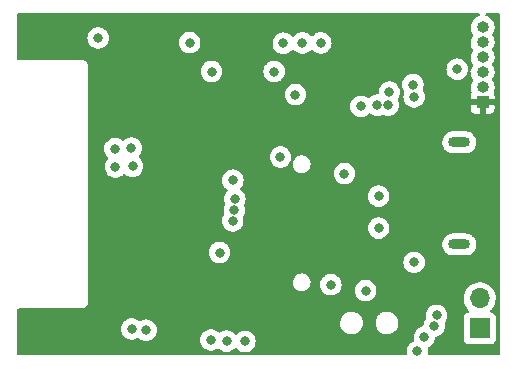
<source format=gbr>
%TF.GenerationSoftware,KiCad,Pcbnew,(6.0.0)*%
%TF.CreationDate,2022-02-08T22:33:11+08:00*%
%TF.ProjectId,screen,73637265-656e-42e6-9b69-6361645f7063,rev?*%
%TF.SameCoordinates,Original*%
%TF.FileFunction,Copper,L3,Inr*%
%TF.FilePolarity,Positive*%
%FSLAX46Y46*%
G04 Gerber Fmt 4.6, Leading zero omitted, Abs format (unit mm)*
G04 Created by KiCad (PCBNEW (6.0.0)) date 2022-02-08 22:33:11*
%MOMM*%
%LPD*%
G01*
G04 APERTURE LIST*
%TA.AperFunction,ComponentPad*%
%ADD10O,1.850000X0.850000*%
%TD*%
%TA.AperFunction,ComponentPad*%
%ADD11R,1.000000X1.000000*%
%TD*%
%TA.AperFunction,ComponentPad*%
%ADD12O,1.000000X1.000000*%
%TD*%
%TA.AperFunction,ComponentPad*%
%ADD13R,1.700000X1.700000*%
%TD*%
%TA.AperFunction,ComponentPad*%
%ADD14O,1.700000X1.700000*%
%TD*%
%TA.AperFunction,ViaPad*%
%ADD15C,0.800000*%
%TD*%
G04 APERTURE END LIST*
D10*
%TO.N,N/C*%
%TO.C,J1*%
X135450000Y-47130000D03*
X135450000Y-55770000D03*
%TD*%
D11*
%TO.N,+3V3*%
%TO.C,J2*%
X137420000Y-43740000D03*
D12*
%TO.N,GND*%
X137420000Y-42470000D03*
%TO.N,/nRST*%
X137420000Y-41200000D03*
%TO.N,/GPIO0*%
X137420000Y-39930000D03*
%TO.N,/TXD*%
X137420000Y-38660000D03*
%TO.N,/RXD*%
X137420000Y-37390000D03*
%TD*%
D13*
%TO.N,+BATT*%
%TO.C,J3*%
X137170000Y-62880000D03*
D14*
%TO.N,GND*%
X137170000Y-60340000D03*
%TD*%
D15*
%TO.N,+3V3*%
X126020000Y-57080000D03*
X115130000Y-39070000D03*
X106170000Y-62930000D03*
X110720000Y-63080000D03*
X130820000Y-54330000D03*
X116644463Y-55944780D03*
%TO.N,GND*%
X120303792Y-48359311D03*
X121570000Y-43080000D03*
X123720000Y-38705000D03*
X106290000Y-47660000D03*
X107680000Y-47610000D03*
X106330000Y-49200000D03*
X122170000Y-38705000D03*
X115745000Y-63955000D03*
X128620000Y-51680000D03*
X107720000Y-62930000D03*
X125720000Y-49780000D03*
X131520000Y-42230000D03*
X114420000Y-63855000D03*
X117295000Y-63980000D03*
X115145000Y-56455000D03*
X107780000Y-49150000D03*
X120545000Y-38730000D03*
%TO.N,/nRST*%
X116270000Y-50330000D03*
X135270000Y-40930000D03*
%TO.N,/GPIO0*%
X114470000Y-41130000D03*
X119770000Y-41130000D03*
X116401079Y-52884136D03*
%TO.N,/GPIO14*%
X116445000Y-51930000D03*
%TO.N,/GPIO13*%
X116262808Y-53772948D03*
%TO.N,Net-(R15-Pad2)*%
X104870000Y-38280000D03*
X112620000Y-38680000D03*
%TO.N,+BATT*%
X124570000Y-59180000D03*
X131620000Y-57280000D03*
X108920000Y-63030000D03*
X131620000Y-43280000D03*
%TO.N,Net-(D1-Pad1)*%
X131895000Y-64830000D03*
X127120000Y-44080000D03*
%TO.N,Net-(D1-Pad2)*%
X132495000Y-63605000D03*
X128520000Y-43980000D03*
%TO.N,Net-(D3-Pad1)*%
X129420000Y-43980000D03*
X133320000Y-62680000D03*
%TO.N,Net-(D3-Pad2)*%
X129520000Y-42880000D03*
X133520000Y-61780000D03*
%TO.N,Net-(C7-Pad1)*%
X127520000Y-59680000D03*
X128620000Y-54380000D03*
%TD*%
%TA.AperFunction,Conductor*%
%TO.N,+3V3*%
G36*
X137125715Y-36208002D02*
G01*
X137172208Y-36261658D01*
X137182312Y-36331932D01*
X137152818Y-36396512D01*
X137093168Y-36434874D01*
X137067120Y-36442540D01*
X137040381Y-36450410D01*
X137034923Y-36453263D01*
X137034919Y-36453265D01*
X136944147Y-36500720D01*
X136865110Y-36542040D01*
X136710975Y-36665968D01*
X136583846Y-36817474D01*
X136580879Y-36822872D01*
X136580875Y-36822877D01*
X136577397Y-36829204D01*
X136488567Y-36990787D01*
X136486706Y-36996654D01*
X136486705Y-36996656D01*
X136430627Y-37173436D01*
X136428765Y-37179306D01*
X136406719Y-37375851D01*
X136423268Y-37572934D01*
X136433436Y-37608393D01*
X136472050Y-37743056D01*
X136477783Y-37763050D01*
X136480602Y-37768535D01*
X136555301Y-37913882D01*
X136568187Y-37938956D01*
X136572016Y-37943787D01*
X136573839Y-37946088D01*
X136574414Y-37947509D01*
X136575353Y-37948966D01*
X136575076Y-37949144D01*
X136600474Y-38011898D01*
X136587301Y-38081662D01*
X136583846Y-38087474D01*
X136488567Y-38260787D01*
X136486706Y-38266654D01*
X136486705Y-38266656D01*
X136430627Y-38443436D01*
X136428765Y-38449306D01*
X136406719Y-38645851D01*
X136409987Y-38684771D01*
X136421498Y-38821852D01*
X136423268Y-38842934D01*
X136477783Y-39033050D01*
X136568187Y-39208956D01*
X136572016Y-39213787D01*
X136573839Y-39216088D01*
X136574414Y-39217509D01*
X136575353Y-39218966D01*
X136575076Y-39219144D01*
X136600474Y-39281898D01*
X136587301Y-39351662D01*
X136583846Y-39357474D01*
X136488567Y-39530787D01*
X136486706Y-39536654D01*
X136486705Y-39536656D01*
X136454398Y-39638500D01*
X136428765Y-39719306D01*
X136406719Y-39915851D01*
X136407235Y-39921995D01*
X136422043Y-40098342D01*
X136423268Y-40112934D01*
X136443835Y-40184658D01*
X136474974Y-40293253D01*
X136477783Y-40303050D01*
X136480602Y-40308535D01*
X136547239Y-40438195D01*
X136568187Y-40478956D01*
X136572016Y-40483787D01*
X136573839Y-40486088D01*
X136574414Y-40487509D01*
X136575353Y-40488966D01*
X136575076Y-40489144D01*
X136600474Y-40551898D01*
X136587301Y-40621662D01*
X136583846Y-40627474D01*
X136488567Y-40800787D01*
X136486706Y-40806654D01*
X136486705Y-40806656D01*
X136445495Y-40936568D01*
X136428765Y-40989306D01*
X136427767Y-40988989D01*
X136396813Y-41046330D01*
X136359326Y-41067034D01*
X136390635Y-41095769D01*
X136408684Y-41164434D01*
X136407949Y-41174885D01*
X136406719Y-41185851D01*
X136407235Y-41191995D01*
X136421444Y-41361206D01*
X136423268Y-41382934D01*
X136424967Y-41388858D01*
X136472907Y-41556045D01*
X136477783Y-41573050D01*
X136480602Y-41578535D01*
X136551886Y-41717237D01*
X136568187Y-41748956D01*
X136572016Y-41753787D01*
X136573839Y-41756088D01*
X136574414Y-41757509D01*
X136575353Y-41758966D01*
X136575076Y-41759144D01*
X136600474Y-41821898D01*
X136587301Y-41891662D01*
X136583846Y-41897474D01*
X136488567Y-42070787D01*
X136486706Y-42076654D01*
X136486705Y-42076656D01*
X136440144Y-42223435D01*
X136428765Y-42259306D01*
X136406719Y-42455851D01*
X136407235Y-42461995D01*
X136419941Y-42613307D01*
X136423268Y-42652934D01*
X136445906Y-42731881D01*
X136472688Y-42825281D01*
X136477783Y-42843050D01*
X136480602Y-42848535D01*
X136484402Y-42855929D01*
X136497750Y-42925660D01*
X136477667Y-42977468D01*
X136479521Y-42978483D01*
X136466677Y-43001942D01*
X136421522Y-43122394D01*
X136417895Y-43137649D01*
X136412369Y-43188514D01*
X136412000Y-43195328D01*
X136412000Y-43467885D01*
X136416475Y-43483124D01*
X136417865Y-43484329D01*
X136425548Y-43486000D01*
X138409884Y-43486000D01*
X138425123Y-43481525D01*
X138426328Y-43480135D01*
X138427999Y-43472452D01*
X138427999Y-43195331D01*
X138427629Y-43188510D01*
X138422105Y-43137648D01*
X138418479Y-43122396D01*
X138373324Y-43001946D01*
X138360478Y-42978483D01*
X138362602Y-42977320D01*
X138342313Y-42923007D01*
X138348429Y-42874183D01*
X138384346Y-42766212D01*
X138408197Y-42694513D01*
X138432985Y-42498295D01*
X138433380Y-42470000D01*
X138414080Y-42273167D01*
X138396184Y-42213891D01*
X138383385Y-42171500D01*
X138356916Y-42083831D01*
X138264066Y-41909204D01*
X138260167Y-41904424D01*
X138259715Y-41903743D01*
X138238676Y-41835935D01*
X138255105Y-41771775D01*
X138342723Y-41617542D01*
X138342725Y-41617537D01*
X138345769Y-41612179D01*
X138408197Y-41424513D01*
X138432985Y-41228295D01*
X138433380Y-41200000D01*
X138414080Y-41003167D01*
X138409800Y-40988989D01*
X138369621Y-40855911D01*
X138356916Y-40813831D01*
X138264066Y-40639204D01*
X138260167Y-40634424D01*
X138259715Y-40633743D01*
X138238676Y-40565935D01*
X138255105Y-40501775D01*
X138342723Y-40347542D01*
X138342725Y-40347537D01*
X138345769Y-40342179D01*
X138408197Y-40154513D01*
X138432985Y-39958295D01*
X138433380Y-39930000D01*
X138414080Y-39733167D01*
X138356916Y-39543831D01*
X138264066Y-39369204D01*
X138260167Y-39364424D01*
X138259715Y-39363743D01*
X138238676Y-39295935D01*
X138255105Y-39231775D01*
X138342723Y-39077542D01*
X138342725Y-39077537D01*
X138345769Y-39072179D01*
X138408197Y-38884513D01*
X138432985Y-38688295D01*
X138433380Y-38660000D01*
X138414080Y-38463167D01*
X138356916Y-38273831D01*
X138264066Y-38099204D01*
X138260167Y-38094424D01*
X138259715Y-38093743D01*
X138238676Y-38025935D01*
X138255105Y-37961775D01*
X138265906Y-37942763D01*
X138294310Y-37892763D01*
X138342723Y-37807542D01*
X138342725Y-37807537D01*
X138345769Y-37802179D01*
X138408197Y-37614513D01*
X138432985Y-37418295D01*
X138433380Y-37390000D01*
X138414080Y-37193167D01*
X138356916Y-37003831D01*
X138264066Y-36829204D01*
X138193709Y-36742938D01*
X138142960Y-36680713D01*
X138142957Y-36680710D01*
X138139065Y-36675938D01*
X138132724Y-36670692D01*
X137991425Y-36553799D01*
X137991421Y-36553797D01*
X137986675Y-36549870D01*
X137812701Y-36455802D01*
X137743449Y-36434365D01*
X137684289Y-36395114D01*
X137655742Y-36330109D01*
X137666871Y-36259990D01*
X137714142Y-36207019D01*
X137780708Y-36188000D01*
X138761000Y-36188000D01*
X138829121Y-36208002D01*
X138875614Y-36261658D01*
X138887000Y-36314000D01*
X138887000Y-65046000D01*
X138866998Y-65114121D01*
X138813342Y-65160614D01*
X138761000Y-65172000D01*
X132911110Y-65172000D01*
X132842989Y-65151998D01*
X132796496Y-65098342D01*
X132786392Y-65028068D01*
X132786992Y-65024698D01*
X132788542Y-65019928D01*
X132789231Y-65013373D01*
X132789232Y-65013368D01*
X132807814Y-64836565D01*
X132808504Y-64830000D01*
X132801515Y-64763500D01*
X132789232Y-64646635D01*
X132789232Y-64646633D01*
X132788542Y-64640072D01*
X132774979Y-64598329D01*
X132772951Y-64527363D01*
X132809614Y-64466565D01*
X132843563Y-64444287D01*
X132945722Y-64398803D01*
X132945724Y-64398802D01*
X132951752Y-64396118D01*
X133106253Y-64283866D01*
X133163514Y-64220271D01*
X133229621Y-64146852D01*
X133229622Y-64146851D01*
X133234040Y-64141944D01*
X133295093Y-64036197D01*
X133326223Y-63982279D01*
X133326224Y-63982278D01*
X133329527Y-63976556D01*
X133388542Y-63794928D01*
X133400549Y-63680684D01*
X133427562Y-63615028D01*
X133485783Y-63574398D01*
X133499662Y-63570608D01*
X133516899Y-63566944D01*
X133602288Y-63548794D01*
X133608319Y-63546109D01*
X133770722Y-63473803D01*
X133770724Y-63473802D01*
X133776752Y-63471118D01*
X133931253Y-63358866D01*
X133962850Y-63323774D01*
X134054621Y-63221852D01*
X134054622Y-63221851D01*
X134059040Y-63216944D01*
X134141333Y-63074409D01*
X134151223Y-63057279D01*
X134151224Y-63057278D01*
X134154527Y-63051556D01*
X134213542Y-62869928D01*
X134226501Y-62746635D01*
X134232814Y-62686565D01*
X134233504Y-62680000D01*
X134221389Y-62564729D01*
X134214233Y-62496642D01*
X134214232Y-62496635D01*
X134213542Y-62490072D01*
X134210489Y-62480677D01*
X134206750Y-62469167D01*
X134204724Y-62398199D01*
X134232948Y-62345922D01*
X134254621Y-62321852D01*
X134254622Y-62321851D01*
X134259040Y-62316944D01*
X134294200Y-62256045D01*
X134351223Y-62157279D01*
X134351224Y-62157278D01*
X134354527Y-62151556D01*
X134413542Y-61969928D01*
X134419601Y-61912285D01*
X134432814Y-61786565D01*
X134433504Y-61780000D01*
X134421600Y-61666739D01*
X134414232Y-61596635D01*
X134414232Y-61596633D01*
X134413542Y-61590072D01*
X134354527Y-61408444D01*
X134259040Y-61243056D01*
X134244707Y-61227137D01*
X134135675Y-61106045D01*
X134135674Y-61106044D01*
X134131253Y-61101134D01*
X133976752Y-60988882D01*
X133970724Y-60986198D01*
X133970722Y-60986197D01*
X133808319Y-60913891D01*
X133808318Y-60913891D01*
X133802288Y-60911206D01*
X133708887Y-60891353D01*
X133621944Y-60872872D01*
X133621939Y-60872872D01*
X133615487Y-60871500D01*
X133424513Y-60871500D01*
X133418061Y-60872872D01*
X133418056Y-60872872D01*
X133331113Y-60891353D01*
X133237712Y-60911206D01*
X133231682Y-60913891D01*
X133231681Y-60913891D01*
X133069278Y-60986197D01*
X133069276Y-60986198D01*
X133063248Y-60988882D01*
X132908747Y-61101134D01*
X132904326Y-61106044D01*
X132904325Y-61106045D01*
X132795294Y-61227137D01*
X132780960Y-61243056D01*
X132685473Y-61408444D01*
X132626458Y-61590072D01*
X132625768Y-61596633D01*
X132625768Y-61596635D01*
X132618400Y-61666739D01*
X132606496Y-61780000D01*
X132607186Y-61786565D01*
X132620400Y-61912285D01*
X132626458Y-61969928D01*
X132628500Y-61976212D01*
X132633250Y-61990833D01*
X132635276Y-62061801D01*
X132607052Y-62114078D01*
X132580960Y-62143056D01*
X132577657Y-62148777D01*
X132489366Y-62301702D01*
X132485473Y-62308444D01*
X132426458Y-62490072D01*
X132425768Y-62496633D01*
X132425768Y-62496635D01*
X132414451Y-62604315D01*
X132387438Y-62669972D01*
X132329217Y-62710602D01*
X132315337Y-62714392D01*
X132212712Y-62736206D01*
X132206682Y-62738891D01*
X132206681Y-62738891D01*
X132044278Y-62811197D01*
X132044276Y-62811198D01*
X132038248Y-62813882D01*
X132032907Y-62817762D01*
X132032906Y-62817763D01*
X131982843Y-62854136D01*
X131883747Y-62926134D01*
X131879326Y-62931044D01*
X131879325Y-62931045D01*
X131765664Y-63057279D01*
X131755960Y-63068056D01*
X131712700Y-63142985D01*
X131667166Y-63221852D01*
X131660473Y-63233444D01*
X131601458Y-63415072D01*
X131600768Y-63421633D01*
X131600768Y-63421635D01*
X131598517Y-63443056D01*
X131581496Y-63605000D01*
X131582186Y-63611565D01*
X131593983Y-63723803D01*
X131601458Y-63794928D01*
X131603497Y-63801203D01*
X131615021Y-63836669D01*
X131617049Y-63907637D01*
X131580386Y-63968435D01*
X131546437Y-63990713D01*
X131444278Y-64036197D01*
X131444276Y-64036198D01*
X131438248Y-64038882D01*
X131432907Y-64042762D01*
X131432906Y-64042763D01*
X131382843Y-64079136D01*
X131283747Y-64151134D01*
X131279326Y-64156044D01*
X131279325Y-64156045D01*
X131168657Y-64278955D01*
X131155960Y-64293056D01*
X131152659Y-64298774D01*
X131068647Y-64444287D01*
X131060473Y-64458444D01*
X131001458Y-64640072D01*
X131000768Y-64646633D01*
X131000768Y-64646635D01*
X130988485Y-64763500D01*
X130981496Y-64830000D01*
X130982186Y-64836565D01*
X131000768Y-65013368D01*
X131000769Y-65013373D01*
X131001458Y-65019928D01*
X131002000Y-65021597D01*
X130996733Y-65090597D01*
X130953915Y-65147229D01*
X130887277Y-65171721D01*
X130878890Y-65172000D01*
X98129000Y-65172000D01*
X98060879Y-65151998D01*
X98014386Y-65098342D01*
X98003000Y-65046000D01*
X98003000Y-62930000D01*
X106806496Y-62930000D01*
X106807186Y-62936565D01*
X106822770Y-63084834D01*
X106826458Y-63119928D01*
X106885473Y-63301556D01*
X106888776Y-63307278D01*
X106888777Y-63307279D01*
X106899476Y-63325810D01*
X106980960Y-63466944D01*
X106985378Y-63471851D01*
X106985379Y-63471852D01*
X107001476Y-63489729D01*
X107108747Y-63608866D01*
X107176784Y-63658298D01*
X107246385Y-63708866D01*
X107263248Y-63721118D01*
X107269276Y-63723802D01*
X107269278Y-63723803D01*
X107431681Y-63796109D01*
X107437712Y-63798794D01*
X107524479Y-63817237D01*
X107618056Y-63837128D01*
X107618061Y-63837128D01*
X107624513Y-63838500D01*
X107815487Y-63838500D01*
X107821939Y-63837128D01*
X107821944Y-63837128D01*
X107915521Y-63817237D01*
X108002288Y-63798794D01*
X108008319Y-63796109D01*
X108170722Y-63723803D01*
X108170724Y-63723802D01*
X108176752Y-63721118D01*
X108182093Y-63717237D01*
X108187811Y-63713936D01*
X108189308Y-63716528D01*
X108243846Y-63697000D01*
X108313016Y-63713002D01*
X108325238Y-63720847D01*
X108329306Y-63723803D01*
X108435842Y-63801206D01*
X108463248Y-63821118D01*
X108469276Y-63823802D01*
X108469278Y-63823803D01*
X108631681Y-63896109D01*
X108637712Y-63898794D01*
X108731112Y-63918647D01*
X108818056Y-63937128D01*
X108818061Y-63937128D01*
X108824513Y-63938500D01*
X109015487Y-63938500D01*
X109021939Y-63937128D01*
X109021944Y-63937128D01*
X109108888Y-63918647D01*
X109202288Y-63898794D01*
X109208319Y-63896109D01*
X109300652Y-63855000D01*
X113506496Y-63855000D01*
X113507186Y-63861565D01*
X113519288Y-63976705D01*
X113526458Y-64044928D01*
X113585473Y-64226556D01*
X113680960Y-64391944D01*
X113685378Y-64396851D01*
X113685379Y-64396852D01*
X113802520Y-64526950D01*
X113808747Y-64533866D01*
X113893002Y-64595081D01*
X113946385Y-64633866D01*
X113963248Y-64646118D01*
X113969276Y-64648802D01*
X113969278Y-64648803D01*
X114131681Y-64721109D01*
X114137712Y-64723794D01*
X114224479Y-64742237D01*
X114318056Y-64762128D01*
X114318061Y-64762128D01*
X114324513Y-64763500D01*
X114515487Y-64763500D01*
X114521939Y-64762128D01*
X114521944Y-64762128D01*
X114615521Y-64742237D01*
X114702288Y-64723794D01*
X114708319Y-64721109D01*
X114870722Y-64648803D01*
X114870724Y-64648802D01*
X114876752Y-64646118D01*
X114893616Y-64633866D01*
X114946998Y-64595081D01*
X115013865Y-64571223D01*
X115083017Y-64587303D01*
X115114695Y-64612706D01*
X115133747Y-64633866D01*
X115139089Y-64637747D01*
X115139091Y-64637749D01*
X115259410Y-64725166D01*
X115288248Y-64746118D01*
X115294276Y-64748802D01*
X115294278Y-64748803D01*
X115456681Y-64821109D01*
X115462712Y-64823794D01*
X115556113Y-64843647D01*
X115643056Y-64862128D01*
X115643061Y-64862128D01*
X115649513Y-64863500D01*
X115840487Y-64863500D01*
X115846939Y-64862128D01*
X115846944Y-64862128D01*
X115933887Y-64843647D01*
X116027288Y-64823794D01*
X116033319Y-64821109D01*
X116195722Y-64748803D01*
X116195724Y-64748802D01*
X116201752Y-64746118D01*
X116356253Y-64633866D01*
X116415110Y-64568498D01*
X116475555Y-64531260D01*
X116546539Y-64532612D01*
X116602379Y-64568498D01*
X116683747Y-64658866D01*
X116769417Y-64721109D01*
X116803839Y-64746118D01*
X116838248Y-64771118D01*
X116844276Y-64773802D01*
X116844278Y-64773803D01*
X116985245Y-64836565D01*
X117012712Y-64848794D01*
X117106113Y-64868647D01*
X117193056Y-64887128D01*
X117193061Y-64887128D01*
X117199513Y-64888500D01*
X117390487Y-64888500D01*
X117396939Y-64887128D01*
X117396944Y-64887128D01*
X117483887Y-64868647D01*
X117577288Y-64848794D01*
X117604755Y-64836565D01*
X117745722Y-64773803D01*
X117745724Y-64773802D01*
X117751752Y-64771118D01*
X117786162Y-64746118D01*
X117820583Y-64721109D01*
X117906253Y-64658866D01*
X118015307Y-64537749D01*
X118029621Y-64521852D01*
X118029622Y-64521851D01*
X118034040Y-64516944D01*
X118058953Y-64473794D01*
X118126223Y-64357279D01*
X118126224Y-64357278D01*
X118129527Y-64351556D01*
X118188542Y-64169928D01*
X118190518Y-64151134D01*
X118207814Y-63986565D01*
X118208504Y-63980000D01*
X118203998Y-63937128D01*
X118189232Y-63796635D01*
X118189232Y-63796633D01*
X118188542Y-63790072D01*
X118129527Y-63608444D01*
X118109871Y-63574398D01*
X118050665Y-63471852D01*
X118034040Y-63443056D01*
X118014753Y-63421635D01*
X117910675Y-63306045D01*
X117910671Y-63306041D01*
X117906253Y-63301134D01*
X117768610Y-63201130D01*
X117757094Y-63192763D01*
X117757093Y-63192762D01*
X117751752Y-63188882D01*
X117745724Y-63186198D01*
X117745722Y-63186197D01*
X117583319Y-63113891D01*
X117583318Y-63113891D01*
X117577288Y-63111206D01*
X117472305Y-63088891D01*
X117396944Y-63072872D01*
X117396939Y-63072872D01*
X117390487Y-63071500D01*
X117199513Y-63071500D01*
X117193061Y-63072872D01*
X117193056Y-63072872D01*
X117117695Y-63088891D01*
X117012712Y-63111206D01*
X117006682Y-63113891D01*
X117006681Y-63113891D01*
X116844278Y-63186197D01*
X116844276Y-63186198D01*
X116838248Y-63188882D01*
X116832907Y-63192762D01*
X116832906Y-63192763D01*
X116821390Y-63201130D01*
X116683747Y-63301134D01*
X116624890Y-63366502D01*
X116564445Y-63403740D01*
X116493461Y-63402388D01*
X116437621Y-63366502D01*
X116356253Y-63276134D01*
X116241503Y-63192763D01*
X116207094Y-63167763D01*
X116207093Y-63167762D01*
X116201752Y-63163882D01*
X116195724Y-63161198D01*
X116195722Y-63161197D01*
X116033319Y-63088891D01*
X116033318Y-63088891D01*
X116027288Y-63086206D01*
X115933887Y-63066353D01*
X115846944Y-63047872D01*
X115846939Y-63047872D01*
X115840487Y-63046500D01*
X115649513Y-63046500D01*
X115643061Y-63047872D01*
X115643056Y-63047872D01*
X115556113Y-63066353D01*
X115462712Y-63086206D01*
X115456682Y-63088891D01*
X115456681Y-63088891D01*
X115294278Y-63161197D01*
X115294276Y-63161198D01*
X115288248Y-63163882D01*
X115282907Y-63167762D01*
X115282906Y-63167763D01*
X115218002Y-63214919D01*
X115151135Y-63238777D01*
X115081983Y-63222697D01*
X115050305Y-63197294D01*
X115031253Y-63176134D01*
X115019732Y-63167763D01*
X114882094Y-63067763D01*
X114882093Y-63067762D01*
X114876752Y-63063882D01*
X114870724Y-63061198D01*
X114870722Y-63061197D01*
X114708319Y-62988891D01*
X114708318Y-62988891D01*
X114702288Y-62986206D01*
X114608887Y-62966353D01*
X114521944Y-62947872D01*
X114521939Y-62947872D01*
X114515487Y-62946500D01*
X114324513Y-62946500D01*
X114318061Y-62947872D01*
X114318056Y-62947872D01*
X114231113Y-62966353D01*
X114137712Y-62986206D01*
X114131682Y-62988891D01*
X114131681Y-62988891D01*
X113969278Y-63061197D01*
X113969276Y-63061198D01*
X113963248Y-63063882D01*
X113957907Y-63067762D01*
X113957906Y-63067763D01*
X113934410Y-63084834D01*
X113808747Y-63176134D01*
X113804329Y-63181041D01*
X113804325Y-63181045D01*
X113690664Y-63307279D01*
X113680960Y-63318056D01*
X113652023Y-63368177D01*
X113592166Y-63471852D01*
X113585473Y-63483444D01*
X113526458Y-63665072D01*
X113525768Y-63671633D01*
X113525768Y-63671635D01*
X113513320Y-63790072D01*
X113506496Y-63855000D01*
X109300652Y-63855000D01*
X109370722Y-63823803D01*
X109370724Y-63823802D01*
X109376752Y-63821118D01*
X109404159Y-63801206D01*
X109510694Y-63723803D01*
X109531253Y-63708866D01*
X109626826Y-63602721D01*
X109654621Y-63571852D01*
X109654622Y-63571851D01*
X109659040Y-63566944D01*
X109754527Y-63401556D01*
X109813542Y-63219928D01*
X109823393Y-63126206D01*
X109832814Y-63036565D01*
X109833504Y-63030000D01*
X109813542Y-62840072D01*
X109754527Y-62658444D01*
X109659040Y-62493056D01*
X109650701Y-62483794D01*
X109626633Y-62457064D01*
X125357707Y-62457064D01*
X125386825Y-62649599D01*
X125389028Y-62655585D01*
X125389029Y-62655591D01*
X125451860Y-62826360D01*
X125451862Y-62826365D01*
X125454063Y-62832346D01*
X125505200Y-62914821D01*
X125549461Y-62986206D01*
X125556674Y-62997840D01*
X125561055Y-63002473D01*
X125561056Y-63002474D01*
X125624312Y-63069366D01*
X125690466Y-63139322D01*
X125695696Y-63142984D01*
X125695697Y-63142985D01*
X125743039Y-63176134D01*
X125849975Y-63251011D01*
X125855838Y-63253548D01*
X126022825Y-63325810D01*
X126022829Y-63325811D01*
X126028684Y-63328345D01*
X126034931Y-63329650D01*
X126034934Y-63329651D01*
X126214557Y-63367176D01*
X126214562Y-63367177D01*
X126219293Y-63368165D01*
X126225685Y-63368500D01*
X126368663Y-63368500D01*
X126437951Y-63361462D01*
X126507378Y-63354410D01*
X126507379Y-63354410D01*
X126513727Y-63353765D01*
X126594843Y-63328345D01*
X126693451Y-63297444D01*
X126693456Y-63297442D01*
X126699541Y-63295535D01*
X126786475Y-63247346D01*
X126864271Y-63204223D01*
X126864274Y-63204221D01*
X126869850Y-63201130D01*
X126874691Y-63196981D01*
X126874695Y-63196978D01*
X127012855Y-63078560D01*
X127017698Y-63074409D01*
X127027947Y-63061197D01*
X127133131Y-62925594D01*
X127137046Y-62920547D01*
X127158865Y-62876206D01*
X127220200Y-62751556D01*
X127223018Y-62745829D01*
X127232194Y-62710602D01*
X127270492Y-62563575D01*
X127270492Y-62563572D01*
X127272102Y-62557393D01*
X127277360Y-62457064D01*
X128357707Y-62457064D01*
X128386825Y-62649599D01*
X128389028Y-62655585D01*
X128389029Y-62655591D01*
X128451860Y-62826360D01*
X128451862Y-62826365D01*
X128454063Y-62832346D01*
X128505200Y-62914821D01*
X128549461Y-62986206D01*
X128556674Y-62997840D01*
X128561055Y-63002473D01*
X128561056Y-63002474D01*
X128624312Y-63069366D01*
X128690466Y-63139322D01*
X128695696Y-63142984D01*
X128695697Y-63142985D01*
X128743039Y-63176134D01*
X128849975Y-63251011D01*
X128855838Y-63253548D01*
X129022825Y-63325810D01*
X129022829Y-63325811D01*
X129028684Y-63328345D01*
X129034931Y-63329650D01*
X129034934Y-63329651D01*
X129214557Y-63367176D01*
X129214562Y-63367177D01*
X129219293Y-63368165D01*
X129225685Y-63368500D01*
X129368663Y-63368500D01*
X129437951Y-63361462D01*
X129507378Y-63354410D01*
X129507379Y-63354410D01*
X129513727Y-63353765D01*
X129594843Y-63328345D01*
X129693451Y-63297444D01*
X129693456Y-63297442D01*
X129699541Y-63295535D01*
X129786475Y-63247346D01*
X129864271Y-63204223D01*
X129864274Y-63204221D01*
X129869850Y-63201130D01*
X129874691Y-63196981D01*
X129874695Y-63196978D01*
X130012855Y-63078560D01*
X130017698Y-63074409D01*
X130027947Y-63061197D01*
X130133131Y-62925594D01*
X130137046Y-62920547D01*
X130158865Y-62876206D01*
X130220200Y-62751556D01*
X130223018Y-62745829D01*
X130232194Y-62710602D01*
X130270492Y-62563575D01*
X130270492Y-62563572D01*
X130272102Y-62557393D01*
X130277694Y-62450683D01*
X130281959Y-62369317D01*
X130281959Y-62369313D01*
X130282293Y-62362936D01*
X130253175Y-62170401D01*
X130250972Y-62164415D01*
X130250971Y-62164409D01*
X130188140Y-61993640D01*
X130188138Y-61993635D01*
X130185937Y-61987654D01*
X130083326Y-61822160D01*
X130054525Y-61791703D01*
X129953919Y-61685315D01*
X129949534Y-61680678D01*
X129790025Y-61568989D01*
X129742013Y-61548212D01*
X129617175Y-61494190D01*
X129617171Y-61494189D01*
X129611316Y-61491655D01*
X129605069Y-61490350D01*
X129605066Y-61490349D01*
X129425443Y-61452824D01*
X129425438Y-61452823D01*
X129420707Y-61451835D01*
X129414315Y-61451500D01*
X129271337Y-61451500D01*
X129220813Y-61456632D01*
X129132622Y-61465590D01*
X129132621Y-61465590D01*
X129126273Y-61466235D01*
X129069939Y-61483889D01*
X128946549Y-61522556D01*
X128946544Y-61522558D01*
X128940459Y-61524465D01*
X128921526Y-61534960D01*
X128775729Y-61615777D01*
X128775726Y-61615779D01*
X128770150Y-61618870D01*
X128765309Y-61623019D01*
X128765305Y-61623022D01*
X128720578Y-61661358D01*
X128622302Y-61745591D01*
X128618391Y-61750633D01*
X128618390Y-61750634D01*
X128593056Y-61783295D01*
X128502954Y-61899453D01*
X128500138Y-61905176D01*
X128500136Y-61905179D01*
X128457989Y-61990833D01*
X128416982Y-62074171D01*
X128415373Y-62080349D01*
X128415372Y-62080351D01*
X128393477Y-62164409D01*
X128367898Y-62262607D01*
X128357707Y-62457064D01*
X127277360Y-62457064D01*
X127277694Y-62450683D01*
X127281959Y-62369317D01*
X127281959Y-62369313D01*
X127282293Y-62362936D01*
X127253175Y-62170401D01*
X127250972Y-62164415D01*
X127250971Y-62164409D01*
X127188140Y-61993640D01*
X127188138Y-61993635D01*
X127185937Y-61987654D01*
X127083326Y-61822160D01*
X127054525Y-61791703D01*
X126953919Y-61685315D01*
X126949534Y-61680678D01*
X126790025Y-61568989D01*
X126742013Y-61548212D01*
X126617175Y-61494190D01*
X126617171Y-61494189D01*
X126611316Y-61491655D01*
X126605069Y-61490350D01*
X126605066Y-61490349D01*
X126425443Y-61452824D01*
X126425438Y-61452823D01*
X126420707Y-61451835D01*
X126414315Y-61451500D01*
X126271337Y-61451500D01*
X126220813Y-61456632D01*
X126132622Y-61465590D01*
X126132621Y-61465590D01*
X126126273Y-61466235D01*
X126069939Y-61483889D01*
X125946549Y-61522556D01*
X125946544Y-61522558D01*
X125940459Y-61524465D01*
X125921526Y-61534960D01*
X125775729Y-61615777D01*
X125775726Y-61615779D01*
X125770150Y-61618870D01*
X125765309Y-61623019D01*
X125765305Y-61623022D01*
X125720578Y-61661358D01*
X125622302Y-61745591D01*
X125618391Y-61750633D01*
X125618390Y-61750634D01*
X125593056Y-61783295D01*
X125502954Y-61899453D01*
X125500138Y-61905176D01*
X125500136Y-61905179D01*
X125457989Y-61990833D01*
X125416982Y-62074171D01*
X125415373Y-62080349D01*
X125415372Y-62080351D01*
X125393477Y-62164409D01*
X125367898Y-62262607D01*
X125357707Y-62457064D01*
X109626633Y-62457064D01*
X109535675Y-62356045D01*
X109535674Y-62356044D01*
X109531253Y-62351134D01*
X109432157Y-62279136D01*
X109382094Y-62242763D01*
X109382093Y-62242762D01*
X109376752Y-62238882D01*
X109370724Y-62236198D01*
X109370722Y-62236197D01*
X109208319Y-62163891D01*
X109208318Y-62163891D01*
X109202288Y-62161206D01*
X109108888Y-62141353D01*
X109021944Y-62122872D01*
X109021939Y-62122872D01*
X109015487Y-62121500D01*
X108824513Y-62121500D01*
X108818061Y-62122872D01*
X108818056Y-62122872D01*
X108731112Y-62141353D01*
X108637712Y-62161206D01*
X108631682Y-62163891D01*
X108631681Y-62163891D01*
X108469278Y-62236197D01*
X108469276Y-62236198D01*
X108463248Y-62238882D01*
X108457907Y-62242763D01*
X108452189Y-62246064D01*
X108450692Y-62243472D01*
X108396154Y-62263000D01*
X108326984Y-62246998D01*
X108314762Y-62239153D01*
X108176752Y-62138882D01*
X108170724Y-62136198D01*
X108170722Y-62136197D01*
X108008319Y-62063891D01*
X108008318Y-62063891D01*
X108002288Y-62061206D01*
X107908888Y-62041353D01*
X107821944Y-62022872D01*
X107821939Y-62022872D01*
X107815487Y-62021500D01*
X107624513Y-62021500D01*
X107618061Y-62022872D01*
X107618056Y-62022872D01*
X107531112Y-62041353D01*
X107437712Y-62061206D01*
X107431682Y-62063891D01*
X107431681Y-62063891D01*
X107269278Y-62136197D01*
X107269276Y-62136198D01*
X107263248Y-62138882D01*
X107108747Y-62251134D01*
X107104326Y-62256044D01*
X107104325Y-62256045D01*
X107002335Y-62369317D01*
X106980960Y-62393056D01*
X106885473Y-62558444D01*
X106826458Y-62740072D01*
X106825768Y-62746633D01*
X106825768Y-62746635D01*
X106812810Y-62869928D01*
X106806496Y-62930000D01*
X98003000Y-62930000D01*
X98003000Y-61314000D01*
X98023002Y-61245879D01*
X98076658Y-61199386D01*
X98129000Y-61188000D01*
X103486298Y-61188000D01*
X103487069Y-61188002D01*
X103564652Y-61188476D01*
X103573281Y-61186010D01*
X103573286Y-61186009D01*
X103593048Y-61180361D01*
X103609809Y-61176783D01*
X103630152Y-61173870D01*
X103630162Y-61173867D01*
X103639045Y-61172595D01*
X103662395Y-61161979D01*
X103679907Y-61155536D01*
X103695937Y-61150954D01*
X103704565Y-61148488D01*
X103729548Y-61132726D01*
X103744614Y-61124596D01*
X103771510Y-61112367D01*
X103790939Y-61095626D01*
X103805947Y-61084521D01*
X103820039Y-61075630D01*
X103827631Y-61070840D01*
X103847182Y-61048703D01*
X103859374Y-61036659D01*
X103874949Y-61023239D01*
X103874950Y-61023237D01*
X103881747Y-61017381D01*
X103886626Y-61009853D01*
X103886629Y-61009850D01*
X103895696Y-60995861D01*
X103906986Y-60980987D01*
X103918012Y-60968502D01*
X103923956Y-60961772D01*
X103936510Y-60935034D01*
X103944824Y-60920065D01*
X103960893Y-60895273D01*
X103968239Y-60870709D01*
X103974901Y-60853264D01*
X103981983Y-60838179D01*
X103985799Y-60830052D01*
X103990343Y-60800870D01*
X103994126Y-60784151D01*
X104000014Y-60764464D01*
X104000015Y-60764461D01*
X104002587Y-60755859D01*
X104002797Y-60721444D01*
X104002830Y-60720672D01*
X104003000Y-60719577D01*
X104003000Y-60688702D01*
X104003002Y-60687932D01*
X104003452Y-60614284D01*
X104003452Y-60614283D01*
X104003476Y-60610348D01*
X104003092Y-60609004D01*
X104003000Y-60607659D01*
X104003000Y-59020862D01*
X121350497Y-59020862D01*
X121351737Y-59028078D01*
X121351737Y-59028080D01*
X121377842Y-59180000D01*
X121380134Y-59193340D01*
X121417560Y-59281298D01*
X121442474Y-59339848D01*
X121448654Y-59354373D01*
X121552383Y-59495324D01*
X121557961Y-59500063D01*
X121557964Y-59500066D01*
X121680176Y-59603893D01*
X121680180Y-59603896D01*
X121685755Y-59608632D01*
X121766572Y-59649899D01*
X121799435Y-59666680D01*
X121841616Y-59688219D01*
X121848721Y-59689958D01*
X121848725Y-59689959D01*
X121892172Y-59700590D01*
X122011606Y-59729815D01*
X122017206Y-59730162D01*
X122017210Y-59730163D01*
X122020709Y-59730380D01*
X122020718Y-59730380D01*
X122022648Y-59730500D01*
X122148822Y-59730500D01*
X122240369Y-59719827D01*
X122271556Y-59716191D01*
X122271558Y-59716191D01*
X122278828Y-59715343D01*
X122285705Y-59712847D01*
X122285708Y-59712846D01*
X122436452Y-59658128D01*
X122443331Y-59655631D01*
X122589685Y-59559677D01*
X122710040Y-59432628D01*
X122797939Y-59281298D01*
X122828619Y-59180000D01*
X123656496Y-59180000D01*
X123657186Y-59186565D01*
X123674035Y-59346870D01*
X123676458Y-59369928D01*
X123735473Y-59551556D01*
X123738776Y-59557278D01*
X123738777Y-59557279D01*
X123742478Y-59563689D01*
X123830960Y-59716944D01*
X123958747Y-59858866D01*
X124113248Y-59971118D01*
X124119276Y-59973802D01*
X124119278Y-59973803D01*
X124279799Y-60045271D01*
X124287712Y-60048794D01*
X124381112Y-60068647D01*
X124468056Y-60087128D01*
X124468061Y-60087128D01*
X124474513Y-60088500D01*
X124665487Y-60088500D01*
X124671939Y-60087128D01*
X124671944Y-60087128D01*
X124758888Y-60068647D01*
X124852288Y-60048794D01*
X124860201Y-60045271D01*
X125020722Y-59973803D01*
X125020724Y-59973802D01*
X125026752Y-59971118D01*
X125181253Y-59858866D01*
X125309040Y-59716944D01*
X125330370Y-59680000D01*
X126606496Y-59680000D01*
X126626458Y-59869928D01*
X126685473Y-60051556D01*
X126688776Y-60057278D01*
X126688777Y-60057279D01*
X126720568Y-60112342D01*
X126780960Y-60216944D01*
X126785378Y-60221851D01*
X126785379Y-60221852D01*
X126888740Y-60336646D01*
X126908747Y-60358866D01*
X126974433Y-60406590D01*
X127054452Y-60464727D01*
X127063248Y-60471118D01*
X127069276Y-60473802D01*
X127069278Y-60473803D01*
X127231681Y-60546109D01*
X127237712Y-60548794D01*
X127331112Y-60568647D01*
X127418056Y-60587128D01*
X127418061Y-60587128D01*
X127424513Y-60588500D01*
X127615487Y-60588500D01*
X127621939Y-60587128D01*
X127621944Y-60587128D01*
X127708888Y-60568647D01*
X127802288Y-60548794D01*
X127808319Y-60546109D01*
X127970722Y-60473803D01*
X127970724Y-60473802D01*
X127976752Y-60471118D01*
X127985549Y-60464727D01*
X128065567Y-60406590D01*
X128131253Y-60358866D01*
X128151260Y-60336646D01*
X128178228Y-60306695D01*
X135807251Y-60306695D01*
X135807548Y-60311848D01*
X135807548Y-60311851D01*
X135813011Y-60406590D01*
X135820110Y-60529715D01*
X135821247Y-60534761D01*
X135821248Y-60534767D01*
X135833358Y-60588500D01*
X135869222Y-60747639D01*
X135930673Y-60898976D01*
X135942160Y-60927264D01*
X135953266Y-60954616D01*
X135978541Y-60995861D01*
X136062415Y-61132731D01*
X136069987Y-61145088D01*
X136216250Y-61313938D01*
X136220230Y-61317242D01*
X136224981Y-61321187D01*
X136264616Y-61380090D01*
X136266113Y-61451071D01*
X136228997Y-61511593D01*
X136188724Y-61536112D01*
X136073295Y-61579385D01*
X135956739Y-61666739D01*
X135869385Y-61783295D01*
X135818255Y-61919684D01*
X135811500Y-61981866D01*
X135811500Y-63778134D01*
X135818255Y-63840316D01*
X135869385Y-63976705D01*
X135956739Y-64093261D01*
X136073295Y-64180615D01*
X136209684Y-64231745D01*
X136271866Y-64238500D01*
X138068134Y-64238500D01*
X138130316Y-64231745D01*
X138266705Y-64180615D01*
X138383261Y-64093261D01*
X138470615Y-63976705D01*
X138521745Y-63840316D01*
X138528500Y-63778134D01*
X138528500Y-61981866D01*
X138521745Y-61919684D01*
X138470615Y-61783295D01*
X138383261Y-61666739D01*
X138266705Y-61579385D01*
X138238974Y-61568989D01*
X138148203Y-61534960D01*
X138091439Y-61492318D01*
X138066739Y-61425756D01*
X138081947Y-61356408D01*
X138103493Y-61327727D01*
X138182722Y-61248774D01*
X138208096Y-61223489D01*
X138239087Y-61180361D01*
X138335435Y-61046277D01*
X138338453Y-61042077D01*
X138347764Y-61023239D01*
X138435136Y-60846453D01*
X138435137Y-60846451D01*
X138437430Y-60841811D01*
X138474568Y-60719577D01*
X138500865Y-60633023D01*
X138500865Y-60633021D01*
X138502370Y-60628069D01*
X138531529Y-60406590D01*
X138533156Y-60340000D01*
X138514852Y-60117361D01*
X138460431Y-59900702D01*
X138371354Y-59695840D01*
X138279830Y-59554365D01*
X138252822Y-59512617D01*
X138252820Y-59512614D01*
X138250014Y-59508277D01*
X138099670Y-59343051D01*
X138095619Y-59339852D01*
X138095615Y-59339848D01*
X137928414Y-59207800D01*
X137928410Y-59207798D01*
X137924359Y-59204598D01*
X137728789Y-59096638D01*
X137723920Y-59094914D01*
X137723916Y-59094912D01*
X137523087Y-59023795D01*
X137523083Y-59023794D01*
X137518212Y-59022069D01*
X137513119Y-59021162D01*
X137513116Y-59021161D01*
X137303373Y-58983800D01*
X137303367Y-58983799D01*
X137298284Y-58982894D01*
X137224452Y-58981992D01*
X137080081Y-58980228D01*
X137080079Y-58980228D01*
X137074911Y-58980165D01*
X136854091Y-59013955D01*
X136641756Y-59083357D01*
X136443607Y-59186507D01*
X136439474Y-59189610D01*
X136439471Y-59189612D01*
X136272831Y-59314729D01*
X136264965Y-59320635D01*
X136110629Y-59482138D01*
X135984743Y-59666680D01*
X135959133Y-59721852D01*
X135895534Y-59858866D01*
X135890688Y-59869305D01*
X135830989Y-60084570D01*
X135807251Y-60306695D01*
X128178228Y-60306695D01*
X128254621Y-60221852D01*
X128254622Y-60221851D01*
X128259040Y-60216944D01*
X128319432Y-60112342D01*
X128351223Y-60057279D01*
X128351224Y-60057278D01*
X128354527Y-60051556D01*
X128413542Y-59869928D01*
X128433504Y-59680000D01*
X128420606Y-59557279D01*
X128414232Y-59496635D01*
X128414232Y-59496633D01*
X128413542Y-59490072D01*
X128354527Y-59308444D01*
X128259040Y-59143056D01*
X128239013Y-59120813D01*
X128135675Y-59006045D01*
X128135674Y-59006044D01*
X128131253Y-59001134D01*
X127976752Y-58888882D01*
X127970724Y-58886198D01*
X127970722Y-58886197D01*
X127808319Y-58813891D01*
X127808318Y-58813891D01*
X127802288Y-58811206D01*
X127708887Y-58791353D01*
X127621944Y-58772872D01*
X127621939Y-58772872D01*
X127615487Y-58771500D01*
X127424513Y-58771500D01*
X127418061Y-58772872D01*
X127418056Y-58772872D01*
X127331113Y-58791353D01*
X127237712Y-58811206D01*
X127231682Y-58813891D01*
X127231681Y-58813891D01*
X127069278Y-58886197D01*
X127069276Y-58886198D01*
X127063248Y-58888882D01*
X126908747Y-59001134D01*
X126904326Y-59006044D01*
X126904325Y-59006045D01*
X126800988Y-59120813D01*
X126780960Y-59143056D01*
X126685473Y-59308444D01*
X126626458Y-59490072D01*
X126625768Y-59496633D01*
X126625768Y-59496635D01*
X126619394Y-59557279D01*
X126606496Y-59680000D01*
X125330370Y-59680000D01*
X125397522Y-59563689D01*
X125401223Y-59557279D01*
X125401224Y-59557278D01*
X125404527Y-59551556D01*
X125463542Y-59369928D01*
X125465966Y-59346870D01*
X125482814Y-59186565D01*
X125483504Y-59180000D01*
X125467537Y-59028080D01*
X125464232Y-58996635D01*
X125464232Y-58996633D01*
X125463542Y-58990072D01*
X125404527Y-58808444D01*
X125383990Y-58772872D01*
X125329620Y-58678702D01*
X125309040Y-58643056D01*
X125181253Y-58501134D01*
X125082157Y-58429136D01*
X125032094Y-58392763D01*
X125032093Y-58392762D01*
X125026752Y-58388882D01*
X125020724Y-58386198D01*
X125020722Y-58386197D01*
X124858319Y-58313891D01*
X124858318Y-58313891D01*
X124852288Y-58311206D01*
X124758888Y-58291353D01*
X124671944Y-58272872D01*
X124671939Y-58272872D01*
X124665487Y-58271500D01*
X124474513Y-58271500D01*
X124468061Y-58272872D01*
X124468056Y-58272872D01*
X124381112Y-58291353D01*
X124287712Y-58311206D01*
X124281682Y-58313891D01*
X124281681Y-58313891D01*
X124119278Y-58386197D01*
X124119276Y-58386198D01*
X124113248Y-58388882D01*
X124107907Y-58392762D01*
X124107906Y-58392763D01*
X124057843Y-58429136D01*
X123958747Y-58501134D01*
X123830960Y-58643056D01*
X123810380Y-58678702D01*
X123756011Y-58772872D01*
X123735473Y-58808444D01*
X123676458Y-58990072D01*
X123675768Y-58996633D01*
X123675768Y-58996635D01*
X123672463Y-59028080D01*
X123656496Y-59180000D01*
X122828619Y-59180000D01*
X122848667Y-59113807D01*
X122859503Y-58939138D01*
X122851535Y-58892763D01*
X122831106Y-58773875D01*
X122831105Y-58773873D01*
X122829866Y-58766660D01*
X122761346Y-58605627D01*
X122657617Y-58464676D01*
X122652039Y-58459937D01*
X122652036Y-58459934D01*
X122529824Y-58356107D01*
X122529820Y-58356104D01*
X122524245Y-58351368D01*
X122440062Y-58308382D01*
X122374900Y-58275108D01*
X122374898Y-58275107D01*
X122368384Y-58271781D01*
X122361279Y-58270042D01*
X122361275Y-58270041D01*
X122267741Y-58247154D01*
X122198394Y-58230185D01*
X122192794Y-58229838D01*
X122192790Y-58229837D01*
X122189291Y-58229620D01*
X122189282Y-58229620D01*
X122187352Y-58229500D01*
X122061178Y-58229500D01*
X121969631Y-58240173D01*
X121938444Y-58243809D01*
X121938442Y-58243809D01*
X121931172Y-58244657D01*
X121924295Y-58247153D01*
X121924292Y-58247154D01*
X121853441Y-58272872D01*
X121766669Y-58304369D01*
X121620315Y-58400323D01*
X121499960Y-58527372D01*
X121412061Y-58678702D01*
X121361333Y-58846193D01*
X121350497Y-59020862D01*
X104003000Y-59020862D01*
X104003000Y-56455000D01*
X114231496Y-56455000D01*
X114251458Y-56644928D01*
X114310473Y-56826556D01*
X114405960Y-56991944D01*
X114533747Y-57133866D01*
X114688248Y-57246118D01*
X114694276Y-57248802D01*
X114694278Y-57248803D01*
X114856681Y-57321109D01*
X114862712Y-57323794D01*
X114956113Y-57343647D01*
X115043056Y-57362128D01*
X115043061Y-57362128D01*
X115049513Y-57363500D01*
X115240487Y-57363500D01*
X115246939Y-57362128D01*
X115246944Y-57362128D01*
X115333887Y-57343647D01*
X115427288Y-57323794D01*
X115433319Y-57321109D01*
X115525652Y-57280000D01*
X130706496Y-57280000D01*
X130726458Y-57469928D01*
X130785473Y-57651556D01*
X130880960Y-57816944D01*
X131008747Y-57958866D01*
X131163248Y-58071118D01*
X131169276Y-58073802D01*
X131169278Y-58073803D01*
X131331681Y-58146109D01*
X131337712Y-58148794D01*
X131431112Y-58168647D01*
X131518056Y-58187128D01*
X131518061Y-58187128D01*
X131524513Y-58188500D01*
X131715487Y-58188500D01*
X131721939Y-58187128D01*
X131721944Y-58187128D01*
X131808888Y-58168647D01*
X131902288Y-58148794D01*
X131908319Y-58146109D01*
X132070722Y-58073803D01*
X132070724Y-58073802D01*
X132076752Y-58071118D01*
X132231253Y-57958866D01*
X132359040Y-57816944D01*
X132454527Y-57651556D01*
X132513542Y-57469928D01*
X132533504Y-57280000D01*
X132513542Y-57090072D01*
X132454527Y-56908444D01*
X132359040Y-56743056D01*
X132309585Y-56688130D01*
X132235675Y-56606045D01*
X132235674Y-56606044D01*
X132231253Y-56601134D01*
X132076752Y-56488882D01*
X132070724Y-56486198D01*
X132070722Y-56486197D01*
X131908319Y-56413891D01*
X131908318Y-56413891D01*
X131902288Y-56411206D01*
X131808887Y-56391353D01*
X131721944Y-56372872D01*
X131721939Y-56372872D01*
X131715487Y-56371500D01*
X131524513Y-56371500D01*
X131518061Y-56372872D01*
X131518056Y-56372872D01*
X131431113Y-56391353D01*
X131337712Y-56411206D01*
X131331682Y-56413891D01*
X131331681Y-56413891D01*
X131169278Y-56486197D01*
X131169276Y-56486198D01*
X131163248Y-56488882D01*
X131008747Y-56601134D01*
X131004326Y-56606044D01*
X131004325Y-56606045D01*
X130930416Y-56688130D01*
X130880960Y-56743056D01*
X130785473Y-56908444D01*
X130726458Y-57090072D01*
X130706496Y-57280000D01*
X115525652Y-57280000D01*
X115595722Y-57248803D01*
X115595724Y-57248802D01*
X115601752Y-57246118D01*
X115756253Y-57133866D01*
X115884040Y-56991944D01*
X115979527Y-56826556D01*
X116038542Y-56644928D01*
X116058504Y-56455000D01*
X116038542Y-56265072D01*
X115979527Y-56083444D01*
X115884040Y-55918056D01*
X115839073Y-55868115D01*
X134016500Y-55868115D01*
X134017872Y-55874568D01*
X134017872Y-55874572D01*
X134036899Y-55964086D01*
X134057298Y-56060056D01*
X134137112Y-56239321D01*
X134140992Y-56244662D01*
X134140993Y-56244663D01*
X134234143Y-56372872D01*
X134252453Y-56398074D01*
X134257363Y-56402495D01*
X134257364Y-56402496D01*
X134353306Y-56488882D01*
X134398280Y-56529377D01*
X134568220Y-56627492D01*
X134574506Y-56629534D01*
X134574505Y-56629534D01*
X134748566Y-56686090D01*
X134748567Y-56686090D01*
X134754845Y-56688130D01*
X134761408Y-56688820D01*
X134761409Y-56688820D01*
X134784405Y-56691237D01*
X134901078Y-56703500D01*
X135998922Y-56703500D01*
X136115595Y-56691237D01*
X136138591Y-56688820D01*
X136138592Y-56688820D01*
X136145155Y-56688130D01*
X136151433Y-56686090D01*
X136151434Y-56686090D01*
X136325495Y-56629534D01*
X136325494Y-56629534D01*
X136331780Y-56627492D01*
X136501720Y-56529377D01*
X136546695Y-56488882D01*
X136642636Y-56402496D01*
X136642637Y-56402495D01*
X136647547Y-56398074D01*
X136665858Y-56372872D01*
X136759007Y-56244663D01*
X136759008Y-56244662D01*
X136762888Y-56239321D01*
X136842702Y-56060056D01*
X136863101Y-55964086D01*
X136882128Y-55874572D01*
X136882128Y-55874568D01*
X136883500Y-55868115D01*
X136883500Y-55671885D01*
X136881229Y-55661197D01*
X136844074Y-55486401D01*
X136842702Y-55479944D01*
X136762888Y-55300679D01*
X136759007Y-55295337D01*
X136651430Y-55147270D01*
X136651428Y-55147268D01*
X136647547Y-55141926D01*
X136559612Y-55062749D01*
X136506628Y-55015042D01*
X136506627Y-55015041D01*
X136501720Y-55010623D01*
X136397692Y-54950562D01*
X136337503Y-54915812D01*
X136337502Y-54915811D01*
X136331780Y-54912508D01*
X136254059Y-54887255D01*
X136151434Y-54853910D01*
X136151433Y-54853910D01*
X136145155Y-54851870D01*
X136138592Y-54851180D01*
X136138591Y-54851180D01*
X136115595Y-54848763D01*
X135998922Y-54836500D01*
X134901078Y-54836500D01*
X134784405Y-54848763D01*
X134761409Y-54851180D01*
X134761408Y-54851180D01*
X134754845Y-54851870D01*
X134748567Y-54853910D01*
X134748566Y-54853910D01*
X134645941Y-54887255D01*
X134568220Y-54912508D01*
X134562498Y-54915811D01*
X134562497Y-54915812D01*
X134502308Y-54950562D01*
X134398280Y-55010623D01*
X134393373Y-55015041D01*
X134393372Y-55015042D01*
X134340388Y-55062749D01*
X134252453Y-55141926D01*
X134248572Y-55147268D01*
X134248570Y-55147270D01*
X134140993Y-55295337D01*
X134137112Y-55300679D01*
X134057298Y-55479944D01*
X134055926Y-55486401D01*
X134018772Y-55661197D01*
X134016500Y-55671885D01*
X134016500Y-55868115D01*
X115839073Y-55868115D01*
X115756253Y-55776134D01*
X115657157Y-55704136D01*
X115607094Y-55667763D01*
X115607093Y-55667762D01*
X115601752Y-55663882D01*
X115595724Y-55661198D01*
X115595722Y-55661197D01*
X115433319Y-55588891D01*
X115433318Y-55588891D01*
X115427288Y-55586206D01*
X115333887Y-55566353D01*
X115246944Y-55547872D01*
X115246939Y-55547872D01*
X115240487Y-55546500D01*
X115049513Y-55546500D01*
X115043061Y-55547872D01*
X115043056Y-55547872D01*
X114956113Y-55566353D01*
X114862712Y-55586206D01*
X114856682Y-55588891D01*
X114856681Y-55588891D01*
X114694278Y-55661197D01*
X114694276Y-55661198D01*
X114688248Y-55663882D01*
X114682907Y-55667762D01*
X114682906Y-55667763D01*
X114632843Y-55704136D01*
X114533747Y-55776134D01*
X114405960Y-55918056D01*
X114310473Y-56083444D01*
X114251458Y-56265072D01*
X114231496Y-56455000D01*
X104003000Y-56455000D01*
X104003000Y-53772948D01*
X115349304Y-53772948D01*
X115349994Y-53779513D01*
X115357274Y-53848774D01*
X115369266Y-53962876D01*
X115428281Y-54144504D01*
X115523768Y-54309892D01*
X115528186Y-54314799D01*
X115528187Y-54314800D01*
X115647133Y-54446903D01*
X115651555Y-54451814D01*
X115806056Y-54564066D01*
X115812084Y-54566750D01*
X115812086Y-54566751D01*
X115974489Y-54639057D01*
X115980520Y-54641742D01*
X116073920Y-54661595D01*
X116160864Y-54680076D01*
X116160869Y-54680076D01*
X116167321Y-54681448D01*
X116358295Y-54681448D01*
X116364747Y-54680076D01*
X116364752Y-54680076D01*
X116451696Y-54661595D01*
X116545096Y-54641742D01*
X116551127Y-54639057D01*
X116713530Y-54566751D01*
X116713532Y-54566750D01*
X116719560Y-54564066D01*
X116874061Y-54451814D01*
X116878483Y-54446903D01*
X116938723Y-54380000D01*
X127706496Y-54380000D01*
X127726458Y-54569928D01*
X127785473Y-54751556D01*
X127880960Y-54916944D01*
X127885378Y-54921851D01*
X127885379Y-54921852D01*
X127965309Y-55010623D01*
X128008747Y-55058866D01*
X128163248Y-55171118D01*
X128169276Y-55173802D01*
X128169278Y-55173803D01*
X128331681Y-55246109D01*
X128337712Y-55248794D01*
X128431113Y-55268647D01*
X128518056Y-55287128D01*
X128518061Y-55287128D01*
X128524513Y-55288500D01*
X128715487Y-55288500D01*
X128721939Y-55287128D01*
X128721944Y-55287128D01*
X128808888Y-55268647D01*
X128902288Y-55248794D01*
X128908319Y-55246109D01*
X129070722Y-55173803D01*
X129070724Y-55173802D01*
X129076752Y-55171118D01*
X129231253Y-55058866D01*
X129274691Y-55010623D01*
X129354621Y-54921852D01*
X129354622Y-54921851D01*
X129359040Y-54916944D01*
X129454527Y-54751556D01*
X129513542Y-54569928D01*
X129533504Y-54380000D01*
X129526651Y-54314800D01*
X129514232Y-54196635D01*
X129514232Y-54196633D01*
X129513542Y-54190072D01*
X129454527Y-54008444D01*
X129359040Y-53843056D01*
X129290004Y-53766383D01*
X129235675Y-53706045D01*
X129235674Y-53706044D01*
X129231253Y-53701134D01*
X129076752Y-53588882D01*
X129070724Y-53586198D01*
X129070722Y-53586197D01*
X128908319Y-53513891D01*
X128908318Y-53513891D01*
X128902288Y-53511206D01*
X128808888Y-53491353D01*
X128721944Y-53472872D01*
X128721939Y-53472872D01*
X128715487Y-53471500D01*
X128524513Y-53471500D01*
X128518061Y-53472872D01*
X128518056Y-53472872D01*
X128431112Y-53491353D01*
X128337712Y-53511206D01*
X128331682Y-53513891D01*
X128331681Y-53513891D01*
X128169278Y-53586197D01*
X128169276Y-53586198D01*
X128163248Y-53588882D01*
X128008747Y-53701134D01*
X128004326Y-53706044D01*
X128004325Y-53706045D01*
X127949997Y-53766383D01*
X127880960Y-53843056D01*
X127785473Y-54008444D01*
X127726458Y-54190072D01*
X127725768Y-54196633D01*
X127725768Y-54196635D01*
X127713349Y-54314800D01*
X127706496Y-54380000D01*
X116938723Y-54380000D01*
X116997429Y-54314800D01*
X116997430Y-54314799D01*
X117001848Y-54309892D01*
X117097335Y-54144504D01*
X117156350Y-53962876D01*
X117168343Y-53848774D01*
X117175622Y-53779513D01*
X117176312Y-53772948D01*
X117156350Y-53583020D01*
X117134171Y-53514760D01*
X117132143Y-53443794D01*
X117144885Y-53412825D01*
X117232302Y-53261415D01*
X117232303Y-53261414D01*
X117235606Y-53255692D01*
X117294621Y-53074064D01*
X117314583Y-52884136D01*
X117294621Y-52694208D01*
X117235606Y-52512580D01*
X117232302Y-52506857D01*
X117229618Y-52500829D01*
X117231099Y-52500170D01*
X117216283Y-52439117D01*
X117233022Y-52382105D01*
X117276223Y-52307279D01*
X117276224Y-52307278D01*
X117279527Y-52301556D01*
X117338542Y-52119928D01*
X117358504Y-51930000D01*
X117352190Y-51869928D01*
X117339232Y-51746635D01*
X117339232Y-51746633D01*
X117338542Y-51740072D01*
X117319023Y-51680000D01*
X127706496Y-51680000D01*
X127707186Y-51686565D01*
X127713500Y-51746635D01*
X127726458Y-51869928D01*
X127785473Y-52051556D01*
X127880960Y-52216944D01*
X127885378Y-52221851D01*
X127885379Y-52221852D01*
X127968319Y-52313966D01*
X128008747Y-52358866D01*
X128163248Y-52471118D01*
X128169276Y-52473802D01*
X128169278Y-52473803D01*
X128270490Y-52518865D01*
X128337712Y-52548794D01*
X128431113Y-52568647D01*
X128518056Y-52587128D01*
X128518061Y-52587128D01*
X128524513Y-52588500D01*
X128715487Y-52588500D01*
X128721939Y-52587128D01*
X128721944Y-52587128D01*
X128808887Y-52568647D01*
X128902288Y-52548794D01*
X128969510Y-52518865D01*
X129070722Y-52473803D01*
X129070724Y-52473802D01*
X129076752Y-52471118D01*
X129231253Y-52358866D01*
X129271681Y-52313966D01*
X129354621Y-52221852D01*
X129354622Y-52221851D01*
X129359040Y-52216944D01*
X129454527Y-52051556D01*
X129513542Y-51869928D01*
X129526501Y-51746635D01*
X129532814Y-51686565D01*
X129533504Y-51680000D01*
X129513542Y-51490072D01*
X129454527Y-51308444D01*
X129359040Y-51143056D01*
X129319630Y-51099286D01*
X129235675Y-51006045D01*
X129235674Y-51006044D01*
X129231253Y-51001134D01*
X129076752Y-50888882D01*
X129070724Y-50886198D01*
X129070722Y-50886197D01*
X128908319Y-50813891D01*
X128908318Y-50813891D01*
X128902288Y-50811206D01*
X128808888Y-50791353D01*
X128721944Y-50772872D01*
X128721939Y-50772872D01*
X128715487Y-50771500D01*
X128524513Y-50771500D01*
X128518061Y-50772872D01*
X128518056Y-50772872D01*
X128431112Y-50791353D01*
X128337712Y-50811206D01*
X128331682Y-50813891D01*
X128331681Y-50813891D01*
X128169278Y-50886197D01*
X128169276Y-50886198D01*
X128163248Y-50888882D01*
X128008747Y-51001134D01*
X128004326Y-51006044D01*
X128004325Y-51006045D01*
X127920371Y-51099286D01*
X127880960Y-51143056D01*
X127785473Y-51308444D01*
X127726458Y-51490072D01*
X127706496Y-51680000D01*
X117319023Y-51680000D01*
X117279527Y-51558444D01*
X117184040Y-51393056D01*
X117056253Y-51251134D01*
X116931799Y-51160712D01*
X116888446Y-51104492D01*
X116882371Y-51033756D01*
X116912225Y-50974468D01*
X117004621Y-50871852D01*
X117004622Y-50871851D01*
X117009040Y-50866944D01*
X117104527Y-50701556D01*
X117163542Y-50519928D01*
X117183504Y-50330000D01*
X117163542Y-50140072D01*
X117104527Y-49958444D01*
X117009040Y-49793056D01*
X117003196Y-49786565D01*
X116997285Y-49780000D01*
X124806496Y-49780000D01*
X124826458Y-49969928D01*
X124885473Y-50151556D01*
X124980960Y-50316944D01*
X124985378Y-50321851D01*
X124985379Y-50321852D01*
X124998627Y-50336565D01*
X125108747Y-50458866D01*
X125263248Y-50571118D01*
X125269276Y-50573802D01*
X125269278Y-50573803D01*
X125431681Y-50646109D01*
X125437712Y-50648794D01*
X125531112Y-50668647D01*
X125618056Y-50687128D01*
X125618061Y-50687128D01*
X125624513Y-50688500D01*
X125815487Y-50688500D01*
X125821939Y-50687128D01*
X125821944Y-50687128D01*
X125908887Y-50668647D01*
X126002288Y-50648794D01*
X126008319Y-50646109D01*
X126170722Y-50573803D01*
X126170724Y-50573802D01*
X126176752Y-50571118D01*
X126331253Y-50458866D01*
X126441373Y-50336565D01*
X126454621Y-50321852D01*
X126454622Y-50321851D01*
X126459040Y-50316944D01*
X126554527Y-50151556D01*
X126613542Y-49969928D01*
X126633504Y-49780000D01*
X126627774Y-49725481D01*
X126614232Y-49596635D01*
X126614232Y-49596633D01*
X126613542Y-49590072D01*
X126554527Y-49408444D01*
X126547462Y-49396206D01*
X126462341Y-49248774D01*
X126459040Y-49243056D01*
X126446814Y-49229477D01*
X126335675Y-49106045D01*
X126335674Y-49106044D01*
X126331253Y-49101134D01*
X126210706Y-49013551D01*
X126182094Y-48992763D01*
X126182093Y-48992762D01*
X126176752Y-48988882D01*
X126170724Y-48986198D01*
X126170722Y-48986197D01*
X126008319Y-48913891D01*
X126008318Y-48913891D01*
X126002288Y-48911206D01*
X125905049Y-48890537D01*
X125821944Y-48872872D01*
X125821939Y-48872872D01*
X125815487Y-48871500D01*
X125624513Y-48871500D01*
X125618061Y-48872872D01*
X125618056Y-48872872D01*
X125534951Y-48890537D01*
X125437712Y-48911206D01*
X125431682Y-48913891D01*
X125431681Y-48913891D01*
X125269278Y-48986197D01*
X125269276Y-48986198D01*
X125263248Y-48988882D01*
X125257907Y-48992762D01*
X125257906Y-48992763D01*
X125229294Y-49013551D01*
X125108747Y-49101134D01*
X125104326Y-49106044D01*
X125104325Y-49106045D01*
X124993187Y-49229477D01*
X124980960Y-49243056D01*
X124977659Y-49248774D01*
X124892539Y-49396206D01*
X124885473Y-49408444D01*
X124826458Y-49590072D01*
X124825768Y-49596633D01*
X124825768Y-49596635D01*
X124812226Y-49725481D01*
X124806496Y-49780000D01*
X116997285Y-49780000D01*
X116885675Y-49656045D01*
X116885674Y-49656044D01*
X116881253Y-49651134D01*
X116755374Y-49559677D01*
X116732094Y-49542763D01*
X116732093Y-49542762D01*
X116726752Y-49538882D01*
X116720724Y-49536198D01*
X116720722Y-49536197D01*
X116558319Y-49463891D01*
X116558318Y-49463891D01*
X116552288Y-49461206D01*
X116458888Y-49441353D01*
X116371944Y-49422872D01*
X116371939Y-49422872D01*
X116365487Y-49421500D01*
X116174513Y-49421500D01*
X116168061Y-49422872D01*
X116168056Y-49422872D01*
X116081113Y-49441353D01*
X115987712Y-49461206D01*
X115981682Y-49463891D01*
X115981681Y-49463891D01*
X115819278Y-49536197D01*
X115819276Y-49536198D01*
X115813248Y-49538882D01*
X115807907Y-49542762D01*
X115807906Y-49542763D01*
X115784626Y-49559677D01*
X115658747Y-49651134D01*
X115654326Y-49656044D01*
X115654325Y-49656045D01*
X115536805Y-49786565D01*
X115530960Y-49793056D01*
X115435473Y-49958444D01*
X115376458Y-50140072D01*
X115356496Y-50330000D01*
X115376458Y-50519928D01*
X115435473Y-50701556D01*
X115530960Y-50866944D01*
X115535378Y-50871851D01*
X115535379Y-50871852D01*
X115627775Y-50974468D01*
X115658747Y-51008866D01*
X115783201Y-51099288D01*
X115826554Y-51155508D01*
X115832629Y-51226244D01*
X115802775Y-51285532D01*
X115705960Y-51393056D01*
X115610473Y-51558444D01*
X115551458Y-51740072D01*
X115550768Y-51746633D01*
X115550768Y-51746635D01*
X115537810Y-51869928D01*
X115531496Y-51930000D01*
X115551458Y-52119928D01*
X115610473Y-52301556D01*
X115613777Y-52307279D01*
X115616461Y-52313307D01*
X115614980Y-52313966D01*
X115629796Y-52375019D01*
X115613057Y-52432031D01*
X115566552Y-52512580D01*
X115507537Y-52694208D01*
X115487575Y-52884136D01*
X115507537Y-53074064D01*
X115509576Y-53080339D01*
X115529716Y-53142322D01*
X115531744Y-53213290D01*
X115519002Y-53244259D01*
X115428281Y-53401392D01*
X115369266Y-53583020D01*
X115349304Y-53772948D01*
X104003000Y-53772948D01*
X104003000Y-47660000D01*
X105376496Y-47660000D01*
X105396458Y-47849928D01*
X105455473Y-48031556D01*
X105550960Y-48196944D01*
X105555378Y-48201851D01*
X105555379Y-48201852D01*
X105674325Y-48333955D01*
X105678747Y-48338866D01*
X105684090Y-48342748D01*
X105688931Y-48346265D01*
X105732284Y-48402489D01*
X105738358Y-48473225D01*
X105708504Y-48532510D01*
X105699351Y-48542676D01*
X105590960Y-48663056D01*
X105495473Y-48828444D01*
X105436458Y-49010072D01*
X105416496Y-49200000D01*
X105436458Y-49389928D01*
X105495473Y-49571556D01*
X105498776Y-49577278D01*
X105498777Y-49577279D01*
X105506163Y-49590072D01*
X105590960Y-49736944D01*
X105595378Y-49741851D01*
X105595379Y-49741852D01*
X105646632Y-49798774D01*
X105718747Y-49878866D01*
X105804429Y-49941118D01*
X105844083Y-49969928D01*
X105873248Y-49991118D01*
X105879276Y-49993802D01*
X105879278Y-49993803D01*
X106024591Y-50058500D01*
X106047712Y-50068794D01*
X106141113Y-50088647D01*
X106228056Y-50107128D01*
X106228061Y-50107128D01*
X106234513Y-50108500D01*
X106425487Y-50108500D01*
X106431939Y-50107128D01*
X106431944Y-50107128D01*
X106518887Y-50088647D01*
X106612288Y-50068794D01*
X106635409Y-50058500D01*
X106780722Y-49993803D01*
X106780724Y-49993802D01*
X106786752Y-49991118D01*
X106815918Y-49969928D01*
X106855571Y-49941118D01*
X106941253Y-49878866D01*
X106984127Y-49831250D01*
X107044569Y-49794012D01*
X107115552Y-49795363D01*
X107162070Y-49821925D01*
X107164328Y-49823958D01*
X107168747Y-49828866D01*
X107174089Y-49832747D01*
X107174091Y-49832749D01*
X107242910Y-49882749D01*
X107323248Y-49941118D01*
X107329276Y-49943802D01*
X107329278Y-49943803D01*
X107402057Y-49976206D01*
X107497712Y-50018794D01*
X107591113Y-50038647D01*
X107678056Y-50057128D01*
X107678061Y-50057128D01*
X107684513Y-50058500D01*
X107875487Y-50058500D01*
X107881939Y-50057128D01*
X107881944Y-50057128D01*
X107968887Y-50038647D01*
X108062288Y-50018794D01*
X108157943Y-49976206D01*
X108230722Y-49943803D01*
X108230724Y-49943802D01*
X108236752Y-49941118D01*
X108391253Y-49828866D01*
X108422636Y-49794012D01*
X108514621Y-49691852D01*
X108514622Y-49691851D01*
X108519040Y-49686944D01*
X108589288Y-49565271D01*
X108611223Y-49527279D01*
X108611224Y-49527278D01*
X108614527Y-49521556D01*
X108673542Y-49339928D01*
X108693504Y-49150000D01*
X108673542Y-48960072D01*
X108614527Y-48778444D01*
X108607724Y-48766660D01*
X108562787Y-48688828D01*
X108519040Y-48613056D01*
X108475806Y-48565039D01*
X108395675Y-48476045D01*
X108395674Y-48476044D01*
X108391253Y-48471134D01*
X108344799Y-48437383D01*
X108301445Y-48381160D01*
X108299569Y-48359311D01*
X119390288Y-48359311D01*
X119390978Y-48365876D01*
X119408026Y-48528075D01*
X119410250Y-48549239D01*
X119469265Y-48730867D01*
X119564752Y-48896255D01*
X119569170Y-48901162D01*
X119569171Y-48901163D01*
X119683448Y-49028080D01*
X119692539Y-49038177D01*
X119773847Y-49097251D01*
X119837414Y-49143435D01*
X119847040Y-49150429D01*
X119853068Y-49153113D01*
X119853070Y-49153114D01*
X119958547Y-49200075D01*
X120021504Y-49228105D01*
X120091843Y-49243056D01*
X120201848Y-49266439D01*
X120201853Y-49266439D01*
X120208305Y-49267811D01*
X120399279Y-49267811D01*
X120405731Y-49266439D01*
X120405736Y-49266439D01*
X120515741Y-49243056D01*
X120586080Y-49228105D01*
X120649037Y-49200075D01*
X120754514Y-49153114D01*
X120754516Y-49153113D01*
X120760544Y-49150429D01*
X120770171Y-49143435D01*
X120833737Y-49097251D01*
X120915045Y-49038177D01*
X120924136Y-49028080D01*
X121038413Y-48901163D01*
X121038414Y-48901162D01*
X121042832Y-48896255D01*
X121134304Y-48737821D01*
X121158125Y-48715108D01*
X121330803Y-48715108D01*
X121362493Y-48759610D01*
X121363906Y-48831832D01*
X121364751Y-48831984D01*
X121363992Y-48836204D01*
X121364014Y-48837341D01*
X121361333Y-48846193D01*
X121350497Y-49020862D01*
X121351737Y-49028078D01*
X121351737Y-49028080D01*
X121373222Y-49153114D01*
X121380134Y-49193340D01*
X121448654Y-49354373D01*
X121552383Y-49495324D01*
X121557961Y-49500063D01*
X121557964Y-49500066D01*
X121680176Y-49603893D01*
X121680180Y-49603896D01*
X121685755Y-49608632D01*
X121761385Y-49647251D01*
X121782687Y-49658128D01*
X121841616Y-49688219D01*
X121848721Y-49689958D01*
X121848725Y-49689959D01*
X121929858Y-49709811D01*
X122011606Y-49729815D01*
X122017206Y-49730162D01*
X122017210Y-49730163D01*
X122020709Y-49730380D01*
X122020718Y-49730380D01*
X122022648Y-49730500D01*
X122148822Y-49730500D01*
X122240369Y-49719827D01*
X122271556Y-49716191D01*
X122271558Y-49716191D01*
X122278828Y-49715343D01*
X122285705Y-49712847D01*
X122285708Y-49712846D01*
X122436452Y-49658128D01*
X122443331Y-49655631D01*
X122589685Y-49559677D01*
X122710040Y-49432628D01*
X122797939Y-49281298D01*
X122848667Y-49113807D01*
X122859503Y-48939138D01*
X122854704Y-48911206D01*
X122831106Y-48773875D01*
X122831105Y-48773873D01*
X122829866Y-48766660D01*
X122781329Y-48652591D01*
X122764211Y-48612360D01*
X122764211Y-48612359D01*
X122761346Y-48605627D01*
X122657617Y-48464676D01*
X122652039Y-48459937D01*
X122652036Y-48459934D01*
X122529824Y-48356107D01*
X122529820Y-48356104D01*
X122524245Y-48351368D01*
X122440062Y-48308382D01*
X122374900Y-48275108D01*
X122374898Y-48275107D01*
X122368384Y-48271781D01*
X122361279Y-48270042D01*
X122361275Y-48270041D01*
X122267741Y-48247154D01*
X122198394Y-48230185D01*
X122192794Y-48229838D01*
X122192790Y-48229837D01*
X122189291Y-48229620D01*
X122189282Y-48229620D01*
X122187352Y-48229500D01*
X122061178Y-48229500D01*
X121969631Y-48240173D01*
X121938444Y-48243809D01*
X121938442Y-48243809D01*
X121931172Y-48244657D01*
X121924295Y-48247153D01*
X121924292Y-48247154D01*
X121824178Y-48283494D01*
X121766669Y-48304369D01*
X121620315Y-48400323D01*
X121499960Y-48527372D01*
X121496285Y-48533699D01*
X121496282Y-48533703D01*
X121423882Y-48658350D01*
X121372371Y-48707209D01*
X121330803Y-48715108D01*
X121158125Y-48715108D01*
X121185687Y-48688828D01*
X121227482Y-48680773D01*
X121195750Y-48635964D01*
X121192558Y-48565039D01*
X121195090Y-48556147D01*
X121197334Y-48549239D01*
X121199559Y-48528075D01*
X121216606Y-48365876D01*
X121217296Y-48359311D01*
X121208096Y-48271781D01*
X121198024Y-48175946D01*
X121198024Y-48175944D01*
X121197334Y-48169383D01*
X121138319Y-47987755D01*
X121131112Y-47975271D01*
X121046133Y-47828085D01*
X121042832Y-47822367D01*
X120984943Y-47758074D01*
X120919467Y-47685356D01*
X120919466Y-47685355D01*
X120915045Y-47680445D01*
X120760544Y-47568193D01*
X120754516Y-47565509D01*
X120754514Y-47565508D01*
X120592111Y-47493202D01*
X120592110Y-47493202D01*
X120586080Y-47490517D01*
X120489894Y-47470072D01*
X120405736Y-47452183D01*
X120405731Y-47452183D01*
X120399279Y-47450811D01*
X120208305Y-47450811D01*
X120201853Y-47452183D01*
X120201848Y-47452183D01*
X120117690Y-47470072D01*
X120021504Y-47490517D01*
X120015474Y-47493202D01*
X120015473Y-47493202D01*
X119853070Y-47565508D01*
X119853068Y-47565509D01*
X119847040Y-47568193D01*
X119692539Y-47680445D01*
X119688118Y-47685355D01*
X119688117Y-47685356D01*
X119622642Y-47758074D01*
X119564752Y-47822367D01*
X119561451Y-47828085D01*
X119476473Y-47975271D01*
X119469265Y-47987755D01*
X119410250Y-48169383D01*
X119409560Y-48175944D01*
X119409560Y-48175946D01*
X119399488Y-48271781D01*
X119390288Y-48359311D01*
X108299569Y-48359311D01*
X108295370Y-48310424D01*
X108325222Y-48251139D01*
X108419040Y-48146944D01*
X108489288Y-48025271D01*
X108511223Y-47987279D01*
X108511224Y-47987278D01*
X108514527Y-47981556D01*
X108573542Y-47799928D01*
X108593504Y-47610000D01*
X108573542Y-47420072D01*
X108514527Y-47238444D01*
X108508564Y-47228115D01*
X134016500Y-47228115D01*
X134057298Y-47420056D01*
X134059983Y-47426086D01*
X134059983Y-47426087D01*
X134082489Y-47476635D01*
X134137112Y-47599321D01*
X134140992Y-47604662D01*
X134140993Y-47604663D01*
X134185968Y-47666565D01*
X134252453Y-47758074D01*
X134257363Y-47762495D01*
X134257364Y-47762496D01*
X134298937Y-47799928D01*
X134398280Y-47889377D01*
X134502308Y-47949438D01*
X134557939Y-47981556D01*
X134568220Y-47987492D01*
X134574506Y-47989534D01*
X134574505Y-47989534D01*
X134748566Y-48046090D01*
X134748567Y-48046090D01*
X134754845Y-48048130D01*
X134761408Y-48048820D01*
X134761409Y-48048820D01*
X134784405Y-48051237D01*
X134901078Y-48063500D01*
X135998922Y-48063500D01*
X136115595Y-48051237D01*
X136138591Y-48048820D01*
X136138592Y-48048820D01*
X136145155Y-48048130D01*
X136151433Y-48046090D01*
X136151434Y-48046090D01*
X136325495Y-47989534D01*
X136325494Y-47989534D01*
X136331780Y-47987492D01*
X136342062Y-47981556D01*
X136397692Y-47949438D01*
X136501720Y-47889377D01*
X136601064Y-47799928D01*
X136642636Y-47762496D01*
X136642637Y-47762495D01*
X136647547Y-47758074D01*
X136714033Y-47666565D01*
X136759007Y-47604663D01*
X136759008Y-47604662D01*
X136762888Y-47599321D01*
X136817512Y-47476635D01*
X136840017Y-47426087D01*
X136840017Y-47426086D01*
X136842702Y-47420056D01*
X136883500Y-47228115D01*
X136883500Y-47031885D01*
X136873855Y-46986505D01*
X136862085Y-46931134D01*
X136842702Y-46839944D01*
X136822198Y-46793891D01*
X136765573Y-46666709D01*
X136765572Y-46666707D01*
X136762888Y-46660679D01*
X136647547Y-46501926D01*
X136501720Y-46370623D01*
X136331780Y-46272508D01*
X136254059Y-46247255D01*
X136151434Y-46213910D01*
X136151433Y-46213910D01*
X136145155Y-46211870D01*
X136138592Y-46211180D01*
X136138591Y-46211180D01*
X136115595Y-46208763D01*
X135998922Y-46196500D01*
X134901078Y-46196500D01*
X134784405Y-46208763D01*
X134761409Y-46211180D01*
X134761408Y-46211180D01*
X134754845Y-46211870D01*
X134748567Y-46213910D01*
X134748566Y-46213910D01*
X134645941Y-46247255D01*
X134568220Y-46272508D01*
X134398280Y-46370623D01*
X134252453Y-46501926D01*
X134137112Y-46660679D01*
X134134428Y-46666707D01*
X134134427Y-46666709D01*
X134077802Y-46793891D01*
X134057298Y-46839944D01*
X134037915Y-46931134D01*
X134026146Y-46986505D01*
X134016500Y-47031885D01*
X134016500Y-47228115D01*
X108508564Y-47228115D01*
X108419040Y-47073056D01*
X108397511Y-47049145D01*
X108295675Y-46936045D01*
X108295674Y-46936044D01*
X108291253Y-46931134D01*
X108165741Y-46839944D01*
X108142094Y-46822763D01*
X108142093Y-46822762D01*
X108136752Y-46818882D01*
X108130724Y-46816198D01*
X108130722Y-46816197D01*
X107968319Y-46743891D01*
X107968318Y-46743891D01*
X107962288Y-46741206D01*
X107868888Y-46721353D01*
X107781944Y-46702872D01*
X107781939Y-46702872D01*
X107775487Y-46701500D01*
X107584513Y-46701500D01*
X107578061Y-46702872D01*
X107578056Y-46702872D01*
X107491112Y-46721353D01*
X107397712Y-46741206D01*
X107391682Y-46743891D01*
X107391681Y-46743891D01*
X107229278Y-46816197D01*
X107229276Y-46816198D01*
X107223248Y-46818882D01*
X107217907Y-46822762D01*
X107217906Y-46822763D01*
X107194259Y-46839944D01*
X107068747Y-46931134D01*
X107051204Y-46950617D01*
X106990762Y-46987855D01*
X106919779Y-46986505D01*
X106883509Y-46968242D01*
X106752094Y-46872763D01*
X106752093Y-46872762D01*
X106746752Y-46868882D01*
X106740724Y-46866198D01*
X106740722Y-46866197D01*
X106578319Y-46793891D01*
X106578318Y-46793891D01*
X106572288Y-46791206D01*
X106478888Y-46771353D01*
X106391944Y-46752872D01*
X106391939Y-46752872D01*
X106385487Y-46751500D01*
X106194513Y-46751500D01*
X106188061Y-46752872D01*
X106188056Y-46752872D01*
X106101112Y-46771353D01*
X106007712Y-46791206D01*
X106001682Y-46793891D01*
X106001681Y-46793891D01*
X105839278Y-46866197D01*
X105839276Y-46866198D01*
X105833248Y-46868882D01*
X105678747Y-46981134D01*
X105674326Y-46986044D01*
X105674325Y-46986045D01*
X105590832Y-47078774D01*
X105550960Y-47123056D01*
X105455473Y-47288444D01*
X105396458Y-47470072D01*
X105395768Y-47476633D01*
X105395768Y-47476635D01*
X105382441Y-47603435D01*
X105376496Y-47660000D01*
X104003000Y-47660000D01*
X104003000Y-44080000D01*
X126206496Y-44080000D01*
X126207186Y-44086565D01*
X126216608Y-44176206D01*
X126226458Y-44269928D01*
X126285473Y-44451556D01*
X126380960Y-44616944D01*
X126385378Y-44621851D01*
X126385379Y-44621852D01*
X126490390Y-44738479D01*
X126508747Y-44758866D01*
X126663248Y-44871118D01*
X126669276Y-44873802D01*
X126669278Y-44873803D01*
X126831681Y-44946109D01*
X126837712Y-44948794D01*
X126931112Y-44968647D01*
X127018056Y-44987128D01*
X127018061Y-44987128D01*
X127024513Y-44988500D01*
X127215487Y-44988500D01*
X127221939Y-44987128D01*
X127221944Y-44987128D01*
X127308888Y-44968647D01*
X127402288Y-44948794D01*
X127408319Y-44946109D01*
X127570722Y-44873803D01*
X127570724Y-44873802D01*
X127576752Y-44871118D01*
X127731253Y-44758866D01*
X127779967Y-44704764D01*
X127840411Y-44667526D01*
X127911395Y-44668878D01*
X127947662Y-44687140D01*
X128051729Y-44762749D01*
X128063248Y-44771118D01*
X128069276Y-44773802D01*
X128069278Y-44773803D01*
X128231681Y-44846109D01*
X128237712Y-44848794D01*
X128324479Y-44867237D01*
X128418056Y-44887128D01*
X128418061Y-44887128D01*
X128424513Y-44888500D01*
X128615487Y-44888500D01*
X128621939Y-44887128D01*
X128621944Y-44887128D01*
X128715521Y-44867237D01*
X128802288Y-44848794D01*
X128918752Y-44796941D01*
X128989118Y-44787507D01*
X129021246Y-44796940D01*
X129137712Y-44848794D01*
X129224479Y-44867237D01*
X129318056Y-44887128D01*
X129318061Y-44887128D01*
X129324513Y-44888500D01*
X129515487Y-44888500D01*
X129521939Y-44887128D01*
X129521944Y-44887128D01*
X129615521Y-44867237D01*
X129702288Y-44848794D01*
X129708319Y-44846109D01*
X129870722Y-44773803D01*
X129870724Y-44773802D01*
X129876752Y-44771118D01*
X129893616Y-44758866D01*
X129932157Y-44730864D01*
X130031253Y-44658866D01*
X130159040Y-44516944D01*
X130254527Y-44351556D01*
X130276260Y-44284669D01*
X136412001Y-44284669D01*
X136412371Y-44291490D01*
X136417895Y-44342352D01*
X136421521Y-44357604D01*
X136466676Y-44478054D01*
X136475214Y-44493649D01*
X136551715Y-44595724D01*
X136564276Y-44608285D01*
X136666351Y-44684786D01*
X136681946Y-44693324D01*
X136802394Y-44738478D01*
X136817649Y-44742105D01*
X136868514Y-44747631D01*
X136875328Y-44748000D01*
X137147885Y-44748000D01*
X137163124Y-44743525D01*
X137164329Y-44742135D01*
X137166000Y-44734452D01*
X137166000Y-44729884D01*
X137674000Y-44729884D01*
X137678475Y-44745123D01*
X137679865Y-44746328D01*
X137687548Y-44747999D01*
X137964669Y-44747999D01*
X137971490Y-44747629D01*
X138022352Y-44742105D01*
X138037604Y-44738479D01*
X138158054Y-44693324D01*
X138173649Y-44684786D01*
X138275724Y-44608285D01*
X138288285Y-44595724D01*
X138364786Y-44493649D01*
X138373324Y-44478054D01*
X138418478Y-44357606D01*
X138422105Y-44342351D01*
X138427631Y-44291486D01*
X138428000Y-44284672D01*
X138428000Y-44012115D01*
X138423525Y-43996876D01*
X138422135Y-43995671D01*
X138414452Y-43994000D01*
X137692115Y-43994000D01*
X137676876Y-43998475D01*
X137675671Y-43999865D01*
X137674000Y-44007548D01*
X137674000Y-44729884D01*
X137166000Y-44729884D01*
X137166000Y-44012115D01*
X137161525Y-43996876D01*
X137160135Y-43995671D01*
X137152452Y-43994000D01*
X136430116Y-43994000D01*
X136414877Y-43998475D01*
X136413672Y-43999865D01*
X136412001Y-44007548D01*
X136412001Y-44284669D01*
X130276260Y-44284669D01*
X130313542Y-44169928D01*
X130316046Y-44146109D01*
X130332814Y-43986565D01*
X130333504Y-43980000D01*
X130324052Y-43890072D01*
X130314232Y-43796635D01*
X130314232Y-43796633D01*
X130313542Y-43790072D01*
X130254527Y-43608444D01*
X130234695Y-43574094D01*
X130217958Y-43505099D01*
X130241179Y-43438007D01*
X130250170Y-43426795D01*
X130259040Y-43416944D01*
X130354527Y-43251556D01*
X130413542Y-43069928D01*
X130433504Y-42880000D01*
X130429620Y-42843050D01*
X130414232Y-42696635D01*
X130414232Y-42696633D01*
X130413542Y-42690072D01*
X130354527Y-42508444D01*
X130350691Y-42501799D01*
X130292571Y-42401134D01*
X130259040Y-42343056D01*
X130157245Y-42230000D01*
X130606496Y-42230000D01*
X130607186Y-42236565D01*
X130624483Y-42401134D01*
X130626458Y-42419928D01*
X130685473Y-42601556D01*
X130780960Y-42766944D01*
X130781924Y-42768015D01*
X130805137Y-42833080D01*
X130790160Y-42896114D01*
X130791461Y-42896693D01*
X130788777Y-42902721D01*
X130785473Y-42908444D01*
X130726458Y-43090072D01*
X130725768Y-43096633D01*
X130725768Y-43096635D01*
X130717900Y-43171500D01*
X130706496Y-43280000D01*
X130707186Y-43286565D01*
X130725129Y-43457279D01*
X130726458Y-43469928D01*
X130785473Y-43651556D01*
X130880960Y-43816944D01*
X130885378Y-43821851D01*
X130885379Y-43821852D01*
X130999678Y-43948794D01*
X131008747Y-43958866D01*
X131163248Y-44071118D01*
X131169276Y-44073802D01*
X131169278Y-44073803D01*
X131331681Y-44146109D01*
X131337712Y-44148794D01*
X131406263Y-44163365D01*
X131518056Y-44187128D01*
X131518061Y-44187128D01*
X131524513Y-44188500D01*
X131715487Y-44188500D01*
X131721939Y-44187128D01*
X131721944Y-44187128D01*
X131833737Y-44163365D01*
X131902288Y-44148794D01*
X131908319Y-44146109D01*
X132070722Y-44073803D01*
X132070724Y-44073802D01*
X132076752Y-44071118D01*
X132231253Y-43958866D01*
X132240322Y-43948794D01*
X132354621Y-43821852D01*
X132354622Y-43821851D01*
X132359040Y-43816944D01*
X132454527Y-43651556D01*
X132513542Y-43469928D01*
X132514872Y-43457279D01*
X132532814Y-43286565D01*
X132533504Y-43280000D01*
X132522100Y-43171500D01*
X132514232Y-43096635D01*
X132514232Y-43096633D01*
X132513542Y-43090072D01*
X132454527Y-42908444D01*
X132359040Y-42743056D01*
X132358076Y-42741985D01*
X132334863Y-42676920D01*
X132349840Y-42613886D01*
X132348539Y-42613307D01*
X132351223Y-42607279D01*
X132354527Y-42601556D01*
X132413542Y-42419928D01*
X132415518Y-42401134D01*
X132432814Y-42236565D01*
X132433504Y-42230000D01*
X132431529Y-42211206D01*
X132414232Y-42046635D01*
X132414232Y-42046633D01*
X132413542Y-42040072D01*
X132354527Y-41858444D01*
X132341532Y-41835935D01*
X132311630Y-41784145D01*
X132259040Y-41693056D01*
X132131253Y-41551134D01*
X131976752Y-41438882D01*
X131970724Y-41436198D01*
X131970722Y-41436197D01*
X131808319Y-41363891D01*
X131808318Y-41363891D01*
X131802288Y-41361206D01*
X131708888Y-41341353D01*
X131621944Y-41322872D01*
X131621939Y-41322872D01*
X131615487Y-41321500D01*
X131424513Y-41321500D01*
X131418061Y-41322872D01*
X131418056Y-41322872D01*
X131331112Y-41341353D01*
X131237712Y-41361206D01*
X131231682Y-41363891D01*
X131231681Y-41363891D01*
X131069278Y-41436197D01*
X131069276Y-41436198D01*
X131063248Y-41438882D01*
X130908747Y-41551134D01*
X130780960Y-41693056D01*
X130728370Y-41784145D01*
X130698469Y-41835935D01*
X130685473Y-41858444D01*
X130626458Y-42040072D01*
X130625768Y-42046633D01*
X130625768Y-42046635D01*
X130608471Y-42211206D01*
X130606496Y-42230000D01*
X130157245Y-42230000D01*
X130142740Y-42213891D01*
X130135675Y-42206045D01*
X130135674Y-42206044D01*
X130131253Y-42201134D01*
X129976752Y-42088882D01*
X129970724Y-42086198D01*
X129970722Y-42086197D01*
X129808319Y-42013891D01*
X129808318Y-42013891D01*
X129802288Y-42011206D01*
X129708888Y-41991353D01*
X129621944Y-41972872D01*
X129621939Y-41972872D01*
X129615487Y-41971500D01*
X129424513Y-41971500D01*
X129418061Y-41972872D01*
X129418056Y-41972872D01*
X129331112Y-41991353D01*
X129237712Y-42011206D01*
X129231682Y-42013891D01*
X129231681Y-42013891D01*
X129069278Y-42086197D01*
X129069276Y-42086198D01*
X129063248Y-42088882D01*
X128908747Y-42201134D01*
X128904326Y-42206044D01*
X128904325Y-42206045D01*
X128897261Y-42213891D01*
X128780960Y-42343056D01*
X128747429Y-42401134D01*
X128689310Y-42501799D01*
X128685473Y-42508444D01*
X128626458Y-42690072D01*
X128625768Y-42696633D01*
X128625768Y-42696635D01*
X128610380Y-42843050D01*
X128606496Y-42880000D01*
X128607186Y-42886565D01*
X128611996Y-42932330D01*
X128599224Y-43002168D01*
X128550722Y-43054015D01*
X128486686Y-43071500D01*
X128424513Y-43071500D01*
X128418061Y-43072872D01*
X128418056Y-43072872D01*
X128353638Y-43086565D01*
X128237712Y-43111206D01*
X128231682Y-43113891D01*
X128231681Y-43113891D01*
X128069278Y-43186197D01*
X128069276Y-43186198D01*
X128063248Y-43188882D01*
X128057907Y-43192762D01*
X128057906Y-43192763D01*
X128042631Y-43203861D01*
X127908747Y-43301134D01*
X127860033Y-43355236D01*
X127799589Y-43392474D01*
X127728605Y-43391122D01*
X127692338Y-43372860D01*
X127582094Y-43292763D01*
X127582093Y-43292762D01*
X127576752Y-43288882D01*
X127570724Y-43286198D01*
X127570722Y-43286197D01*
X127408319Y-43213891D01*
X127408318Y-43213891D01*
X127402288Y-43211206D01*
X127308887Y-43191353D01*
X127221944Y-43172872D01*
X127221939Y-43172872D01*
X127215487Y-43171500D01*
X127024513Y-43171500D01*
X127018061Y-43172872D01*
X127018056Y-43172872D01*
X126931113Y-43191353D01*
X126837712Y-43211206D01*
X126831682Y-43213891D01*
X126831681Y-43213891D01*
X126669278Y-43286197D01*
X126669276Y-43286198D01*
X126663248Y-43288882D01*
X126657907Y-43292762D01*
X126657906Y-43292763D01*
X126639631Y-43306041D01*
X126508747Y-43401134D01*
X126504326Y-43406044D01*
X126504325Y-43406045D01*
X126415137Y-43505099D01*
X126380960Y-43543056D01*
X126285473Y-43708444D01*
X126226458Y-43890072D01*
X126225768Y-43896633D01*
X126225768Y-43896635D01*
X126214918Y-43999865D01*
X126206496Y-44080000D01*
X104003000Y-44080000D01*
X104003000Y-43080000D01*
X120656496Y-43080000D01*
X120657186Y-43086565D01*
X120675129Y-43257279D01*
X120676458Y-43269928D01*
X120735473Y-43451556D01*
X120738776Y-43457278D01*
X120738777Y-43457279D01*
X120755359Y-43486000D01*
X120830960Y-43616944D01*
X120958747Y-43758866D01*
X121113248Y-43871118D01*
X121119276Y-43873802D01*
X121119278Y-43873803D01*
X121170560Y-43896635D01*
X121287712Y-43948794D01*
X121353365Y-43962749D01*
X121468056Y-43987128D01*
X121468061Y-43987128D01*
X121474513Y-43988500D01*
X121665487Y-43988500D01*
X121671939Y-43987128D01*
X121671944Y-43987128D01*
X121786635Y-43962749D01*
X121852288Y-43948794D01*
X121969440Y-43896635D01*
X122020722Y-43873803D01*
X122020724Y-43873802D01*
X122026752Y-43871118D01*
X122181253Y-43758866D01*
X122309040Y-43616944D01*
X122384641Y-43486000D01*
X122401223Y-43457279D01*
X122401224Y-43457278D01*
X122404527Y-43451556D01*
X122463542Y-43269928D01*
X122464872Y-43257279D01*
X122482814Y-43086565D01*
X122483504Y-43080000D01*
X122472712Y-42977320D01*
X122464232Y-42896635D01*
X122464232Y-42896633D01*
X122463542Y-42890072D01*
X122404527Y-42708444D01*
X122309040Y-42543056D01*
X122236053Y-42461995D01*
X122185675Y-42406045D01*
X122185674Y-42406044D01*
X122181253Y-42401134D01*
X122026752Y-42288882D01*
X122020724Y-42286198D01*
X122020722Y-42286197D01*
X121858319Y-42213891D01*
X121858318Y-42213891D01*
X121852288Y-42211206D01*
X121758887Y-42191353D01*
X121671944Y-42172872D01*
X121671939Y-42172872D01*
X121665487Y-42171500D01*
X121474513Y-42171500D01*
X121468061Y-42172872D01*
X121468056Y-42172872D01*
X121381112Y-42191353D01*
X121287712Y-42211206D01*
X121281682Y-42213891D01*
X121281681Y-42213891D01*
X121119278Y-42286197D01*
X121119276Y-42286198D01*
X121113248Y-42288882D01*
X120958747Y-42401134D01*
X120954326Y-42406044D01*
X120954325Y-42406045D01*
X120903948Y-42461995D01*
X120830960Y-42543056D01*
X120735473Y-42708444D01*
X120676458Y-42890072D01*
X120675768Y-42896633D01*
X120675768Y-42896635D01*
X120667288Y-42977320D01*
X120656496Y-43080000D01*
X104003000Y-43080000D01*
X104003000Y-41130000D01*
X113556496Y-41130000D01*
X113557186Y-41136565D01*
X113575129Y-41307279D01*
X113576458Y-41319928D01*
X113635473Y-41501556D01*
X113730960Y-41666944D01*
X113735378Y-41671851D01*
X113735379Y-41671852D01*
X113849678Y-41798794D01*
X113858747Y-41808866D01*
X114013248Y-41921118D01*
X114019276Y-41923802D01*
X114019278Y-41923803D01*
X114126408Y-41971500D01*
X114187712Y-41998794D01*
X114281112Y-42018647D01*
X114368056Y-42037128D01*
X114368061Y-42037128D01*
X114374513Y-42038500D01*
X114565487Y-42038500D01*
X114571939Y-42037128D01*
X114571944Y-42037128D01*
X114658887Y-42018647D01*
X114752288Y-41998794D01*
X114813592Y-41971500D01*
X114920722Y-41923803D01*
X114920724Y-41923802D01*
X114926752Y-41921118D01*
X115081253Y-41808866D01*
X115090322Y-41798794D01*
X115204621Y-41671852D01*
X115204622Y-41671851D01*
X115209040Y-41666944D01*
X115304527Y-41501556D01*
X115363542Y-41319928D01*
X115364872Y-41307279D01*
X115382814Y-41136565D01*
X115383504Y-41130000D01*
X118856496Y-41130000D01*
X118857186Y-41136565D01*
X118875129Y-41307279D01*
X118876458Y-41319928D01*
X118935473Y-41501556D01*
X119030960Y-41666944D01*
X119035378Y-41671851D01*
X119035379Y-41671852D01*
X119149678Y-41798794D01*
X119158747Y-41808866D01*
X119313248Y-41921118D01*
X119319276Y-41923802D01*
X119319278Y-41923803D01*
X119426408Y-41971500D01*
X119487712Y-41998794D01*
X119581112Y-42018647D01*
X119668056Y-42037128D01*
X119668061Y-42037128D01*
X119674513Y-42038500D01*
X119865487Y-42038500D01*
X119871939Y-42037128D01*
X119871944Y-42037128D01*
X119958887Y-42018647D01*
X120052288Y-41998794D01*
X120113592Y-41971500D01*
X120220722Y-41923803D01*
X120220724Y-41923802D01*
X120226752Y-41921118D01*
X120381253Y-41808866D01*
X120390322Y-41798794D01*
X120504621Y-41671852D01*
X120504622Y-41671851D01*
X120509040Y-41666944D01*
X120604527Y-41501556D01*
X120663542Y-41319928D01*
X120664872Y-41307279D01*
X120682814Y-41136565D01*
X120683504Y-41130000D01*
X120670818Y-41009301D01*
X120664232Y-40946635D01*
X120664232Y-40946633D01*
X120663542Y-40940072D01*
X120660269Y-40930000D01*
X134356496Y-40930000D01*
X134357186Y-40936565D01*
X134372870Y-41085786D01*
X134376458Y-41119928D01*
X134435473Y-41301556D01*
X134530960Y-41466944D01*
X134658747Y-41608866D01*
X134813248Y-41721118D01*
X134819276Y-41723802D01*
X134819278Y-41723803D01*
X134981681Y-41796109D01*
X134987712Y-41798794D01*
X135053365Y-41812749D01*
X135168056Y-41837128D01*
X135168061Y-41837128D01*
X135174513Y-41838500D01*
X135365487Y-41838500D01*
X135371939Y-41837128D01*
X135371944Y-41837128D01*
X135486635Y-41812749D01*
X135552288Y-41798794D01*
X135558319Y-41796109D01*
X135720722Y-41723803D01*
X135720724Y-41723802D01*
X135726752Y-41721118D01*
X135881253Y-41608866D01*
X136009040Y-41466944D01*
X136104527Y-41301556D01*
X136161843Y-41125158D01*
X136162902Y-41121898D01*
X136202976Y-41063293D01*
X136230870Y-41051505D01*
X136206786Y-41033655D01*
X136181657Y-40967255D01*
X136181981Y-40944495D01*
X136182814Y-40936568D01*
X136182814Y-40936565D01*
X136183504Y-40930000D01*
X136172368Y-40824045D01*
X136164232Y-40746635D01*
X136164232Y-40746633D01*
X136163542Y-40740072D01*
X136104527Y-40558444D01*
X136009040Y-40393056D01*
X135950301Y-40327819D01*
X135885675Y-40256045D01*
X135885674Y-40256044D01*
X135881253Y-40251134D01*
X135726752Y-40138882D01*
X135720724Y-40136198D01*
X135720722Y-40136197D01*
X135558319Y-40063891D01*
X135558318Y-40063891D01*
X135552288Y-40061206D01*
X135458887Y-40041353D01*
X135371944Y-40022872D01*
X135371939Y-40022872D01*
X135365487Y-40021500D01*
X135174513Y-40021500D01*
X135168061Y-40022872D01*
X135168056Y-40022872D01*
X135081112Y-40041353D01*
X134987712Y-40061206D01*
X134981682Y-40063891D01*
X134981681Y-40063891D01*
X134819278Y-40136197D01*
X134819276Y-40136198D01*
X134813248Y-40138882D01*
X134658747Y-40251134D01*
X134654326Y-40256044D01*
X134654325Y-40256045D01*
X134589700Y-40327819D01*
X134530960Y-40393056D01*
X134435473Y-40558444D01*
X134376458Y-40740072D01*
X134375768Y-40746633D01*
X134375768Y-40746635D01*
X134367632Y-40824045D01*
X134356496Y-40930000D01*
X120660269Y-40930000D01*
X120604527Y-40758444D01*
X120509040Y-40593056D01*
X120483715Y-40564929D01*
X120385675Y-40456045D01*
X120385674Y-40456044D01*
X120381253Y-40451134D01*
X120248883Y-40354961D01*
X120232094Y-40342763D01*
X120232093Y-40342762D01*
X120226752Y-40338882D01*
X120220724Y-40336198D01*
X120220722Y-40336197D01*
X120058319Y-40263891D01*
X120058318Y-40263891D01*
X120052288Y-40261206D01*
X119945437Y-40238494D01*
X119871944Y-40222872D01*
X119871939Y-40222872D01*
X119865487Y-40221500D01*
X119674513Y-40221500D01*
X119668061Y-40222872D01*
X119668056Y-40222872D01*
X119594563Y-40238494D01*
X119487712Y-40261206D01*
X119481682Y-40263891D01*
X119481681Y-40263891D01*
X119319278Y-40336197D01*
X119319276Y-40336198D01*
X119313248Y-40338882D01*
X119307907Y-40342762D01*
X119307906Y-40342763D01*
X119291117Y-40354961D01*
X119158747Y-40451134D01*
X119154326Y-40456044D01*
X119154325Y-40456045D01*
X119056286Y-40564929D01*
X119030960Y-40593056D01*
X118935473Y-40758444D01*
X118876458Y-40940072D01*
X118875768Y-40946633D01*
X118875768Y-40946635D01*
X118869182Y-41009301D01*
X118856496Y-41130000D01*
X115383504Y-41130000D01*
X115370818Y-41009301D01*
X115364232Y-40946635D01*
X115364232Y-40946633D01*
X115363542Y-40940072D01*
X115304527Y-40758444D01*
X115209040Y-40593056D01*
X115183715Y-40564929D01*
X115085675Y-40456045D01*
X115085674Y-40456044D01*
X115081253Y-40451134D01*
X114948883Y-40354961D01*
X114932094Y-40342763D01*
X114932093Y-40342762D01*
X114926752Y-40338882D01*
X114920724Y-40336198D01*
X114920722Y-40336197D01*
X114758319Y-40263891D01*
X114758318Y-40263891D01*
X114752288Y-40261206D01*
X114645437Y-40238494D01*
X114571944Y-40222872D01*
X114571939Y-40222872D01*
X114565487Y-40221500D01*
X114374513Y-40221500D01*
X114368061Y-40222872D01*
X114368056Y-40222872D01*
X114294563Y-40238494D01*
X114187712Y-40261206D01*
X114181682Y-40263891D01*
X114181681Y-40263891D01*
X114019278Y-40336197D01*
X114019276Y-40336198D01*
X114013248Y-40338882D01*
X114007907Y-40342762D01*
X114007906Y-40342763D01*
X113991117Y-40354961D01*
X113858747Y-40451134D01*
X113854326Y-40456044D01*
X113854325Y-40456045D01*
X113756286Y-40564929D01*
X113730960Y-40593056D01*
X113635473Y-40758444D01*
X113576458Y-40940072D01*
X113575768Y-40946633D01*
X113575768Y-40946635D01*
X113569182Y-41009301D01*
X113556496Y-41130000D01*
X104003000Y-41130000D01*
X104003000Y-40688702D01*
X104003002Y-40687932D01*
X104003421Y-40619322D01*
X104003476Y-40610348D01*
X104001010Y-40601719D01*
X104001009Y-40601714D01*
X103995361Y-40581952D01*
X103991783Y-40565191D01*
X103988870Y-40544848D01*
X103988867Y-40544838D01*
X103987595Y-40535955D01*
X103976979Y-40512605D01*
X103970536Y-40495093D01*
X103965954Y-40479063D01*
X103963488Y-40470435D01*
X103947726Y-40445452D01*
X103939596Y-40430386D01*
X103927367Y-40403490D01*
X103910626Y-40384061D01*
X103899521Y-40369053D01*
X103890630Y-40354961D01*
X103885840Y-40347369D01*
X103863703Y-40327818D01*
X103851659Y-40315626D01*
X103838239Y-40300051D01*
X103838237Y-40300050D01*
X103832381Y-40293253D01*
X103824853Y-40288374D01*
X103824850Y-40288371D01*
X103810861Y-40279304D01*
X103795987Y-40268014D01*
X103783502Y-40256988D01*
X103776772Y-40251044D01*
X103768646Y-40247229D01*
X103768645Y-40247228D01*
X103762979Y-40244568D01*
X103750034Y-40238490D01*
X103735065Y-40230176D01*
X103710273Y-40214107D01*
X103685709Y-40206761D01*
X103668264Y-40200099D01*
X103645052Y-40189201D01*
X103615870Y-40184657D01*
X103599151Y-40180874D01*
X103579464Y-40174986D01*
X103579461Y-40174985D01*
X103570859Y-40172413D01*
X103561884Y-40172358D01*
X103561883Y-40172358D01*
X103555190Y-40172317D01*
X103536444Y-40172203D01*
X103535672Y-40172170D01*
X103534577Y-40172000D01*
X103503702Y-40172000D01*
X103502932Y-40171998D01*
X103429284Y-40171548D01*
X103429283Y-40171548D01*
X103425348Y-40171524D01*
X103424004Y-40171908D01*
X103422659Y-40172000D01*
X98129000Y-40172000D01*
X98060879Y-40151998D01*
X98014386Y-40098342D01*
X98003000Y-40046000D01*
X98003000Y-38280000D01*
X103956496Y-38280000D01*
X103957186Y-38286565D01*
X103974934Y-38455425D01*
X103976458Y-38469928D01*
X104035473Y-38651556D01*
X104130960Y-38816944D01*
X104135378Y-38821851D01*
X104135379Y-38821852D01*
X104178667Y-38869928D01*
X104258747Y-38958866D01*
X104352694Y-39027123D01*
X104368402Y-39038535D01*
X104413248Y-39071118D01*
X104419276Y-39073802D01*
X104419278Y-39073803D01*
X104581681Y-39146109D01*
X104587712Y-39148794D01*
X104681112Y-39168647D01*
X104768056Y-39187128D01*
X104768061Y-39187128D01*
X104774513Y-39188500D01*
X104965487Y-39188500D01*
X104971939Y-39187128D01*
X104971944Y-39187128D01*
X105058888Y-39168647D01*
X105152288Y-39148794D01*
X105158319Y-39146109D01*
X105320722Y-39073803D01*
X105320724Y-39073802D01*
X105326752Y-39071118D01*
X105371599Y-39038535D01*
X105387306Y-39027123D01*
X105481253Y-38958866D01*
X105561333Y-38869928D01*
X105604621Y-38821852D01*
X105604622Y-38821851D01*
X105609040Y-38816944D01*
X105688105Y-38680000D01*
X111706496Y-38680000D01*
X111726458Y-38869928D01*
X111785473Y-39051556D01*
X111880960Y-39216944D01*
X111885378Y-39221851D01*
X111885379Y-39221852D01*
X111930399Y-39271852D01*
X112008747Y-39358866D01*
X112163248Y-39471118D01*
X112169276Y-39473802D01*
X112169278Y-39473803D01*
X112331681Y-39546109D01*
X112337712Y-39548794D01*
X112431112Y-39568647D01*
X112518056Y-39587128D01*
X112518061Y-39587128D01*
X112524513Y-39588500D01*
X112715487Y-39588500D01*
X112721939Y-39587128D01*
X112721944Y-39587128D01*
X112808887Y-39568647D01*
X112902288Y-39548794D01*
X112908319Y-39546109D01*
X113070722Y-39473803D01*
X113070724Y-39473802D01*
X113076752Y-39471118D01*
X113231253Y-39358866D01*
X113309601Y-39271852D01*
X113354621Y-39221852D01*
X113354622Y-39221851D01*
X113359040Y-39216944D01*
X113454527Y-39051556D01*
X113513542Y-38869928D01*
X113528249Y-38730000D01*
X119631496Y-38730000D01*
X119632186Y-38736565D01*
X119648141Y-38888365D01*
X119651458Y-38919928D01*
X119710473Y-39101556D01*
X119805960Y-39266944D01*
X119810378Y-39271851D01*
X119810379Y-39271852D01*
X119841125Y-39305999D01*
X119933747Y-39408866D01*
X120019429Y-39471118D01*
X120053839Y-39496118D01*
X120088248Y-39521118D01*
X120094276Y-39523802D01*
X120094278Y-39523803D01*
X120239591Y-39588500D01*
X120262712Y-39598794D01*
X120356112Y-39618647D01*
X120443056Y-39637128D01*
X120443061Y-39637128D01*
X120449513Y-39638500D01*
X120640487Y-39638500D01*
X120646939Y-39637128D01*
X120646944Y-39637128D01*
X120733888Y-39618647D01*
X120827288Y-39598794D01*
X120850409Y-39588500D01*
X120995722Y-39523803D01*
X120995724Y-39523802D01*
X121001752Y-39521118D01*
X121036162Y-39496118D01*
X121070571Y-39471118D01*
X121156253Y-39408866D01*
X121248875Y-39305999D01*
X121275119Y-39276852D01*
X121335565Y-39239612D01*
X121406549Y-39240964D01*
X121462390Y-39276850D01*
X121558747Y-39383866D01*
X121598501Y-39412749D01*
X121678839Y-39471118D01*
X121713248Y-39496118D01*
X121719276Y-39498802D01*
X121719278Y-39498803D01*
X121833665Y-39549731D01*
X121887712Y-39573794D01*
X121981113Y-39593647D01*
X122068056Y-39612128D01*
X122068061Y-39612128D01*
X122074513Y-39613500D01*
X122265487Y-39613500D01*
X122271939Y-39612128D01*
X122271944Y-39612128D01*
X122358887Y-39593647D01*
X122452288Y-39573794D01*
X122506335Y-39549731D01*
X122620722Y-39498803D01*
X122620724Y-39498802D01*
X122626752Y-39496118D01*
X122661162Y-39471118D01*
X122741499Y-39412749D01*
X122781253Y-39383866D01*
X122851366Y-39305998D01*
X122911810Y-39268760D01*
X122982794Y-39270112D01*
X123038634Y-39305998D01*
X123108747Y-39383866D01*
X123148501Y-39412749D01*
X123228839Y-39471118D01*
X123263248Y-39496118D01*
X123269276Y-39498802D01*
X123269278Y-39498803D01*
X123383665Y-39549731D01*
X123437712Y-39573794D01*
X123531113Y-39593647D01*
X123618056Y-39612128D01*
X123618061Y-39612128D01*
X123624513Y-39613500D01*
X123815487Y-39613500D01*
X123821939Y-39612128D01*
X123821944Y-39612128D01*
X123908887Y-39593647D01*
X124002288Y-39573794D01*
X124056335Y-39549731D01*
X124170722Y-39498803D01*
X124170724Y-39498802D01*
X124176752Y-39496118D01*
X124211162Y-39471118D01*
X124291499Y-39412749D01*
X124331253Y-39383866D01*
X124353763Y-39358866D01*
X124454621Y-39246852D01*
X124454622Y-39246851D01*
X124459040Y-39241944D01*
X124554527Y-39076556D01*
X124613542Y-38894928D01*
X124616860Y-38863365D01*
X124632814Y-38711565D01*
X124633504Y-38705000D01*
X124626644Y-38639726D01*
X124614232Y-38521635D01*
X124614232Y-38521633D01*
X124613542Y-38515072D01*
X124554527Y-38333444D01*
X124459040Y-38168056D01*
X124441679Y-38148774D01*
X124335675Y-38031045D01*
X124335671Y-38031041D01*
X124331253Y-38026134D01*
X124211263Y-37938956D01*
X124182094Y-37917763D01*
X124182093Y-37917762D01*
X124176752Y-37913882D01*
X124170724Y-37911198D01*
X124170722Y-37911197D01*
X124008319Y-37838891D01*
X124008318Y-37838891D01*
X124002288Y-37836206D01*
X123897305Y-37813891D01*
X123821944Y-37797872D01*
X123821939Y-37797872D01*
X123815487Y-37796500D01*
X123624513Y-37796500D01*
X123618061Y-37797872D01*
X123618056Y-37797872D01*
X123542695Y-37813891D01*
X123437712Y-37836206D01*
X123431682Y-37838891D01*
X123431681Y-37838891D01*
X123269278Y-37911197D01*
X123269276Y-37911198D01*
X123263248Y-37913882D01*
X123257907Y-37917762D01*
X123257906Y-37917763D01*
X123228737Y-37938956D01*
X123108747Y-38026134D01*
X123038634Y-38104002D01*
X122978190Y-38141240D01*
X122907206Y-38139888D01*
X122851366Y-38104002D01*
X122781253Y-38026134D01*
X122661263Y-37938956D01*
X122632094Y-37917763D01*
X122632093Y-37917762D01*
X122626752Y-37913882D01*
X122620724Y-37911198D01*
X122620722Y-37911197D01*
X122458319Y-37838891D01*
X122458318Y-37838891D01*
X122452288Y-37836206D01*
X122347305Y-37813891D01*
X122271944Y-37797872D01*
X122271939Y-37797872D01*
X122265487Y-37796500D01*
X122074513Y-37796500D01*
X122068061Y-37797872D01*
X122068056Y-37797872D01*
X121992695Y-37813891D01*
X121887712Y-37836206D01*
X121881682Y-37838891D01*
X121881681Y-37838891D01*
X121719278Y-37911197D01*
X121719276Y-37911198D01*
X121713248Y-37913882D01*
X121707907Y-37917762D01*
X121707906Y-37917763D01*
X121678737Y-37938956D01*
X121558747Y-38026134D01*
X121554329Y-38031041D01*
X121554325Y-38031045D01*
X121439881Y-38158148D01*
X121379435Y-38195388D01*
X121308451Y-38194036D01*
X121252610Y-38158150D01*
X121156253Y-38051134D01*
X121050287Y-37974145D01*
X121007094Y-37942763D01*
X121007093Y-37942762D01*
X121001752Y-37938882D01*
X120995724Y-37936198D01*
X120995722Y-37936197D01*
X120833319Y-37863891D01*
X120833318Y-37863891D01*
X120827288Y-37861206D01*
X120722305Y-37838891D01*
X120646944Y-37822872D01*
X120646939Y-37822872D01*
X120640487Y-37821500D01*
X120449513Y-37821500D01*
X120443061Y-37822872D01*
X120443056Y-37822872D01*
X120367695Y-37838891D01*
X120262712Y-37861206D01*
X120256682Y-37863891D01*
X120256681Y-37863891D01*
X120094278Y-37936197D01*
X120094276Y-37936198D01*
X120088248Y-37938882D01*
X120082907Y-37942762D01*
X120082906Y-37942763D01*
X120039713Y-37974145D01*
X119933747Y-38051134D01*
X119929329Y-38056041D01*
X119929325Y-38056045D01*
X119823322Y-38173774D01*
X119805960Y-38193056D01*
X119710473Y-38358444D01*
X119651458Y-38540072D01*
X119650768Y-38546633D01*
X119650768Y-38546635D01*
X119639222Y-38656495D01*
X119631496Y-38730000D01*
X113528249Y-38730000D01*
X113533504Y-38680000D01*
X113518137Y-38533794D01*
X113514232Y-38496635D01*
X113514232Y-38496633D01*
X113513542Y-38490072D01*
X113454527Y-38308444D01*
X113359040Y-38143056D01*
X113324457Y-38104647D01*
X113235675Y-38006045D01*
X113235674Y-38006044D01*
X113231253Y-38001134D01*
X113112327Y-37914729D01*
X113082094Y-37892763D01*
X113082093Y-37892762D01*
X113076752Y-37888882D01*
X113070724Y-37886198D01*
X113070722Y-37886197D01*
X112908319Y-37813891D01*
X112908318Y-37813891D01*
X112902288Y-37811206D01*
X112808887Y-37791353D01*
X112721944Y-37772872D01*
X112721939Y-37772872D01*
X112715487Y-37771500D01*
X112524513Y-37771500D01*
X112518061Y-37772872D01*
X112518056Y-37772872D01*
X112431113Y-37791353D01*
X112337712Y-37811206D01*
X112331682Y-37813891D01*
X112331681Y-37813891D01*
X112169278Y-37886197D01*
X112169276Y-37886198D01*
X112163248Y-37888882D01*
X112157907Y-37892762D01*
X112157906Y-37892763D01*
X112127673Y-37914729D01*
X112008747Y-38001134D01*
X112004326Y-38006044D01*
X112004325Y-38006045D01*
X111915544Y-38104647D01*
X111880960Y-38143056D01*
X111785473Y-38308444D01*
X111726458Y-38490072D01*
X111725768Y-38496633D01*
X111725768Y-38496635D01*
X111721863Y-38533794D01*
X111706496Y-38680000D01*
X105688105Y-38680000D01*
X105704527Y-38651556D01*
X105763542Y-38469928D01*
X105765067Y-38455425D01*
X105782814Y-38286565D01*
X105783504Y-38280000D01*
X105763542Y-38090072D01*
X105704527Y-37908444D01*
X105609040Y-37743056D01*
X105493300Y-37614513D01*
X105485675Y-37606045D01*
X105485674Y-37606044D01*
X105481253Y-37601134D01*
X105326752Y-37488882D01*
X105320724Y-37486198D01*
X105320722Y-37486197D01*
X105158319Y-37413891D01*
X105158318Y-37413891D01*
X105152288Y-37411206D01*
X105036033Y-37386495D01*
X104971944Y-37372872D01*
X104971939Y-37372872D01*
X104965487Y-37371500D01*
X104774513Y-37371500D01*
X104768061Y-37372872D01*
X104768056Y-37372872D01*
X104703967Y-37386495D01*
X104587712Y-37411206D01*
X104581682Y-37413891D01*
X104581681Y-37413891D01*
X104419278Y-37486197D01*
X104419276Y-37486198D01*
X104413248Y-37488882D01*
X104258747Y-37601134D01*
X104254326Y-37606044D01*
X104254325Y-37606045D01*
X104246701Y-37614513D01*
X104130960Y-37743056D01*
X104035473Y-37908444D01*
X103976458Y-38090072D01*
X103956496Y-38280000D01*
X98003000Y-38280000D01*
X98003000Y-36314000D01*
X98023002Y-36245879D01*
X98076658Y-36199386D01*
X98129000Y-36188000D01*
X137057594Y-36188000D01*
X137125715Y-36208002D01*
G37*
%TD.AperFunction*%
%TD*%
%TA.AperFunction,Conductor*%
%TO.N,+3V3*%
G36*
X137125715Y-36208002D02*
G01*
X137172208Y-36261658D01*
X137182312Y-36331932D01*
X137152818Y-36396512D01*
X137093168Y-36434874D01*
X137067120Y-36442540D01*
X137040381Y-36450410D01*
X137034923Y-36453263D01*
X137034919Y-36453265D01*
X136944147Y-36500720D01*
X136865110Y-36542040D01*
X136710975Y-36665968D01*
X136583846Y-36817474D01*
X136580879Y-36822872D01*
X136580875Y-36822877D01*
X136577397Y-36829204D01*
X136488567Y-36990787D01*
X136486706Y-36996654D01*
X136486705Y-36996656D01*
X136430627Y-37173436D01*
X136428765Y-37179306D01*
X136406719Y-37375851D01*
X136423268Y-37572934D01*
X136433436Y-37608393D01*
X136472050Y-37743056D01*
X136477783Y-37763050D01*
X136480602Y-37768535D01*
X136555301Y-37913882D01*
X136568187Y-37938956D01*
X136572016Y-37943787D01*
X136573839Y-37946088D01*
X136574414Y-37947509D01*
X136575353Y-37948966D01*
X136575076Y-37949144D01*
X136600474Y-38011898D01*
X136587301Y-38081662D01*
X136583846Y-38087474D01*
X136488567Y-38260787D01*
X136486706Y-38266654D01*
X136486705Y-38266656D01*
X136430627Y-38443436D01*
X136428765Y-38449306D01*
X136406719Y-38645851D01*
X136409987Y-38684771D01*
X136421498Y-38821852D01*
X136423268Y-38842934D01*
X136477783Y-39033050D01*
X136568187Y-39208956D01*
X136572016Y-39213787D01*
X136573839Y-39216088D01*
X136574414Y-39217509D01*
X136575353Y-39218966D01*
X136575076Y-39219144D01*
X136600474Y-39281898D01*
X136587301Y-39351662D01*
X136583846Y-39357474D01*
X136488567Y-39530787D01*
X136486706Y-39536654D01*
X136486705Y-39536656D01*
X136454398Y-39638500D01*
X136428765Y-39719306D01*
X136406719Y-39915851D01*
X136407235Y-39921995D01*
X136422043Y-40098342D01*
X136423268Y-40112934D01*
X136443835Y-40184658D01*
X136474974Y-40293253D01*
X136477783Y-40303050D01*
X136480602Y-40308535D01*
X136547239Y-40438195D01*
X136568187Y-40478956D01*
X136572016Y-40483787D01*
X136573839Y-40486088D01*
X136574414Y-40487509D01*
X136575353Y-40488966D01*
X136575076Y-40489144D01*
X136600474Y-40551898D01*
X136587301Y-40621662D01*
X136583846Y-40627474D01*
X136488567Y-40800787D01*
X136486706Y-40806654D01*
X136486705Y-40806656D01*
X136445495Y-40936568D01*
X136428765Y-40989306D01*
X136427767Y-40988989D01*
X136396813Y-41046330D01*
X136359326Y-41067034D01*
X136390635Y-41095769D01*
X136408684Y-41164434D01*
X136407949Y-41174885D01*
X136406719Y-41185851D01*
X136407235Y-41191995D01*
X136421444Y-41361206D01*
X136423268Y-41382934D01*
X136424967Y-41388858D01*
X136472907Y-41556045D01*
X136477783Y-41573050D01*
X136480602Y-41578535D01*
X136551886Y-41717237D01*
X136568187Y-41748956D01*
X136572016Y-41753787D01*
X136573839Y-41756088D01*
X136574414Y-41757509D01*
X136575353Y-41758966D01*
X136575076Y-41759144D01*
X136600474Y-41821898D01*
X136587301Y-41891662D01*
X136583846Y-41897474D01*
X136488567Y-42070787D01*
X136486706Y-42076654D01*
X136486705Y-42076656D01*
X136440144Y-42223435D01*
X136428765Y-42259306D01*
X136406719Y-42455851D01*
X136407235Y-42461995D01*
X136419941Y-42613307D01*
X136423268Y-42652934D01*
X136445906Y-42731881D01*
X136472688Y-42825281D01*
X136477783Y-42843050D01*
X136480602Y-42848535D01*
X136484402Y-42855929D01*
X136497750Y-42925660D01*
X136477667Y-42977468D01*
X136479521Y-42978483D01*
X136466677Y-43001942D01*
X136421522Y-43122394D01*
X136417895Y-43137649D01*
X136412369Y-43188514D01*
X136412000Y-43195328D01*
X136412000Y-43467885D01*
X136416475Y-43483124D01*
X136417865Y-43484329D01*
X136425548Y-43486000D01*
X138409884Y-43486000D01*
X138425123Y-43481525D01*
X138426328Y-43480135D01*
X138427999Y-43472452D01*
X138427999Y-43195331D01*
X138427629Y-43188510D01*
X138422105Y-43137648D01*
X138418479Y-43122396D01*
X138373324Y-43001946D01*
X138360478Y-42978483D01*
X138362602Y-42977320D01*
X138342313Y-42923007D01*
X138348429Y-42874183D01*
X138384346Y-42766212D01*
X138408197Y-42694513D01*
X138432985Y-42498295D01*
X138433380Y-42470000D01*
X138414080Y-42273167D01*
X138396184Y-42213891D01*
X138383385Y-42171500D01*
X138356916Y-42083831D01*
X138264066Y-41909204D01*
X138260167Y-41904424D01*
X138259715Y-41903743D01*
X138238676Y-41835935D01*
X138255105Y-41771775D01*
X138342723Y-41617542D01*
X138342725Y-41617537D01*
X138345769Y-41612179D01*
X138408197Y-41424513D01*
X138432985Y-41228295D01*
X138433380Y-41200000D01*
X138414080Y-41003167D01*
X138409800Y-40988989D01*
X138369621Y-40855911D01*
X138356916Y-40813831D01*
X138264066Y-40639204D01*
X138260167Y-40634424D01*
X138259715Y-40633743D01*
X138238676Y-40565935D01*
X138255105Y-40501775D01*
X138342723Y-40347542D01*
X138342725Y-40347537D01*
X138345769Y-40342179D01*
X138408197Y-40154513D01*
X138432985Y-39958295D01*
X138433380Y-39930000D01*
X138414080Y-39733167D01*
X138356916Y-39543831D01*
X138264066Y-39369204D01*
X138260167Y-39364424D01*
X138259715Y-39363743D01*
X138238676Y-39295935D01*
X138255105Y-39231775D01*
X138342723Y-39077542D01*
X138342725Y-39077537D01*
X138345769Y-39072179D01*
X138408197Y-38884513D01*
X138432985Y-38688295D01*
X138433380Y-38660000D01*
X138414080Y-38463167D01*
X138356916Y-38273831D01*
X138264066Y-38099204D01*
X138260167Y-38094424D01*
X138259715Y-38093743D01*
X138238676Y-38025935D01*
X138255105Y-37961775D01*
X138265906Y-37942763D01*
X138294310Y-37892763D01*
X138342723Y-37807542D01*
X138342725Y-37807537D01*
X138345769Y-37802179D01*
X138408197Y-37614513D01*
X138432985Y-37418295D01*
X138433380Y-37390000D01*
X138414080Y-37193167D01*
X138356916Y-37003831D01*
X138264066Y-36829204D01*
X138193709Y-36742938D01*
X138142960Y-36680713D01*
X138142957Y-36680710D01*
X138139065Y-36675938D01*
X138132724Y-36670692D01*
X137991425Y-36553799D01*
X137991421Y-36553797D01*
X137986675Y-36549870D01*
X137812701Y-36455802D01*
X137743449Y-36434365D01*
X137684289Y-36395114D01*
X137655742Y-36330109D01*
X137666871Y-36259990D01*
X137714142Y-36207019D01*
X137780708Y-36188000D01*
X138761000Y-36188000D01*
X138829121Y-36208002D01*
X138875614Y-36261658D01*
X138887000Y-36314000D01*
X138887000Y-65046000D01*
X138866998Y-65114121D01*
X138813342Y-65160614D01*
X138761000Y-65172000D01*
X132911110Y-65172000D01*
X132842989Y-65151998D01*
X132796496Y-65098342D01*
X132786392Y-65028068D01*
X132786992Y-65024698D01*
X132788542Y-65019928D01*
X132789231Y-65013373D01*
X132789232Y-65013368D01*
X132807814Y-64836565D01*
X132808504Y-64830000D01*
X132801515Y-64763500D01*
X132789232Y-64646635D01*
X132789232Y-64646633D01*
X132788542Y-64640072D01*
X132774979Y-64598329D01*
X132772951Y-64527363D01*
X132809614Y-64466565D01*
X132843563Y-64444287D01*
X132945722Y-64398803D01*
X132945724Y-64398802D01*
X132951752Y-64396118D01*
X133106253Y-64283866D01*
X133163514Y-64220271D01*
X133229621Y-64146852D01*
X133229622Y-64146851D01*
X133234040Y-64141944D01*
X133295093Y-64036197D01*
X133326223Y-63982279D01*
X133326224Y-63982278D01*
X133329527Y-63976556D01*
X133388542Y-63794928D01*
X133400549Y-63680684D01*
X133427562Y-63615028D01*
X133485783Y-63574398D01*
X133499662Y-63570608D01*
X133516899Y-63566944D01*
X133602288Y-63548794D01*
X133608319Y-63546109D01*
X133770722Y-63473803D01*
X133770724Y-63473802D01*
X133776752Y-63471118D01*
X133931253Y-63358866D01*
X133962850Y-63323774D01*
X134054621Y-63221852D01*
X134054622Y-63221851D01*
X134059040Y-63216944D01*
X134141333Y-63074409D01*
X134151223Y-63057279D01*
X134151224Y-63057278D01*
X134154527Y-63051556D01*
X134213542Y-62869928D01*
X134226501Y-62746635D01*
X134232814Y-62686565D01*
X134233504Y-62680000D01*
X134221389Y-62564729D01*
X134214233Y-62496642D01*
X134214232Y-62496635D01*
X134213542Y-62490072D01*
X134210489Y-62480677D01*
X134206750Y-62469167D01*
X134204724Y-62398199D01*
X134232948Y-62345922D01*
X134254621Y-62321852D01*
X134254622Y-62321851D01*
X134259040Y-62316944D01*
X134294200Y-62256045D01*
X134351223Y-62157279D01*
X134351224Y-62157278D01*
X134354527Y-62151556D01*
X134413542Y-61969928D01*
X134419601Y-61912285D01*
X134432814Y-61786565D01*
X134433504Y-61780000D01*
X134421600Y-61666739D01*
X134414232Y-61596635D01*
X134414232Y-61596633D01*
X134413542Y-61590072D01*
X134354527Y-61408444D01*
X134259040Y-61243056D01*
X134244707Y-61227137D01*
X134135675Y-61106045D01*
X134135674Y-61106044D01*
X134131253Y-61101134D01*
X133976752Y-60988882D01*
X133970724Y-60986198D01*
X133970722Y-60986197D01*
X133808319Y-60913891D01*
X133808318Y-60913891D01*
X133802288Y-60911206D01*
X133708887Y-60891353D01*
X133621944Y-60872872D01*
X133621939Y-60872872D01*
X133615487Y-60871500D01*
X133424513Y-60871500D01*
X133418061Y-60872872D01*
X133418056Y-60872872D01*
X133331113Y-60891353D01*
X133237712Y-60911206D01*
X133231682Y-60913891D01*
X133231681Y-60913891D01*
X133069278Y-60986197D01*
X133069276Y-60986198D01*
X133063248Y-60988882D01*
X132908747Y-61101134D01*
X132904326Y-61106044D01*
X132904325Y-61106045D01*
X132795294Y-61227137D01*
X132780960Y-61243056D01*
X132685473Y-61408444D01*
X132626458Y-61590072D01*
X132625768Y-61596633D01*
X132625768Y-61596635D01*
X132618400Y-61666739D01*
X132606496Y-61780000D01*
X132607186Y-61786565D01*
X132620400Y-61912285D01*
X132626458Y-61969928D01*
X132628500Y-61976212D01*
X132633250Y-61990833D01*
X132635276Y-62061801D01*
X132607052Y-62114078D01*
X132580960Y-62143056D01*
X132577657Y-62148777D01*
X132489366Y-62301702D01*
X132485473Y-62308444D01*
X132426458Y-62490072D01*
X132425768Y-62496633D01*
X132425768Y-62496635D01*
X132414451Y-62604315D01*
X132387438Y-62669972D01*
X132329217Y-62710602D01*
X132315337Y-62714392D01*
X132212712Y-62736206D01*
X132206682Y-62738891D01*
X132206681Y-62738891D01*
X132044278Y-62811197D01*
X132044276Y-62811198D01*
X132038248Y-62813882D01*
X132032907Y-62817762D01*
X132032906Y-62817763D01*
X131982843Y-62854136D01*
X131883747Y-62926134D01*
X131879326Y-62931044D01*
X131879325Y-62931045D01*
X131765664Y-63057279D01*
X131755960Y-63068056D01*
X131712700Y-63142985D01*
X131667166Y-63221852D01*
X131660473Y-63233444D01*
X131601458Y-63415072D01*
X131600768Y-63421633D01*
X131600768Y-63421635D01*
X131598517Y-63443056D01*
X131581496Y-63605000D01*
X131582186Y-63611565D01*
X131593983Y-63723803D01*
X131601458Y-63794928D01*
X131603497Y-63801203D01*
X131615021Y-63836669D01*
X131617049Y-63907637D01*
X131580386Y-63968435D01*
X131546437Y-63990713D01*
X131444278Y-64036197D01*
X131444276Y-64036198D01*
X131438248Y-64038882D01*
X131432907Y-64042762D01*
X131432906Y-64042763D01*
X131382843Y-64079136D01*
X131283747Y-64151134D01*
X131279326Y-64156044D01*
X131279325Y-64156045D01*
X131168657Y-64278955D01*
X131155960Y-64293056D01*
X131152659Y-64298774D01*
X131068647Y-64444287D01*
X131060473Y-64458444D01*
X131001458Y-64640072D01*
X131000768Y-64646633D01*
X131000768Y-64646635D01*
X130988485Y-64763500D01*
X130981496Y-64830000D01*
X130982186Y-64836565D01*
X131000768Y-65013368D01*
X131000769Y-65013373D01*
X131001458Y-65019928D01*
X131002000Y-65021597D01*
X130996733Y-65090597D01*
X130953915Y-65147229D01*
X130887277Y-65171721D01*
X130878890Y-65172000D01*
X98129000Y-65172000D01*
X98060879Y-65151998D01*
X98014386Y-65098342D01*
X98003000Y-65046000D01*
X98003000Y-62930000D01*
X106806496Y-62930000D01*
X106807186Y-62936565D01*
X106822770Y-63084834D01*
X106826458Y-63119928D01*
X106885473Y-63301556D01*
X106888776Y-63307278D01*
X106888777Y-63307279D01*
X106899476Y-63325810D01*
X106980960Y-63466944D01*
X106985378Y-63471851D01*
X106985379Y-63471852D01*
X107001476Y-63489729D01*
X107108747Y-63608866D01*
X107176784Y-63658298D01*
X107246385Y-63708866D01*
X107263248Y-63721118D01*
X107269276Y-63723802D01*
X107269278Y-63723803D01*
X107431681Y-63796109D01*
X107437712Y-63798794D01*
X107524479Y-63817237D01*
X107618056Y-63837128D01*
X107618061Y-63837128D01*
X107624513Y-63838500D01*
X107815487Y-63838500D01*
X107821939Y-63837128D01*
X107821944Y-63837128D01*
X107915521Y-63817237D01*
X108002288Y-63798794D01*
X108008319Y-63796109D01*
X108170722Y-63723803D01*
X108170724Y-63723802D01*
X108176752Y-63721118D01*
X108182093Y-63717237D01*
X108187811Y-63713936D01*
X108189308Y-63716528D01*
X108243846Y-63697000D01*
X108313016Y-63713002D01*
X108325238Y-63720847D01*
X108329306Y-63723803D01*
X108435842Y-63801206D01*
X108463248Y-63821118D01*
X108469276Y-63823802D01*
X108469278Y-63823803D01*
X108631681Y-63896109D01*
X108637712Y-63898794D01*
X108731112Y-63918647D01*
X108818056Y-63937128D01*
X108818061Y-63937128D01*
X108824513Y-63938500D01*
X109015487Y-63938500D01*
X109021939Y-63937128D01*
X109021944Y-63937128D01*
X109108888Y-63918647D01*
X109202288Y-63898794D01*
X109208319Y-63896109D01*
X109300652Y-63855000D01*
X113506496Y-63855000D01*
X113507186Y-63861565D01*
X113519288Y-63976705D01*
X113526458Y-64044928D01*
X113585473Y-64226556D01*
X113680960Y-64391944D01*
X113685378Y-64396851D01*
X113685379Y-64396852D01*
X113802520Y-64526950D01*
X113808747Y-64533866D01*
X113893002Y-64595081D01*
X113946385Y-64633866D01*
X113963248Y-64646118D01*
X113969276Y-64648802D01*
X113969278Y-64648803D01*
X114131681Y-64721109D01*
X114137712Y-64723794D01*
X114224479Y-64742237D01*
X114318056Y-64762128D01*
X114318061Y-64762128D01*
X114324513Y-64763500D01*
X114515487Y-64763500D01*
X114521939Y-64762128D01*
X114521944Y-64762128D01*
X114615521Y-64742237D01*
X114702288Y-64723794D01*
X114708319Y-64721109D01*
X114870722Y-64648803D01*
X114870724Y-64648802D01*
X114876752Y-64646118D01*
X114893616Y-64633866D01*
X114946998Y-64595081D01*
X115013865Y-64571223D01*
X115083017Y-64587303D01*
X115114695Y-64612706D01*
X115133747Y-64633866D01*
X115139089Y-64637747D01*
X115139091Y-64637749D01*
X115259410Y-64725166D01*
X115288248Y-64746118D01*
X115294276Y-64748802D01*
X115294278Y-64748803D01*
X115456681Y-64821109D01*
X115462712Y-64823794D01*
X115556113Y-64843647D01*
X115643056Y-64862128D01*
X115643061Y-64862128D01*
X115649513Y-64863500D01*
X115840487Y-64863500D01*
X115846939Y-64862128D01*
X115846944Y-64862128D01*
X115933887Y-64843647D01*
X116027288Y-64823794D01*
X116033319Y-64821109D01*
X116195722Y-64748803D01*
X116195724Y-64748802D01*
X116201752Y-64746118D01*
X116356253Y-64633866D01*
X116415110Y-64568498D01*
X116475555Y-64531260D01*
X116546539Y-64532612D01*
X116602379Y-64568498D01*
X116683747Y-64658866D01*
X116769417Y-64721109D01*
X116803839Y-64746118D01*
X116838248Y-64771118D01*
X116844276Y-64773802D01*
X116844278Y-64773803D01*
X116985245Y-64836565D01*
X117012712Y-64848794D01*
X117106113Y-64868647D01*
X117193056Y-64887128D01*
X117193061Y-64887128D01*
X117199513Y-64888500D01*
X117390487Y-64888500D01*
X117396939Y-64887128D01*
X117396944Y-64887128D01*
X117483887Y-64868647D01*
X117577288Y-64848794D01*
X117604755Y-64836565D01*
X117745722Y-64773803D01*
X117745724Y-64773802D01*
X117751752Y-64771118D01*
X117786162Y-64746118D01*
X117820583Y-64721109D01*
X117906253Y-64658866D01*
X118015307Y-64537749D01*
X118029621Y-64521852D01*
X118029622Y-64521851D01*
X118034040Y-64516944D01*
X118058953Y-64473794D01*
X118126223Y-64357279D01*
X118126224Y-64357278D01*
X118129527Y-64351556D01*
X118188542Y-64169928D01*
X118190518Y-64151134D01*
X118207814Y-63986565D01*
X118208504Y-63980000D01*
X118203998Y-63937128D01*
X118189232Y-63796635D01*
X118189232Y-63796633D01*
X118188542Y-63790072D01*
X118129527Y-63608444D01*
X118109871Y-63574398D01*
X118050665Y-63471852D01*
X118034040Y-63443056D01*
X118014753Y-63421635D01*
X117910675Y-63306045D01*
X117910671Y-63306041D01*
X117906253Y-63301134D01*
X117768610Y-63201130D01*
X117757094Y-63192763D01*
X117757093Y-63192762D01*
X117751752Y-63188882D01*
X117745724Y-63186198D01*
X117745722Y-63186197D01*
X117583319Y-63113891D01*
X117583318Y-63113891D01*
X117577288Y-63111206D01*
X117472305Y-63088891D01*
X117396944Y-63072872D01*
X117396939Y-63072872D01*
X117390487Y-63071500D01*
X117199513Y-63071500D01*
X117193061Y-63072872D01*
X117193056Y-63072872D01*
X117117695Y-63088891D01*
X117012712Y-63111206D01*
X117006682Y-63113891D01*
X117006681Y-63113891D01*
X116844278Y-63186197D01*
X116844276Y-63186198D01*
X116838248Y-63188882D01*
X116832907Y-63192762D01*
X116832906Y-63192763D01*
X116821390Y-63201130D01*
X116683747Y-63301134D01*
X116624890Y-63366502D01*
X116564445Y-63403740D01*
X116493461Y-63402388D01*
X116437621Y-63366502D01*
X116356253Y-63276134D01*
X116241503Y-63192763D01*
X116207094Y-63167763D01*
X116207093Y-63167762D01*
X116201752Y-63163882D01*
X116195724Y-63161198D01*
X116195722Y-63161197D01*
X116033319Y-63088891D01*
X116033318Y-63088891D01*
X116027288Y-63086206D01*
X115933887Y-63066353D01*
X115846944Y-63047872D01*
X115846939Y-63047872D01*
X115840487Y-63046500D01*
X115649513Y-63046500D01*
X115643061Y-63047872D01*
X115643056Y-63047872D01*
X115556113Y-63066353D01*
X115462712Y-63086206D01*
X115456682Y-63088891D01*
X115456681Y-63088891D01*
X115294278Y-63161197D01*
X115294276Y-63161198D01*
X115288248Y-63163882D01*
X115282907Y-63167762D01*
X115282906Y-63167763D01*
X115218002Y-63214919D01*
X115151135Y-63238777D01*
X115081983Y-63222697D01*
X115050305Y-63197294D01*
X115031253Y-63176134D01*
X115019732Y-63167763D01*
X114882094Y-63067763D01*
X114882093Y-63067762D01*
X114876752Y-63063882D01*
X114870724Y-63061198D01*
X114870722Y-63061197D01*
X114708319Y-62988891D01*
X114708318Y-62988891D01*
X114702288Y-62986206D01*
X114608887Y-62966353D01*
X114521944Y-62947872D01*
X114521939Y-62947872D01*
X114515487Y-62946500D01*
X114324513Y-62946500D01*
X114318061Y-62947872D01*
X114318056Y-62947872D01*
X114231113Y-62966353D01*
X114137712Y-62986206D01*
X114131682Y-62988891D01*
X114131681Y-62988891D01*
X113969278Y-63061197D01*
X113969276Y-63061198D01*
X113963248Y-63063882D01*
X113957907Y-63067762D01*
X113957906Y-63067763D01*
X113934410Y-63084834D01*
X113808747Y-63176134D01*
X113804329Y-63181041D01*
X113804325Y-63181045D01*
X113690664Y-63307279D01*
X113680960Y-63318056D01*
X113652023Y-63368177D01*
X113592166Y-63471852D01*
X113585473Y-63483444D01*
X113526458Y-63665072D01*
X113525768Y-63671633D01*
X113525768Y-63671635D01*
X113513320Y-63790072D01*
X113506496Y-63855000D01*
X109300652Y-63855000D01*
X109370722Y-63823803D01*
X109370724Y-63823802D01*
X109376752Y-63821118D01*
X109404159Y-63801206D01*
X109510694Y-63723803D01*
X109531253Y-63708866D01*
X109626826Y-63602721D01*
X109654621Y-63571852D01*
X109654622Y-63571851D01*
X109659040Y-63566944D01*
X109754527Y-63401556D01*
X109813542Y-63219928D01*
X109823393Y-63126206D01*
X109832814Y-63036565D01*
X109833504Y-63030000D01*
X109813542Y-62840072D01*
X109754527Y-62658444D01*
X109659040Y-62493056D01*
X109650701Y-62483794D01*
X109626633Y-62457064D01*
X125357707Y-62457064D01*
X125386825Y-62649599D01*
X125389028Y-62655585D01*
X125389029Y-62655591D01*
X125451860Y-62826360D01*
X125451862Y-62826365D01*
X125454063Y-62832346D01*
X125505200Y-62914821D01*
X125549461Y-62986206D01*
X125556674Y-62997840D01*
X125561055Y-63002473D01*
X125561056Y-63002474D01*
X125624312Y-63069366D01*
X125690466Y-63139322D01*
X125695696Y-63142984D01*
X125695697Y-63142985D01*
X125743039Y-63176134D01*
X125849975Y-63251011D01*
X125855838Y-63253548D01*
X126022825Y-63325810D01*
X126022829Y-63325811D01*
X126028684Y-63328345D01*
X126034931Y-63329650D01*
X126034934Y-63329651D01*
X126214557Y-63367176D01*
X126214562Y-63367177D01*
X126219293Y-63368165D01*
X126225685Y-63368500D01*
X126368663Y-63368500D01*
X126437951Y-63361462D01*
X126507378Y-63354410D01*
X126507379Y-63354410D01*
X126513727Y-63353765D01*
X126594843Y-63328345D01*
X126693451Y-63297444D01*
X126693456Y-63297442D01*
X126699541Y-63295535D01*
X126786475Y-63247346D01*
X126864271Y-63204223D01*
X126864274Y-63204221D01*
X126869850Y-63201130D01*
X126874691Y-63196981D01*
X126874695Y-63196978D01*
X127012855Y-63078560D01*
X127017698Y-63074409D01*
X127027947Y-63061197D01*
X127133131Y-62925594D01*
X127137046Y-62920547D01*
X127158865Y-62876206D01*
X127220200Y-62751556D01*
X127223018Y-62745829D01*
X127232194Y-62710602D01*
X127270492Y-62563575D01*
X127270492Y-62563572D01*
X127272102Y-62557393D01*
X127277360Y-62457064D01*
X128357707Y-62457064D01*
X128386825Y-62649599D01*
X128389028Y-62655585D01*
X128389029Y-62655591D01*
X128451860Y-62826360D01*
X128451862Y-62826365D01*
X128454063Y-62832346D01*
X128505200Y-62914821D01*
X128549461Y-62986206D01*
X128556674Y-62997840D01*
X128561055Y-63002473D01*
X128561056Y-63002474D01*
X128624312Y-63069366D01*
X128690466Y-63139322D01*
X128695696Y-63142984D01*
X128695697Y-63142985D01*
X128743039Y-63176134D01*
X128849975Y-63251011D01*
X128855838Y-63253548D01*
X129022825Y-63325810D01*
X129022829Y-63325811D01*
X129028684Y-63328345D01*
X129034931Y-63329650D01*
X129034934Y-63329651D01*
X129214557Y-63367176D01*
X129214562Y-63367177D01*
X129219293Y-63368165D01*
X129225685Y-63368500D01*
X129368663Y-63368500D01*
X129437951Y-63361462D01*
X129507378Y-63354410D01*
X129507379Y-63354410D01*
X129513727Y-63353765D01*
X129594843Y-63328345D01*
X129693451Y-63297444D01*
X129693456Y-63297442D01*
X129699541Y-63295535D01*
X129786475Y-63247346D01*
X129864271Y-63204223D01*
X129864274Y-63204221D01*
X129869850Y-63201130D01*
X129874691Y-63196981D01*
X129874695Y-63196978D01*
X130012855Y-63078560D01*
X130017698Y-63074409D01*
X130027947Y-63061197D01*
X130133131Y-62925594D01*
X130137046Y-62920547D01*
X130158865Y-62876206D01*
X130220200Y-62751556D01*
X130223018Y-62745829D01*
X130232194Y-62710602D01*
X130270492Y-62563575D01*
X130270492Y-62563572D01*
X130272102Y-62557393D01*
X130277694Y-62450683D01*
X130281959Y-62369317D01*
X130281959Y-62369313D01*
X130282293Y-62362936D01*
X130253175Y-62170401D01*
X130250972Y-62164415D01*
X130250971Y-62164409D01*
X130188140Y-61993640D01*
X130188138Y-61993635D01*
X130185937Y-61987654D01*
X130083326Y-61822160D01*
X130054525Y-61791703D01*
X129953919Y-61685315D01*
X129949534Y-61680678D01*
X129790025Y-61568989D01*
X129742013Y-61548212D01*
X129617175Y-61494190D01*
X129617171Y-61494189D01*
X129611316Y-61491655D01*
X129605069Y-61490350D01*
X129605066Y-61490349D01*
X129425443Y-61452824D01*
X129425438Y-61452823D01*
X129420707Y-61451835D01*
X129414315Y-61451500D01*
X129271337Y-61451500D01*
X129220813Y-61456632D01*
X129132622Y-61465590D01*
X129132621Y-61465590D01*
X129126273Y-61466235D01*
X129069939Y-61483889D01*
X128946549Y-61522556D01*
X128946544Y-61522558D01*
X128940459Y-61524465D01*
X128921526Y-61534960D01*
X128775729Y-61615777D01*
X128775726Y-61615779D01*
X128770150Y-61618870D01*
X128765309Y-61623019D01*
X128765305Y-61623022D01*
X128720578Y-61661358D01*
X128622302Y-61745591D01*
X128618391Y-61750633D01*
X128618390Y-61750634D01*
X128593056Y-61783295D01*
X128502954Y-61899453D01*
X128500138Y-61905176D01*
X128500136Y-61905179D01*
X128457989Y-61990833D01*
X128416982Y-62074171D01*
X128415373Y-62080349D01*
X128415372Y-62080351D01*
X128393477Y-62164409D01*
X128367898Y-62262607D01*
X128357707Y-62457064D01*
X127277360Y-62457064D01*
X127277694Y-62450683D01*
X127281959Y-62369317D01*
X127281959Y-62369313D01*
X127282293Y-62362936D01*
X127253175Y-62170401D01*
X127250972Y-62164415D01*
X127250971Y-62164409D01*
X127188140Y-61993640D01*
X127188138Y-61993635D01*
X127185937Y-61987654D01*
X127083326Y-61822160D01*
X127054525Y-61791703D01*
X126953919Y-61685315D01*
X126949534Y-61680678D01*
X126790025Y-61568989D01*
X126742013Y-61548212D01*
X126617175Y-61494190D01*
X126617171Y-61494189D01*
X126611316Y-61491655D01*
X126605069Y-61490350D01*
X126605066Y-61490349D01*
X126425443Y-61452824D01*
X126425438Y-61452823D01*
X126420707Y-61451835D01*
X126414315Y-61451500D01*
X126271337Y-61451500D01*
X126220813Y-61456632D01*
X126132622Y-61465590D01*
X126132621Y-61465590D01*
X126126273Y-61466235D01*
X126069939Y-61483889D01*
X125946549Y-61522556D01*
X125946544Y-61522558D01*
X125940459Y-61524465D01*
X125921526Y-61534960D01*
X125775729Y-61615777D01*
X125775726Y-61615779D01*
X125770150Y-61618870D01*
X125765309Y-61623019D01*
X125765305Y-61623022D01*
X125720578Y-61661358D01*
X125622302Y-61745591D01*
X125618391Y-61750633D01*
X125618390Y-61750634D01*
X125593056Y-61783295D01*
X125502954Y-61899453D01*
X125500138Y-61905176D01*
X125500136Y-61905179D01*
X125457989Y-61990833D01*
X125416982Y-62074171D01*
X125415373Y-62080349D01*
X125415372Y-62080351D01*
X125393477Y-62164409D01*
X125367898Y-62262607D01*
X125357707Y-62457064D01*
X109626633Y-62457064D01*
X109535675Y-62356045D01*
X109535674Y-62356044D01*
X109531253Y-62351134D01*
X109432157Y-62279136D01*
X109382094Y-62242763D01*
X109382093Y-62242762D01*
X109376752Y-62238882D01*
X109370724Y-62236198D01*
X109370722Y-62236197D01*
X109208319Y-62163891D01*
X109208318Y-62163891D01*
X109202288Y-62161206D01*
X109108888Y-62141353D01*
X109021944Y-62122872D01*
X109021939Y-62122872D01*
X109015487Y-62121500D01*
X108824513Y-62121500D01*
X108818061Y-62122872D01*
X108818056Y-62122872D01*
X108731112Y-62141353D01*
X108637712Y-62161206D01*
X108631682Y-62163891D01*
X108631681Y-62163891D01*
X108469278Y-62236197D01*
X108469276Y-62236198D01*
X108463248Y-62238882D01*
X108457907Y-62242763D01*
X108452189Y-62246064D01*
X108450692Y-62243472D01*
X108396154Y-62263000D01*
X108326984Y-62246998D01*
X108314762Y-62239153D01*
X108176752Y-62138882D01*
X108170724Y-62136198D01*
X108170722Y-62136197D01*
X108008319Y-62063891D01*
X108008318Y-62063891D01*
X108002288Y-62061206D01*
X107908888Y-62041353D01*
X107821944Y-62022872D01*
X107821939Y-62022872D01*
X107815487Y-62021500D01*
X107624513Y-62021500D01*
X107618061Y-62022872D01*
X107618056Y-62022872D01*
X107531112Y-62041353D01*
X107437712Y-62061206D01*
X107431682Y-62063891D01*
X107431681Y-62063891D01*
X107269278Y-62136197D01*
X107269276Y-62136198D01*
X107263248Y-62138882D01*
X107108747Y-62251134D01*
X107104326Y-62256044D01*
X107104325Y-62256045D01*
X107002335Y-62369317D01*
X106980960Y-62393056D01*
X106885473Y-62558444D01*
X106826458Y-62740072D01*
X106825768Y-62746633D01*
X106825768Y-62746635D01*
X106812810Y-62869928D01*
X106806496Y-62930000D01*
X98003000Y-62930000D01*
X98003000Y-61314000D01*
X98023002Y-61245879D01*
X98076658Y-61199386D01*
X98129000Y-61188000D01*
X103486298Y-61188000D01*
X103487069Y-61188002D01*
X103564652Y-61188476D01*
X103573281Y-61186010D01*
X103573286Y-61186009D01*
X103593048Y-61180361D01*
X103609809Y-61176783D01*
X103630152Y-61173870D01*
X103630162Y-61173867D01*
X103639045Y-61172595D01*
X103662395Y-61161979D01*
X103679907Y-61155536D01*
X103695937Y-61150954D01*
X103704565Y-61148488D01*
X103729548Y-61132726D01*
X103744614Y-61124596D01*
X103771510Y-61112367D01*
X103790939Y-61095626D01*
X103805947Y-61084521D01*
X103813113Y-61080000D01*
X103820000Y-61080000D01*
X103820000Y-61075655D01*
X103820039Y-61075630D01*
X103827631Y-61070840D01*
X103847182Y-61048703D01*
X103859374Y-61036659D01*
X103874949Y-61023239D01*
X103874950Y-61023237D01*
X103881747Y-61017381D01*
X103886626Y-61009853D01*
X103886629Y-61009850D01*
X103895696Y-60995861D01*
X103906986Y-60980987D01*
X103918012Y-60968502D01*
X103923956Y-60961772D01*
X103936510Y-60935034D01*
X103944824Y-60920065D01*
X103960893Y-60895273D01*
X103968239Y-60870709D01*
X103974901Y-60853264D01*
X103981983Y-60838179D01*
X103985799Y-60830052D01*
X103990343Y-60800870D01*
X103994126Y-60784151D01*
X104000014Y-60764464D01*
X104000015Y-60764461D01*
X104002587Y-60755859D01*
X104002797Y-60721444D01*
X104002830Y-60720672D01*
X104003000Y-60719577D01*
X104003000Y-60688702D01*
X104003002Y-60687932D01*
X104003452Y-60614284D01*
X104003452Y-60614283D01*
X104003476Y-60610348D01*
X104003092Y-60609004D01*
X104003000Y-60607659D01*
X104003000Y-59020862D01*
X121350497Y-59020862D01*
X121351737Y-59028078D01*
X121351737Y-59028080D01*
X121377842Y-59180000D01*
X121380134Y-59193340D01*
X121417560Y-59281298D01*
X121442474Y-59339848D01*
X121448654Y-59354373D01*
X121552383Y-59495324D01*
X121557961Y-59500063D01*
X121557964Y-59500066D01*
X121680176Y-59603893D01*
X121680180Y-59603896D01*
X121685755Y-59608632D01*
X121766572Y-59649899D01*
X121799435Y-59666680D01*
X121841616Y-59688219D01*
X121848721Y-59689958D01*
X121848725Y-59689959D01*
X121892172Y-59700590D01*
X122011606Y-59729815D01*
X122017206Y-59730162D01*
X122017210Y-59730163D01*
X122020709Y-59730380D01*
X122020718Y-59730380D01*
X122022648Y-59730500D01*
X122148822Y-59730500D01*
X122240369Y-59719827D01*
X122271556Y-59716191D01*
X122271558Y-59716191D01*
X122278828Y-59715343D01*
X122285705Y-59712847D01*
X122285708Y-59712846D01*
X122436452Y-59658128D01*
X122443331Y-59655631D01*
X122589685Y-59559677D01*
X122710040Y-59432628D01*
X122797939Y-59281298D01*
X122828619Y-59180000D01*
X123656496Y-59180000D01*
X123657186Y-59186565D01*
X123674035Y-59346870D01*
X123676458Y-59369928D01*
X123735473Y-59551556D01*
X123738776Y-59557278D01*
X123738777Y-59557279D01*
X123742478Y-59563689D01*
X123830960Y-59716944D01*
X123958747Y-59858866D01*
X124113248Y-59971118D01*
X124119276Y-59973802D01*
X124119278Y-59973803D01*
X124279799Y-60045271D01*
X124287712Y-60048794D01*
X124381112Y-60068647D01*
X124468056Y-60087128D01*
X124468061Y-60087128D01*
X124474513Y-60088500D01*
X124665487Y-60088500D01*
X124671939Y-60087128D01*
X124671944Y-60087128D01*
X124758888Y-60068647D01*
X124852288Y-60048794D01*
X124860201Y-60045271D01*
X125020722Y-59973803D01*
X125020724Y-59973802D01*
X125026752Y-59971118D01*
X125181253Y-59858866D01*
X125309040Y-59716944D01*
X125330370Y-59680000D01*
X126606496Y-59680000D01*
X126626458Y-59869928D01*
X126685473Y-60051556D01*
X126688776Y-60057278D01*
X126688777Y-60057279D01*
X126720568Y-60112342D01*
X126780960Y-60216944D01*
X126785378Y-60221851D01*
X126785379Y-60221852D01*
X126888740Y-60336646D01*
X126908747Y-60358866D01*
X126974433Y-60406590D01*
X127054452Y-60464727D01*
X127063248Y-60471118D01*
X127069276Y-60473802D01*
X127069278Y-60473803D01*
X127231681Y-60546109D01*
X127237712Y-60548794D01*
X127331112Y-60568647D01*
X127418056Y-60587128D01*
X127418061Y-60587128D01*
X127424513Y-60588500D01*
X127615487Y-60588500D01*
X127621939Y-60587128D01*
X127621944Y-60587128D01*
X127708888Y-60568647D01*
X127802288Y-60548794D01*
X127808319Y-60546109D01*
X127970722Y-60473803D01*
X127970724Y-60473802D01*
X127976752Y-60471118D01*
X127985549Y-60464727D01*
X128065567Y-60406590D01*
X128131253Y-60358866D01*
X128151260Y-60336646D01*
X128178228Y-60306695D01*
X135807251Y-60306695D01*
X135807548Y-60311848D01*
X135807548Y-60311851D01*
X135813011Y-60406590D01*
X135820110Y-60529715D01*
X135821247Y-60534761D01*
X135821248Y-60534767D01*
X135833358Y-60588500D01*
X135869222Y-60747639D01*
X135930673Y-60898976D01*
X135942160Y-60927264D01*
X135953266Y-60954616D01*
X135978541Y-60995861D01*
X136062415Y-61132731D01*
X136069987Y-61145088D01*
X136216250Y-61313938D01*
X136220230Y-61317242D01*
X136224981Y-61321187D01*
X136264616Y-61380090D01*
X136266113Y-61451071D01*
X136228997Y-61511593D01*
X136188724Y-61536112D01*
X136073295Y-61579385D01*
X135956739Y-61666739D01*
X135869385Y-61783295D01*
X135818255Y-61919684D01*
X135811500Y-61981866D01*
X135811500Y-63778134D01*
X135818255Y-63840316D01*
X135869385Y-63976705D01*
X135956739Y-64093261D01*
X136073295Y-64180615D01*
X136209684Y-64231745D01*
X136271866Y-64238500D01*
X138068134Y-64238500D01*
X138130316Y-64231745D01*
X138266705Y-64180615D01*
X138383261Y-64093261D01*
X138470615Y-63976705D01*
X138521745Y-63840316D01*
X138528500Y-63778134D01*
X138528500Y-61981866D01*
X138521745Y-61919684D01*
X138470615Y-61783295D01*
X138383261Y-61666739D01*
X138266705Y-61579385D01*
X138238974Y-61568989D01*
X138148203Y-61534960D01*
X138091439Y-61492318D01*
X138066739Y-61425756D01*
X138081947Y-61356408D01*
X138103493Y-61327727D01*
X138182722Y-61248774D01*
X138208096Y-61223489D01*
X138239087Y-61180361D01*
X138335435Y-61046277D01*
X138338453Y-61042077D01*
X138347764Y-61023239D01*
X138435136Y-60846453D01*
X138435137Y-60846451D01*
X138437430Y-60841811D01*
X138474568Y-60719577D01*
X138500865Y-60633023D01*
X138500865Y-60633021D01*
X138502370Y-60628069D01*
X138531529Y-60406590D01*
X138533156Y-60340000D01*
X138514852Y-60117361D01*
X138460431Y-59900702D01*
X138371354Y-59695840D01*
X138279830Y-59554365D01*
X138252822Y-59512617D01*
X138252820Y-59512614D01*
X138250014Y-59508277D01*
X138099670Y-59343051D01*
X138095619Y-59339852D01*
X138095615Y-59339848D01*
X137928414Y-59207800D01*
X137928410Y-59207798D01*
X137924359Y-59204598D01*
X137728789Y-59096638D01*
X137723920Y-59094914D01*
X137723916Y-59094912D01*
X137523087Y-59023795D01*
X137523083Y-59023794D01*
X137518212Y-59022069D01*
X137513119Y-59021162D01*
X137513116Y-59021161D01*
X137303373Y-58983800D01*
X137303367Y-58983799D01*
X137298284Y-58982894D01*
X137224452Y-58981992D01*
X137080081Y-58980228D01*
X137080079Y-58980228D01*
X137074911Y-58980165D01*
X136854091Y-59013955D01*
X136641756Y-59083357D01*
X136443607Y-59186507D01*
X136439474Y-59189610D01*
X136439471Y-59189612D01*
X136272831Y-59314729D01*
X136264965Y-59320635D01*
X136110629Y-59482138D01*
X135984743Y-59666680D01*
X135959133Y-59721852D01*
X135895534Y-59858866D01*
X135890688Y-59869305D01*
X135830989Y-60084570D01*
X135807251Y-60306695D01*
X128178228Y-60306695D01*
X128254621Y-60221852D01*
X128254622Y-60221851D01*
X128259040Y-60216944D01*
X128319432Y-60112342D01*
X128351223Y-60057279D01*
X128351224Y-60057278D01*
X128354527Y-60051556D01*
X128413542Y-59869928D01*
X128433504Y-59680000D01*
X128420606Y-59557279D01*
X128414232Y-59496635D01*
X128414232Y-59496633D01*
X128413542Y-59490072D01*
X128354527Y-59308444D01*
X128259040Y-59143056D01*
X128239013Y-59120813D01*
X128135675Y-59006045D01*
X128135674Y-59006044D01*
X128131253Y-59001134D01*
X127976752Y-58888882D01*
X127970724Y-58886198D01*
X127970722Y-58886197D01*
X127808319Y-58813891D01*
X127808318Y-58813891D01*
X127802288Y-58811206D01*
X127708887Y-58791353D01*
X127621944Y-58772872D01*
X127621939Y-58772872D01*
X127615487Y-58771500D01*
X127424513Y-58771500D01*
X127418061Y-58772872D01*
X127418056Y-58772872D01*
X127331113Y-58791353D01*
X127237712Y-58811206D01*
X127231682Y-58813891D01*
X127231681Y-58813891D01*
X127069278Y-58886197D01*
X127069276Y-58886198D01*
X127063248Y-58888882D01*
X126908747Y-59001134D01*
X126904326Y-59006044D01*
X126904325Y-59006045D01*
X126800988Y-59120813D01*
X126780960Y-59143056D01*
X126685473Y-59308444D01*
X126626458Y-59490072D01*
X126625768Y-59496633D01*
X126625768Y-59496635D01*
X126619394Y-59557279D01*
X126606496Y-59680000D01*
X125330370Y-59680000D01*
X125397522Y-59563689D01*
X125401223Y-59557279D01*
X125401224Y-59557278D01*
X125404527Y-59551556D01*
X125463542Y-59369928D01*
X125465966Y-59346870D01*
X125482814Y-59186565D01*
X125483504Y-59180000D01*
X125467537Y-59028080D01*
X125464232Y-58996635D01*
X125464232Y-58996633D01*
X125463542Y-58990072D01*
X125404527Y-58808444D01*
X125383990Y-58772872D01*
X125329620Y-58678702D01*
X125309040Y-58643056D01*
X125181253Y-58501134D01*
X125082157Y-58429136D01*
X125032094Y-58392763D01*
X125032093Y-58392762D01*
X125026752Y-58388882D01*
X125020724Y-58386198D01*
X125020722Y-58386197D01*
X124858319Y-58313891D01*
X124858318Y-58313891D01*
X124852288Y-58311206D01*
X124758888Y-58291353D01*
X124671944Y-58272872D01*
X124671939Y-58272872D01*
X124665487Y-58271500D01*
X124474513Y-58271500D01*
X124468061Y-58272872D01*
X124468056Y-58272872D01*
X124381112Y-58291353D01*
X124287712Y-58311206D01*
X124281682Y-58313891D01*
X124281681Y-58313891D01*
X124119278Y-58386197D01*
X124119276Y-58386198D01*
X124113248Y-58388882D01*
X124107907Y-58392762D01*
X124107906Y-58392763D01*
X124057843Y-58429136D01*
X123958747Y-58501134D01*
X123830960Y-58643056D01*
X123810380Y-58678702D01*
X123756011Y-58772872D01*
X123735473Y-58808444D01*
X123676458Y-58990072D01*
X123675768Y-58996633D01*
X123675768Y-58996635D01*
X123672463Y-59028080D01*
X123656496Y-59180000D01*
X122828619Y-59180000D01*
X122848667Y-59113807D01*
X122859503Y-58939138D01*
X122851535Y-58892763D01*
X122831106Y-58773875D01*
X122831105Y-58773873D01*
X122829866Y-58766660D01*
X122761346Y-58605627D01*
X122657617Y-58464676D01*
X122652039Y-58459937D01*
X122652036Y-58459934D01*
X122529824Y-58356107D01*
X122529820Y-58356104D01*
X122524245Y-58351368D01*
X122440062Y-58308382D01*
X122374900Y-58275108D01*
X122374898Y-58275107D01*
X122368384Y-58271781D01*
X122361279Y-58270042D01*
X122361275Y-58270041D01*
X122267741Y-58247154D01*
X122198394Y-58230185D01*
X122192794Y-58229838D01*
X122192790Y-58229837D01*
X122189291Y-58229620D01*
X122189282Y-58229620D01*
X122187352Y-58229500D01*
X122061178Y-58229500D01*
X121969631Y-58240173D01*
X121938444Y-58243809D01*
X121938442Y-58243809D01*
X121931172Y-58244657D01*
X121924295Y-58247153D01*
X121924292Y-58247154D01*
X121853441Y-58272872D01*
X121766669Y-58304369D01*
X121620315Y-58400323D01*
X121499960Y-58527372D01*
X121412061Y-58678702D01*
X121361333Y-58846193D01*
X121350497Y-59020862D01*
X104003000Y-59020862D01*
X104003000Y-56455000D01*
X114231496Y-56455000D01*
X114251458Y-56644928D01*
X114310473Y-56826556D01*
X114405960Y-56991944D01*
X114533747Y-57133866D01*
X114688248Y-57246118D01*
X114694276Y-57248802D01*
X114694278Y-57248803D01*
X114856681Y-57321109D01*
X114862712Y-57323794D01*
X114956113Y-57343647D01*
X115043056Y-57362128D01*
X115043061Y-57362128D01*
X115049513Y-57363500D01*
X115240487Y-57363500D01*
X115246939Y-57362128D01*
X115246944Y-57362128D01*
X115333887Y-57343647D01*
X115427288Y-57323794D01*
X115433319Y-57321109D01*
X115525652Y-57280000D01*
X130706496Y-57280000D01*
X130726458Y-57469928D01*
X130785473Y-57651556D01*
X130880960Y-57816944D01*
X131008747Y-57958866D01*
X131163248Y-58071118D01*
X131169276Y-58073802D01*
X131169278Y-58073803D01*
X131331681Y-58146109D01*
X131337712Y-58148794D01*
X131431112Y-58168647D01*
X131518056Y-58187128D01*
X131518061Y-58187128D01*
X131524513Y-58188500D01*
X131715487Y-58188500D01*
X131721939Y-58187128D01*
X131721944Y-58187128D01*
X131808888Y-58168647D01*
X131902288Y-58148794D01*
X131908319Y-58146109D01*
X132070722Y-58073803D01*
X132070724Y-58073802D01*
X132076752Y-58071118D01*
X132231253Y-57958866D01*
X132359040Y-57816944D01*
X132454527Y-57651556D01*
X132513542Y-57469928D01*
X132533504Y-57280000D01*
X132513542Y-57090072D01*
X132454527Y-56908444D01*
X132359040Y-56743056D01*
X132309585Y-56688130D01*
X132235675Y-56606045D01*
X132235674Y-56606044D01*
X132231253Y-56601134D01*
X132076752Y-56488882D01*
X132070724Y-56486198D01*
X132070722Y-56486197D01*
X131908319Y-56413891D01*
X131908318Y-56413891D01*
X131902288Y-56411206D01*
X131808887Y-56391353D01*
X131721944Y-56372872D01*
X131721939Y-56372872D01*
X131715487Y-56371500D01*
X131524513Y-56371500D01*
X131518061Y-56372872D01*
X131518056Y-56372872D01*
X131431113Y-56391353D01*
X131337712Y-56411206D01*
X131331682Y-56413891D01*
X131331681Y-56413891D01*
X131169278Y-56486197D01*
X131169276Y-56486198D01*
X131163248Y-56488882D01*
X131008747Y-56601134D01*
X131004326Y-56606044D01*
X131004325Y-56606045D01*
X130930416Y-56688130D01*
X130880960Y-56743056D01*
X130785473Y-56908444D01*
X130726458Y-57090072D01*
X130706496Y-57280000D01*
X115525652Y-57280000D01*
X115595722Y-57248803D01*
X115595724Y-57248802D01*
X115601752Y-57246118D01*
X115756253Y-57133866D01*
X115884040Y-56991944D01*
X115979527Y-56826556D01*
X116038542Y-56644928D01*
X116058504Y-56455000D01*
X116038542Y-56265072D01*
X115979527Y-56083444D01*
X115884040Y-55918056D01*
X115839073Y-55868115D01*
X134016500Y-55868115D01*
X134017872Y-55874568D01*
X134017872Y-55874572D01*
X134036899Y-55964086D01*
X134057298Y-56060056D01*
X134137112Y-56239321D01*
X134140992Y-56244662D01*
X134140993Y-56244663D01*
X134234143Y-56372872D01*
X134252453Y-56398074D01*
X134257363Y-56402495D01*
X134257364Y-56402496D01*
X134353306Y-56488882D01*
X134398280Y-56529377D01*
X134568220Y-56627492D01*
X134574506Y-56629534D01*
X134574505Y-56629534D01*
X134748566Y-56686090D01*
X134748567Y-56686090D01*
X134754845Y-56688130D01*
X134761408Y-56688820D01*
X134761409Y-56688820D01*
X134784405Y-56691237D01*
X134901078Y-56703500D01*
X135998922Y-56703500D01*
X136115595Y-56691237D01*
X136138591Y-56688820D01*
X136138592Y-56688820D01*
X136145155Y-56688130D01*
X136151433Y-56686090D01*
X136151434Y-56686090D01*
X136325495Y-56629534D01*
X136325494Y-56629534D01*
X136331780Y-56627492D01*
X136501720Y-56529377D01*
X136546695Y-56488882D01*
X136642636Y-56402496D01*
X136642637Y-56402495D01*
X136647547Y-56398074D01*
X136665858Y-56372872D01*
X136759007Y-56244663D01*
X136759008Y-56244662D01*
X136762888Y-56239321D01*
X136842702Y-56060056D01*
X136863101Y-55964086D01*
X136882128Y-55874572D01*
X136882128Y-55874568D01*
X136883500Y-55868115D01*
X136883500Y-55671885D01*
X136881229Y-55661197D01*
X136844074Y-55486401D01*
X136842702Y-55479944D01*
X136762888Y-55300679D01*
X136759007Y-55295337D01*
X136651430Y-55147270D01*
X136651428Y-55147268D01*
X136647547Y-55141926D01*
X136559612Y-55062749D01*
X136506628Y-55015042D01*
X136506627Y-55015041D01*
X136501720Y-55010623D01*
X136397692Y-54950562D01*
X136337503Y-54915812D01*
X136337502Y-54915811D01*
X136331780Y-54912508D01*
X136254059Y-54887255D01*
X136151434Y-54853910D01*
X136151433Y-54853910D01*
X136145155Y-54851870D01*
X136138592Y-54851180D01*
X136138591Y-54851180D01*
X136115595Y-54848763D01*
X135998922Y-54836500D01*
X134901078Y-54836500D01*
X134784405Y-54848763D01*
X134761409Y-54851180D01*
X134761408Y-54851180D01*
X134754845Y-54851870D01*
X134748567Y-54853910D01*
X134748566Y-54853910D01*
X134645941Y-54887255D01*
X134568220Y-54912508D01*
X134562498Y-54915811D01*
X134562497Y-54915812D01*
X134502308Y-54950562D01*
X134398280Y-55010623D01*
X134393373Y-55015041D01*
X134393372Y-55015042D01*
X134340388Y-55062749D01*
X134252453Y-55141926D01*
X134248572Y-55147268D01*
X134248570Y-55147270D01*
X134140993Y-55295337D01*
X134137112Y-55300679D01*
X134057298Y-55479944D01*
X134055926Y-55486401D01*
X134018772Y-55661197D01*
X134016500Y-55671885D01*
X134016500Y-55868115D01*
X115839073Y-55868115D01*
X115756253Y-55776134D01*
X115657157Y-55704136D01*
X115607094Y-55667763D01*
X115607093Y-55667762D01*
X115601752Y-55663882D01*
X115595724Y-55661198D01*
X115595722Y-55661197D01*
X115433319Y-55588891D01*
X115433318Y-55588891D01*
X115427288Y-55586206D01*
X115333887Y-55566353D01*
X115246944Y-55547872D01*
X115246939Y-55547872D01*
X115240487Y-55546500D01*
X115049513Y-55546500D01*
X115043061Y-55547872D01*
X115043056Y-55547872D01*
X114956113Y-55566353D01*
X114862712Y-55586206D01*
X114856682Y-55588891D01*
X114856681Y-55588891D01*
X114694278Y-55661197D01*
X114694276Y-55661198D01*
X114688248Y-55663882D01*
X114682907Y-55667762D01*
X114682906Y-55667763D01*
X114632843Y-55704136D01*
X114533747Y-55776134D01*
X114405960Y-55918056D01*
X114310473Y-56083444D01*
X114251458Y-56265072D01*
X114231496Y-56455000D01*
X104003000Y-56455000D01*
X104003000Y-53772948D01*
X115349304Y-53772948D01*
X115349994Y-53779513D01*
X115357274Y-53848774D01*
X115369266Y-53962876D01*
X115428281Y-54144504D01*
X115523768Y-54309892D01*
X115528186Y-54314799D01*
X115528187Y-54314800D01*
X115647133Y-54446903D01*
X115651555Y-54451814D01*
X115806056Y-54564066D01*
X115812084Y-54566750D01*
X115812086Y-54566751D01*
X115974489Y-54639057D01*
X115980520Y-54641742D01*
X116073920Y-54661595D01*
X116160864Y-54680076D01*
X116160869Y-54680076D01*
X116167321Y-54681448D01*
X116358295Y-54681448D01*
X116364747Y-54680076D01*
X116364752Y-54680076D01*
X116451696Y-54661595D01*
X116545096Y-54641742D01*
X116551127Y-54639057D01*
X116713530Y-54566751D01*
X116713532Y-54566750D01*
X116719560Y-54564066D01*
X116874061Y-54451814D01*
X116878483Y-54446903D01*
X116938723Y-54380000D01*
X127706496Y-54380000D01*
X127726458Y-54569928D01*
X127785473Y-54751556D01*
X127880960Y-54916944D01*
X127885378Y-54921851D01*
X127885379Y-54921852D01*
X127965309Y-55010623D01*
X128008747Y-55058866D01*
X128163248Y-55171118D01*
X128169276Y-55173802D01*
X128169278Y-55173803D01*
X128331681Y-55246109D01*
X128337712Y-55248794D01*
X128431113Y-55268647D01*
X128518056Y-55287128D01*
X128518061Y-55287128D01*
X128524513Y-55288500D01*
X128715487Y-55288500D01*
X128721939Y-55287128D01*
X128721944Y-55287128D01*
X128808888Y-55268647D01*
X128902288Y-55248794D01*
X128908319Y-55246109D01*
X129070722Y-55173803D01*
X129070724Y-55173802D01*
X129076752Y-55171118D01*
X129231253Y-55058866D01*
X129274691Y-55010623D01*
X129354621Y-54921852D01*
X129354622Y-54921851D01*
X129359040Y-54916944D01*
X129454527Y-54751556D01*
X129513542Y-54569928D01*
X129533504Y-54380000D01*
X129526651Y-54314800D01*
X129514232Y-54196635D01*
X129514232Y-54196633D01*
X129513542Y-54190072D01*
X129454527Y-54008444D01*
X129359040Y-53843056D01*
X129290004Y-53766383D01*
X129235675Y-53706045D01*
X129235674Y-53706044D01*
X129231253Y-53701134D01*
X129076752Y-53588882D01*
X129070724Y-53586198D01*
X129070722Y-53586197D01*
X128908319Y-53513891D01*
X128908318Y-53513891D01*
X128902288Y-53511206D01*
X128808888Y-53491353D01*
X128721944Y-53472872D01*
X128721939Y-53472872D01*
X128715487Y-53471500D01*
X128524513Y-53471500D01*
X128518061Y-53472872D01*
X128518056Y-53472872D01*
X128431112Y-53491353D01*
X128337712Y-53511206D01*
X128331682Y-53513891D01*
X128331681Y-53513891D01*
X128169278Y-53586197D01*
X128169276Y-53586198D01*
X128163248Y-53588882D01*
X128008747Y-53701134D01*
X128004326Y-53706044D01*
X128004325Y-53706045D01*
X127949997Y-53766383D01*
X127880960Y-53843056D01*
X127785473Y-54008444D01*
X127726458Y-54190072D01*
X127725768Y-54196633D01*
X127725768Y-54196635D01*
X127713349Y-54314800D01*
X127706496Y-54380000D01*
X116938723Y-54380000D01*
X116997429Y-54314800D01*
X116997430Y-54314799D01*
X117001848Y-54309892D01*
X117097335Y-54144504D01*
X117156350Y-53962876D01*
X117168343Y-53848774D01*
X117175622Y-53779513D01*
X117176312Y-53772948D01*
X117156350Y-53583020D01*
X117134171Y-53514760D01*
X117132143Y-53443794D01*
X117144885Y-53412825D01*
X117232302Y-53261415D01*
X117232303Y-53261414D01*
X117235606Y-53255692D01*
X117294621Y-53074064D01*
X117314583Y-52884136D01*
X117294621Y-52694208D01*
X117235606Y-52512580D01*
X117232302Y-52506857D01*
X117229618Y-52500829D01*
X117231099Y-52500170D01*
X117216283Y-52439117D01*
X117233022Y-52382105D01*
X117276223Y-52307279D01*
X117276224Y-52307278D01*
X117279527Y-52301556D01*
X117338542Y-52119928D01*
X117358504Y-51930000D01*
X117352190Y-51869928D01*
X117339232Y-51746635D01*
X117339232Y-51746633D01*
X117338542Y-51740072D01*
X117319023Y-51680000D01*
X127706496Y-51680000D01*
X127707186Y-51686565D01*
X127713500Y-51746635D01*
X127726458Y-51869928D01*
X127785473Y-52051556D01*
X127880960Y-52216944D01*
X127885378Y-52221851D01*
X127885379Y-52221852D01*
X127968319Y-52313966D01*
X128008747Y-52358866D01*
X128163248Y-52471118D01*
X128169276Y-52473802D01*
X128169278Y-52473803D01*
X128270490Y-52518865D01*
X128337712Y-52548794D01*
X128431113Y-52568647D01*
X128518056Y-52587128D01*
X128518061Y-52587128D01*
X128524513Y-52588500D01*
X128715487Y-52588500D01*
X128721939Y-52587128D01*
X128721944Y-52587128D01*
X128808887Y-52568647D01*
X128902288Y-52548794D01*
X128969510Y-52518865D01*
X129070722Y-52473803D01*
X129070724Y-52473802D01*
X129076752Y-52471118D01*
X129231253Y-52358866D01*
X129271681Y-52313966D01*
X129354621Y-52221852D01*
X129354622Y-52221851D01*
X129359040Y-52216944D01*
X129454527Y-52051556D01*
X129513542Y-51869928D01*
X129526501Y-51746635D01*
X129532814Y-51686565D01*
X129533504Y-51680000D01*
X129513542Y-51490072D01*
X129454527Y-51308444D01*
X129359040Y-51143056D01*
X129319630Y-51099286D01*
X129235675Y-51006045D01*
X129235674Y-51006044D01*
X129231253Y-51001134D01*
X129076752Y-50888882D01*
X129070724Y-50886198D01*
X129070722Y-50886197D01*
X128908319Y-50813891D01*
X128908318Y-50813891D01*
X128902288Y-50811206D01*
X128808888Y-50791353D01*
X128721944Y-50772872D01*
X128721939Y-50772872D01*
X128715487Y-50771500D01*
X128524513Y-50771500D01*
X128518061Y-50772872D01*
X128518056Y-50772872D01*
X128431112Y-50791353D01*
X128337712Y-50811206D01*
X128331682Y-50813891D01*
X128331681Y-50813891D01*
X128169278Y-50886197D01*
X128169276Y-50886198D01*
X128163248Y-50888882D01*
X128008747Y-51001134D01*
X128004326Y-51006044D01*
X128004325Y-51006045D01*
X127920371Y-51099286D01*
X127880960Y-51143056D01*
X127785473Y-51308444D01*
X127726458Y-51490072D01*
X127706496Y-51680000D01*
X117319023Y-51680000D01*
X117279527Y-51558444D01*
X117184040Y-51393056D01*
X117056253Y-51251134D01*
X116931799Y-51160712D01*
X116888446Y-51104492D01*
X116882371Y-51033756D01*
X116912225Y-50974468D01*
X117004621Y-50871852D01*
X117004622Y-50871851D01*
X117009040Y-50866944D01*
X117104527Y-50701556D01*
X117163542Y-50519928D01*
X117183504Y-50330000D01*
X117163542Y-50140072D01*
X117104527Y-49958444D01*
X117009040Y-49793056D01*
X117003196Y-49786565D01*
X116997285Y-49780000D01*
X124806496Y-49780000D01*
X124826458Y-49969928D01*
X124885473Y-50151556D01*
X124980960Y-50316944D01*
X124985378Y-50321851D01*
X124985379Y-50321852D01*
X124998627Y-50336565D01*
X125108747Y-50458866D01*
X125263248Y-50571118D01*
X125269276Y-50573802D01*
X125269278Y-50573803D01*
X125431681Y-50646109D01*
X125437712Y-50648794D01*
X125531112Y-50668647D01*
X125618056Y-50687128D01*
X125618061Y-50687128D01*
X125624513Y-50688500D01*
X125815487Y-50688500D01*
X125821939Y-50687128D01*
X125821944Y-50687128D01*
X125908887Y-50668647D01*
X126002288Y-50648794D01*
X126008319Y-50646109D01*
X126170722Y-50573803D01*
X126170724Y-50573802D01*
X126176752Y-50571118D01*
X126331253Y-50458866D01*
X126441373Y-50336565D01*
X126454621Y-50321852D01*
X126454622Y-50321851D01*
X126459040Y-50316944D01*
X126554527Y-50151556D01*
X126613542Y-49969928D01*
X126633504Y-49780000D01*
X126627774Y-49725481D01*
X126614232Y-49596635D01*
X126614232Y-49596633D01*
X126613542Y-49590072D01*
X126554527Y-49408444D01*
X126547462Y-49396206D01*
X126462341Y-49248774D01*
X126459040Y-49243056D01*
X126446814Y-49229477D01*
X126335675Y-49106045D01*
X126335674Y-49106044D01*
X126331253Y-49101134D01*
X126210706Y-49013551D01*
X126182094Y-48992763D01*
X126182093Y-48992762D01*
X126176752Y-48988882D01*
X126170724Y-48986198D01*
X126170722Y-48986197D01*
X126008319Y-48913891D01*
X126008318Y-48913891D01*
X126002288Y-48911206D01*
X125905049Y-48890537D01*
X125821944Y-48872872D01*
X125821939Y-48872872D01*
X125815487Y-48871500D01*
X125624513Y-48871500D01*
X125618061Y-48872872D01*
X125618056Y-48872872D01*
X125534951Y-48890537D01*
X125437712Y-48911206D01*
X125431682Y-48913891D01*
X125431681Y-48913891D01*
X125269278Y-48986197D01*
X125269276Y-48986198D01*
X125263248Y-48988882D01*
X125257907Y-48992762D01*
X125257906Y-48992763D01*
X125229294Y-49013551D01*
X125108747Y-49101134D01*
X125104326Y-49106044D01*
X125104325Y-49106045D01*
X124993187Y-49229477D01*
X124980960Y-49243056D01*
X124977659Y-49248774D01*
X124892539Y-49396206D01*
X124885473Y-49408444D01*
X124826458Y-49590072D01*
X124825768Y-49596633D01*
X124825768Y-49596635D01*
X124812226Y-49725481D01*
X124806496Y-49780000D01*
X116997285Y-49780000D01*
X116885675Y-49656045D01*
X116885674Y-49656044D01*
X116881253Y-49651134D01*
X116755374Y-49559677D01*
X116732094Y-49542763D01*
X116732093Y-49542762D01*
X116726752Y-49538882D01*
X116720724Y-49536198D01*
X116720722Y-49536197D01*
X116558319Y-49463891D01*
X116558318Y-49463891D01*
X116552288Y-49461206D01*
X116458888Y-49441353D01*
X116371944Y-49422872D01*
X116371939Y-49422872D01*
X116365487Y-49421500D01*
X116174513Y-49421500D01*
X116168061Y-49422872D01*
X116168056Y-49422872D01*
X116081113Y-49441353D01*
X115987712Y-49461206D01*
X115981682Y-49463891D01*
X115981681Y-49463891D01*
X115819278Y-49536197D01*
X115819276Y-49536198D01*
X115813248Y-49538882D01*
X115807907Y-49542762D01*
X115807906Y-49542763D01*
X115784626Y-49559677D01*
X115658747Y-49651134D01*
X115654326Y-49656044D01*
X115654325Y-49656045D01*
X115536805Y-49786565D01*
X115530960Y-49793056D01*
X115435473Y-49958444D01*
X115376458Y-50140072D01*
X115356496Y-50330000D01*
X115376458Y-50519928D01*
X115435473Y-50701556D01*
X115530960Y-50866944D01*
X115535378Y-50871851D01*
X115535379Y-50871852D01*
X115627775Y-50974468D01*
X115658747Y-51008866D01*
X115783201Y-51099288D01*
X115826554Y-51155508D01*
X115832629Y-51226244D01*
X115802775Y-51285532D01*
X115705960Y-51393056D01*
X115610473Y-51558444D01*
X115551458Y-51740072D01*
X115550768Y-51746633D01*
X115550768Y-51746635D01*
X115537810Y-51869928D01*
X115531496Y-51930000D01*
X115551458Y-52119928D01*
X115610473Y-52301556D01*
X115613777Y-52307279D01*
X115616461Y-52313307D01*
X115614980Y-52313966D01*
X115629796Y-52375019D01*
X115613057Y-52432031D01*
X115566552Y-52512580D01*
X115507537Y-52694208D01*
X115487575Y-52884136D01*
X115507537Y-53074064D01*
X115509576Y-53080339D01*
X115529716Y-53142322D01*
X115531744Y-53213290D01*
X115519002Y-53244259D01*
X115428281Y-53401392D01*
X115369266Y-53583020D01*
X115349304Y-53772948D01*
X104003000Y-53772948D01*
X104003000Y-47660000D01*
X105376496Y-47660000D01*
X105396458Y-47849928D01*
X105455473Y-48031556D01*
X105550960Y-48196944D01*
X105555378Y-48201851D01*
X105555379Y-48201852D01*
X105674325Y-48333955D01*
X105678747Y-48338866D01*
X105684090Y-48342748D01*
X105688931Y-48346265D01*
X105732284Y-48402489D01*
X105738358Y-48473225D01*
X105708504Y-48532510D01*
X105699351Y-48542676D01*
X105590960Y-48663056D01*
X105495473Y-48828444D01*
X105436458Y-49010072D01*
X105416496Y-49200000D01*
X105436458Y-49389928D01*
X105495473Y-49571556D01*
X105498776Y-49577278D01*
X105498777Y-49577279D01*
X105506163Y-49590072D01*
X105590960Y-49736944D01*
X105595378Y-49741851D01*
X105595379Y-49741852D01*
X105646632Y-49798774D01*
X105718747Y-49878866D01*
X105804429Y-49941118D01*
X105844083Y-49969928D01*
X105873248Y-49991118D01*
X105879276Y-49993802D01*
X105879278Y-49993803D01*
X106024591Y-50058500D01*
X106047712Y-50068794D01*
X106141113Y-50088647D01*
X106228056Y-50107128D01*
X106228061Y-50107128D01*
X106234513Y-50108500D01*
X106425487Y-50108500D01*
X106431939Y-50107128D01*
X106431944Y-50107128D01*
X106518887Y-50088647D01*
X106612288Y-50068794D01*
X106635409Y-50058500D01*
X106780722Y-49993803D01*
X106780724Y-49993802D01*
X106786752Y-49991118D01*
X106815918Y-49969928D01*
X106855571Y-49941118D01*
X106941253Y-49878866D01*
X106984127Y-49831250D01*
X107044569Y-49794012D01*
X107115552Y-49795363D01*
X107162070Y-49821925D01*
X107164328Y-49823958D01*
X107168747Y-49828866D01*
X107174089Y-49832747D01*
X107174091Y-49832749D01*
X107242910Y-49882749D01*
X107323248Y-49941118D01*
X107329276Y-49943802D01*
X107329278Y-49943803D01*
X107402057Y-49976206D01*
X107497712Y-50018794D01*
X107591113Y-50038647D01*
X107678056Y-50057128D01*
X107678061Y-50057128D01*
X107684513Y-50058500D01*
X107875487Y-50058500D01*
X107881939Y-50057128D01*
X107881944Y-50057128D01*
X107968887Y-50038647D01*
X108062288Y-50018794D01*
X108157943Y-49976206D01*
X108230722Y-49943803D01*
X108230724Y-49943802D01*
X108236752Y-49941118D01*
X108391253Y-49828866D01*
X108422636Y-49794012D01*
X108514621Y-49691852D01*
X108514622Y-49691851D01*
X108519040Y-49686944D01*
X108589288Y-49565271D01*
X108611223Y-49527279D01*
X108611224Y-49527278D01*
X108614527Y-49521556D01*
X108673542Y-49339928D01*
X108693504Y-49150000D01*
X108673542Y-48960072D01*
X108614527Y-48778444D01*
X108607724Y-48766660D01*
X108562787Y-48688828D01*
X108519040Y-48613056D01*
X108475806Y-48565039D01*
X108395675Y-48476045D01*
X108395674Y-48476044D01*
X108391253Y-48471134D01*
X108344799Y-48437383D01*
X108301445Y-48381160D01*
X108299569Y-48359311D01*
X119390288Y-48359311D01*
X119390978Y-48365876D01*
X119408026Y-48528075D01*
X119410250Y-48549239D01*
X119469265Y-48730867D01*
X119564752Y-48896255D01*
X119569170Y-48901162D01*
X119569171Y-48901163D01*
X119683448Y-49028080D01*
X119692539Y-49038177D01*
X119773847Y-49097251D01*
X119837414Y-49143435D01*
X119847040Y-49150429D01*
X119853068Y-49153113D01*
X119853070Y-49153114D01*
X119958547Y-49200075D01*
X120021504Y-49228105D01*
X120091843Y-49243056D01*
X120201848Y-49266439D01*
X120201853Y-49266439D01*
X120208305Y-49267811D01*
X120399279Y-49267811D01*
X120405731Y-49266439D01*
X120405736Y-49266439D01*
X120515741Y-49243056D01*
X120586080Y-49228105D01*
X120649037Y-49200075D01*
X120754514Y-49153114D01*
X120754516Y-49153113D01*
X120760544Y-49150429D01*
X120770171Y-49143435D01*
X120833737Y-49097251D01*
X120915045Y-49038177D01*
X120924136Y-49028080D01*
X121038413Y-48901163D01*
X121038414Y-48901162D01*
X121042832Y-48896255D01*
X121134304Y-48737821D01*
X121158125Y-48715108D01*
X121330803Y-48715108D01*
X121362493Y-48759610D01*
X121363906Y-48831832D01*
X121364751Y-48831984D01*
X121363992Y-48836204D01*
X121364014Y-48837341D01*
X121361333Y-48846193D01*
X121350497Y-49020862D01*
X121351737Y-49028078D01*
X121351737Y-49028080D01*
X121373222Y-49153114D01*
X121380134Y-49193340D01*
X121448654Y-49354373D01*
X121552383Y-49495324D01*
X121557961Y-49500063D01*
X121557964Y-49500066D01*
X121680176Y-49603893D01*
X121680180Y-49603896D01*
X121685755Y-49608632D01*
X121761385Y-49647251D01*
X121782687Y-49658128D01*
X121841616Y-49688219D01*
X121848721Y-49689958D01*
X121848725Y-49689959D01*
X121929858Y-49709811D01*
X122011606Y-49729815D01*
X122017206Y-49730162D01*
X122017210Y-49730163D01*
X122020709Y-49730380D01*
X122020718Y-49730380D01*
X122022648Y-49730500D01*
X122148822Y-49730500D01*
X122240369Y-49719827D01*
X122271556Y-49716191D01*
X122271558Y-49716191D01*
X122278828Y-49715343D01*
X122285705Y-49712847D01*
X122285708Y-49712846D01*
X122436452Y-49658128D01*
X122443331Y-49655631D01*
X122589685Y-49559677D01*
X122710040Y-49432628D01*
X122797939Y-49281298D01*
X122848667Y-49113807D01*
X122859503Y-48939138D01*
X122854704Y-48911206D01*
X122831106Y-48773875D01*
X122831105Y-48773873D01*
X122829866Y-48766660D01*
X122781329Y-48652591D01*
X122764211Y-48612360D01*
X122764211Y-48612359D01*
X122761346Y-48605627D01*
X122657617Y-48464676D01*
X122652039Y-48459937D01*
X122652036Y-48459934D01*
X122529824Y-48356107D01*
X122529820Y-48356104D01*
X122524245Y-48351368D01*
X122440062Y-48308382D01*
X122374900Y-48275108D01*
X122374898Y-48275107D01*
X122368384Y-48271781D01*
X122361279Y-48270042D01*
X122361275Y-48270041D01*
X122267741Y-48247154D01*
X122198394Y-48230185D01*
X122192794Y-48229838D01*
X122192790Y-48229837D01*
X122189291Y-48229620D01*
X122189282Y-48229620D01*
X122187352Y-48229500D01*
X122061178Y-48229500D01*
X121969631Y-48240173D01*
X121938444Y-48243809D01*
X121938442Y-48243809D01*
X121931172Y-48244657D01*
X121924295Y-48247153D01*
X121924292Y-48247154D01*
X121824178Y-48283494D01*
X121766669Y-48304369D01*
X121620315Y-48400323D01*
X121499960Y-48527372D01*
X121496285Y-48533699D01*
X121496282Y-48533703D01*
X121423882Y-48658350D01*
X121372371Y-48707209D01*
X121330803Y-48715108D01*
X121158125Y-48715108D01*
X121185687Y-48688828D01*
X121227482Y-48680773D01*
X121195750Y-48635964D01*
X121192558Y-48565039D01*
X121195090Y-48556147D01*
X121197334Y-48549239D01*
X121199559Y-48528075D01*
X121216606Y-48365876D01*
X121217296Y-48359311D01*
X121208096Y-48271781D01*
X121198024Y-48175946D01*
X121198024Y-48175944D01*
X121197334Y-48169383D01*
X121138319Y-47987755D01*
X121131112Y-47975271D01*
X121046133Y-47828085D01*
X121042832Y-47822367D01*
X120984943Y-47758074D01*
X120919467Y-47685356D01*
X120919466Y-47685355D01*
X120915045Y-47680445D01*
X120760544Y-47568193D01*
X120754516Y-47565509D01*
X120754514Y-47565508D01*
X120592111Y-47493202D01*
X120592110Y-47493202D01*
X120586080Y-47490517D01*
X120489894Y-47470072D01*
X120405736Y-47452183D01*
X120405731Y-47452183D01*
X120399279Y-47450811D01*
X120208305Y-47450811D01*
X120201853Y-47452183D01*
X120201848Y-47452183D01*
X120117690Y-47470072D01*
X120021504Y-47490517D01*
X120015474Y-47493202D01*
X120015473Y-47493202D01*
X119853070Y-47565508D01*
X119853068Y-47565509D01*
X119847040Y-47568193D01*
X119692539Y-47680445D01*
X119688118Y-47685355D01*
X119688117Y-47685356D01*
X119622642Y-47758074D01*
X119564752Y-47822367D01*
X119561451Y-47828085D01*
X119476473Y-47975271D01*
X119469265Y-47987755D01*
X119410250Y-48169383D01*
X119409560Y-48175944D01*
X119409560Y-48175946D01*
X119399488Y-48271781D01*
X119390288Y-48359311D01*
X108299569Y-48359311D01*
X108295370Y-48310424D01*
X108325222Y-48251139D01*
X108419040Y-48146944D01*
X108489288Y-48025271D01*
X108511223Y-47987279D01*
X108511224Y-47987278D01*
X108514527Y-47981556D01*
X108573542Y-47799928D01*
X108593504Y-47610000D01*
X108573542Y-47420072D01*
X108514527Y-47238444D01*
X108508564Y-47228115D01*
X134016500Y-47228115D01*
X134057298Y-47420056D01*
X134059983Y-47426086D01*
X134059983Y-47426087D01*
X134082489Y-47476635D01*
X134137112Y-47599321D01*
X134140992Y-47604662D01*
X134140993Y-47604663D01*
X134185968Y-47666565D01*
X134252453Y-47758074D01*
X134257363Y-47762495D01*
X134257364Y-47762496D01*
X134298937Y-47799928D01*
X134398280Y-47889377D01*
X134502308Y-47949438D01*
X134557939Y-47981556D01*
X134568220Y-47987492D01*
X134574506Y-47989534D01*
X134574505Y-47989534D01*
X134748566Y-48046090D01*
X134748567Y-48046090D01*
X134754845Y-48048130D01*
X134761408Y-48048820D01*
X134761409Y-48048820D01*
X134784405Y-48051237D01*
X134901078Y-48063500D01*
X135998922Y-48063500D01*
X136115595Y-48051237D01*
X136138591Y-48048820D01*
X136138592Y-48048820D01*
X136145155Y-48048130D01*
X136151433Y-48046090D01*
X136151434Y-48046090D01*
X136325495Y-47989534D01*
X136325494Y-47989534D01*
X136331780Y-47987492D01*
X136342062Y-47981556D01*
X136397692Y-47949438D01*
X136501720Y-47889377D01*
X136601064Y-47799928D01*
X136642636Y-47762496D01*
X136642637Y-47762495D01*
X136647547Y-47758074D01*
X136714033Y-47666565D01*
X136759007Y-47604663D01*
X136759008Y-47604662D01*
X136762888Y-47599321D01*
X136817512Y-47476635D01*
X136840017Y-47426087D01*
X136840017Y-47426086D01*
X136842702Y-47420056D01*
X136883500Y-47228115D01*
X136883500Y-47031885D01*
X136873855Y-46986505D01*
X136862085Y-46931134D01*
X136842702Y-46839944D01*
X136822198Y-46793891D01*
X136765573Y-46666709D01*
X136765572Y-46666707D01*
X136762888Y-46660679D01*
X136647547Y-46501926D01*
X136501720Y-46370623D01*
X136331780Y-46272508D01*
X136254059Y-46247255D01*
X136151434Y-46213910D01*
X136151433Y-46213910D01*
X136145155Y-46211870D01*
X136138592Y-46211180D01*
X136138591Y-46211180D01*
X136115595Y-46208763D01*
X135998922Y-46196500D01*
X134901078Y-46196500D01*
X134784405Y-46208763D01*
X134761409Y-46211180D01*
X134761408Y-46211180D01*
X134754845Y-46211870D01*
X134748567Y-46213910D01*
X134748566Y-46213910D01*
X134645941Y-46247255D01*
X134568220Y-46272508D01*
X134398280Y-46370623D01*
X134252453Y-46501926D01*
X134137112Y-46660679D01*
X134134428Y-46666707D01*
X134134427Y-46666709D01*
X134077802Y-46793891D01*
X134057298Y-46839944D01*
X134037915Y-46931134D01*
X134026146Y-46986505D01*
X134016500Y-47031885D01*
X134016500Y-47228115D01*
X108508564Y-47228115D01*
X108419040Y-47073056D01*
X108397511Y-47049145D01*
X108295675Y-46936045D01*
X108295674Y-46936044D01*
X108291253Y-46931134D01*
X108165741Y-46839944D01*
X108142094Y-46822763D01*
X108142093Y-46822762D01*
X108136752Y-46818882D01*
X108130724Y-46816198D01*
X108130722Y-46816197D01*
X107968319Y-46743891D01*
X107968318Y-46743891D01*
X107962288Y-46741206D01*
X107868888Y-46721353D01*
X107781944Y-46702872D01*
X107781939Y-46702872D01*
X107775487Y-46701500D01*
X107584513Y-46701500D01*
X107578061Y-46702872D01*
X107578056Y-46702872D01*
X107491112Y-46721353D01*
X107397712Y-46741206D01*
X107391682Y-46743891D01*
X107391681Y-46743891D01*
X107229278Y-46816197D01*
X107229276Y-46816198D01*
X107223248Y-46818882D01*
X107217907Y-46822762D01*
X107217906Y-46822763D01*
X107194259Y-46839944D01*
X107068747Y-46931134D01*
X107051204Y-46950617D01*
X106990762Y-46987855D01*
X106919779Y-46986505D01*
X106883509Y-46968242D01*
X106752094Y-46872763D01*
X106752093Y-46872762D01*
X106746752Y-46868882D01*
X106740724Y-46866198D01*
X106740722Y-46866197D01*
X106578319Y-46793891D01*
X106578318Y-46793891D01*
X106572288Y-46791206D01*
X106478888Y-46771353D01*
X106391944Y-46752872D01*
X106391939Y-46752872D01*
X106385487Y-46751500D01*
X106194513Y-46751500D01*
X106188061Y-46752872D01*
X106188056Y-46752872D01*
X106101112Y-46771353D01*
X106007712Y-46791206D01*
X106001682Y-46793891D01*
X106001681Y-46793891D01*
X105839278Y-46866197D01*
X105839276Y-46866198D01*
X105833248Y-46868882D01*
X105678747Y-46981134D01*
X105674326Y-46986044D01*
X105674325Y-46986045D01*
X105590832Y-47078774D01*
X105550960Y-47123056D01*
X105455473Y-47288444D01*
X105396458Y-47470072D01*
X105395768Y-47476633D01*
X105395768Y-47476635D01*
X105382441Y-47603435D01*
X105376496Y-47660000D01*
X104003000Y-47660000D01*
X104003000Y-44080000D01*
X126206496Y-44080000D01*
X126207186Y-44086565D01*
X126216608Y-44176206D01*
X126226458Y-44269928D01*
X126285473Y-44451556D01*
X126380960Y-44616944D01*
X126385378Y-44621851D01*
X126385379Y-44621852D01*
X126490390Y-44738479D01*
X126508747Y-44758866D01*
X126663248Y-44871118D01*
X126669276Y-44873802D01*
X126669278Y-44873803D01*
X126831681Y-44946109D01*
X126837712Y-44948794D01*
X126931112Y-44968647D01*
X127018056Y-44987128D01*
X127018061Y-44987128D01*
X127024513Y-44988500D01*
X127215487Y-44988500D01*
X127221939Y-44987128D01*
X127221944Y-44987128D01*
X127308888Y-44968647D01*
X127402288Y-44948794D01*
X127408319Y-44946109D01*
X127570722Y-44873803D01*
X127570724Y-44873802D01*
X127576752Y-44871118D01*
X127731253Y-44758866D01*
X127779967Y-44704764D01*
X127840411Y-44667526D01*
X127911395Y-44668878D01*
X127947662Y-44687140D01*
X128051729Y-44762749D01*
X128063248Y-44771118D01*
X128069276Y-44773802D01*
X128069278Y-44773803D01*
X128231681Y-44846109D01*
X128237712Y-44848794D01*
X128324479Y-44867237D01*
X128418056Y-44887128D01*
X128418061Y-44887128D01*
X128424513Y-44888500D01*
X128615487Y-44888500D01*
X128621939Y-44887128D01*
X128621944Y-44887128D01*
X128715521Y-44867237D01*
X128802288Y-44848794D01*
X128918752Y-44796941D01*
X128989118Y-44787507D01*
X129021246Y-44796940D01*
X129137712Y-44848794D01*
X129224479Y-44867237D01*
X129318056Y-44887128D01*
X129318061Y-44887128D01*
X129324513Y-44888500D01*
X129515487Y-44888500D01*
X129521939Y-44887128D01*
X129521944Y-44887128D01*
X129615521Y-44867237D01*
X129702288Y-44848794D01*
X129708319Y-44846109D01*
X129870722Y-44773803D01*
X129870724Y-44773802D01*
X129876752Y-44771118D01*
X129893616Y-44758866D01*
X129932157Y-44730864D01*
X130031253Y-44658866D01*
X130159040Y-44516944D01*
X130254527Y-44351556D01*
X130276260Y-44284669D01*
X136412001Y-44284669D01*
X136412371Y-44291490D01*
X136417895Y-44342352D01*
X136421521Y-44357604D01*
X136466676Y-44478054D01*
X136475214Y-44493649D01*
X136551715Y-44595724D01*
X136564276Y-44608285D01*
X136666351Y-44684786D01*
X136681946Y-44693324D01*
X136802394Y-44738478D01*
X136817649Y-44742105D01*
X136868514Y-44747631D01*
X136875328Y-44748000D01*
X137147885Y-44748000D01*
X137163124Y-44743525D01*
X137164329Y-44742135D01*
X137166000Y-44734452D01*
X137166000Y-44729884D01*
X137674000Y-44729884D01*
X137678475Y-44745123D01*
X137679865Y-44746328D01*
X137687548Y-44747999D01*
X137964669Y-44747999D01*
X137971490Y-44747629D01*
X138022352Y-44742105D01*
X138037604Y-44738479D01*
X138158054Y-44693324D01*
X138173649Y-44684786D01*
X138275724Y-44608285D01*
X138288285Y-44595724D01*
X138364786Y-44493649D01*
X138373324Y-44478054D01*
X138418478Y-44357606D01*
X138422105Y-44342351D01*
X138427631Y-44291486D01*
X138428000Y-44284672D01*
X138428000Y-44012115D01*
X138423525Y-43996876D01*
X138422135Y-43995671D01*
X138414452Y-43994000D01*
X137692115Y-43994000D01*
X137676876Y-43998475D01*
X137675671Y-43999865D01*
X137674000Y-44007548D01*
X137674000Y-44729884D01*
X137166000Y-44729884D01*
X137166000Y-44012115D01*
X137161525Y-43996876D01*
X137160135Y-43995671D01*
X137152452Y-43994000D01*
X136430116Y-43994000D01*
X136414877Y-43998475D01*
X136413672Y-43999865D01*
X136412001Y-44007548D01*
X136412001Y-44284669D01*
X130276260Y-44284669D01*
X130313542Y-44169928D01*
X130316046Y-44146109D01*
X130332814Y-43986565D01*
X130333504Y-43980000D01*
X130324052Y-43890072D01*
X130314232Y-43796635D01*
X130314232Y-43796633D01*
X130313542Y-43790072D01*
X130254527Y-43608444D01*
X130234695Y-43574094D01*
X130217958Y-43505099D01*
X130241179Y-43438007D01*
X130250170Y-43426795D01*
X130259040Y-43416944D01*
X130354527Y-43251556D01*
X130413542Y-43069928D01*
X130433504Y-42880000D01*
X130429620Y-42843050D01*
X130414232Y-42696635D01*
X130414232Y-42696633D01*
X130413542Y-42690072D01*
X130354527Y-42508444D01*
X130350691Y-42501799D01*
X130292571Y-42401134D01*
X130259040Y-42343056D01*
X130157245Y-42230000D01*
X130606496Y-42230000D01*
X130607186Y-42236565D01*
X130624483Y-42401134D01*
X130626458Y-42419928D01*
X130685473Y-42601556D01*
X130780960Y-42766944D01*
X130781924Y-42768015D01*
X130805137Y-42833080D01*
X130790160Y-42896114D01*
X130791461Y-42896693D01*
X130788777Y-42902721D01*
X130785473Y-42908444D01*
X130726458Y-43090072D01*
X130725768Y-43096633D01*
X130725768Y-43096635D01*
X130717900Y-43171500D01*
X130706496Y-43280000D01*
X130707186Y-43286565D01*
X130725129Y-43457279D01*
X130726458Y-43469928D01*
X130785473Y-43651556D01*
X130880960Y-43816944D01*
X130885378Y-43821851D01*
X130885379Y-43821852D01*
X130999678Y-43948794D01*
X131008747Y-43958866D01*
X131163248Y-44071118D01*
X131169276Y-44073802D01*
X131169278Y-44073803D01*
X131331681Y-44146109D01*
X131337712Y-44148794D01*
X131406263Y-44163365D01*
X131518056Y-44187128D01*
X131518061Y-44187128D01*
X131524513Y-44188500D01*
X131715487Y-44188500D01*
X131721939Y-44187128D01*
X131721944Y-44187128D01*
X131833737Y-44163365D01*
X131902288Y-44148794D01*
X131908319Y-44146109D01*
X132070722Y-44073803D01*
X132070724Y-44073802D01*
X132076752Y-44071118D01*
X132231253Y-43958866D01*
X132240322Y-43948794D01*
X132354621Y-43821852D01*
X132354622Y-43821851D01*
X132359040Y-43816944D01*
X132454527Y-43651556D01*
X132513542Y-43469928D01*
X132514872Y-43457279D01*
X132532814Y-43286565D01*
X132533504Y-43280000D01*
X132522100Y-43171500D01*
X132514232Y-43096635D01*
X132514232Y-43096633D01*
X132513542Y-43090072D01*
X132454527Y-42908444D01*
X132359040Y-42743056D01*
X132358076Y-42741985D01*
X132334863Y-42676920D01*
X132349840Y-42613886D01*
X132348539Y-42613307D01*
X132351223Y-42607279D01*
X132354527Y-42601556D01*
X132413542Y-42419928D01*
X132415518Y-42401134D01*
X132432814Y-42236565D01*
X132433504Y-42230000D01*
X132431529Y-42211206D01*
X132414232Y-42046635D01*
X132414232Y-42046633D01*
X132413542Y-42040072D01*
X132354527Y-41858444D01*
X132341532Y-41835935D01*
X132311630Y-41784145D01*
X132259040Y-41693056D01*
X132131253Y-41551134D01*
X131976752Y-41438882D01*
X131970724Y-41436198D01*
X131970722Y-41436197D01*
X131808319Y-41363891D01*
X131808318Y-41363891D01*
X131802288Y-41361206D01*
X131708888Y-41341353D01*
X131621944Y-41322872D01*
X131621939Y-41322872D01*
X131615487Y-41321500D01*
X131424513Y-41321500D01*
X131418061Y-41322872D01*
X131418056Y-41322872D01*
X131331112Y-41341353D01*
X131237712Y-41361206D01*
X131231682Y-41363891D01*
X131231681Y-41363891D01*
X131069278Y-41436197D01*
X131069276Y-41436198D01*
X131063248Y-41438882D01*
X130908747Y-41551134D01*
X130780960Y-41693056D01*
X130728370Y-41784145D01*
X130698469Y-41835935D01*
X130685473Y-41858444D01*
X130626458Y-42040072D01*
X130625768Y-42046633D01*
X130625768Y-42046635D01*
X130608471Y-42211206D01*
X130606496Y-42230000D01*
X130157245Y-42230000D01*
X130142740Y-42213891D01*
X130135675Y-42206045D01*
X130135674Y-42206044D01*
X130131253Y-42201134D01*
X129976752Y-42088882D01*
X129970724Y-42086198D01*
X129970722Y-42086197D01*
X129808319Y-42013891D01*
X129808318Y-42013891D01*
X129802288Y-42011206D01*
X129708888Y-41991353D01*
X129621944Y-41972872D01*
X129621939Y-41972872D01*
X129615487Y-41971500D01*
X129424513Y-41971500D01*
X129418061Y-41972872D01*
X129418056Y-41972872D01*
X129331112Y-41991353D01*
X129237712Y-42011206D01*
X129231682Y-42013891D01*
X129231681Y-42013891D01*
X129069278Y-42086197D01*
X129069276Y-42086198D01*
X129063248Y-42088882D01*
X128908747Y-42201134D01*
X128904326Y-42206044D01*
X128904325Y-42206045D01*
X128897261Y-42213891D01*
X128780960Y-42343056D01*
X128747429Y-42401134D01*
X128689310Y-42501799D01*
X128685473Y-42508444D01*
X128626458Y-42690072D01*
X128625768Y-42696633D01*
X128625768Y-42696635D01*
X128610380Y-42843050D01*
X128606496Y-42880000D01*
X128607186Y-42886565D01*
X128611996Y-42932330D01*
X128599224Y-43002168D01*
X128550722Y-43054015D01*
X128486686Y-43071500D01*
X128424513Y-43071500D01*
X128418061Y-43072872D01*
X128418056Y-43072872D01*
X128353638Y-43086565D01*
X128237712Y-43111206D01*
X128231682Y-43113891D01*
X128231681Y-43113891D01*
X128069278Y-43186197D01*
X128069276Y-43186198D01*
X128063248Y-43188882D01*
X128057907Y-43192762D01*
X128057906Y-43192763D01*
X128042631Y-43203861D01*
X127908747Y-43301134D01*
X127860033Y-43355236D01*
X127799589Y-43392474D01*
X127728605Y-43391122D01*
X127692338Y-43372860D01*
X127582094Y-43292763D01*
X127582093Y-43292762D01*
X127576752Y-43288882D01*
X127570724Y-43286198D01*
X127570722Y-43286197D01*
X127408319Y-43213891D01*
X127408318Y-43213891D01*
X127402288Y-43211206D01*
X127308887Y-43191353D01*
X127221944Y-43172872D01*
X127221939Y-43172872D01*
X127215487Y-43171500D01*
X127024513Y-43171500D01*
X127018061Y-43172872D01*
X127018056Y-43172872D01*
X126931113Y-43191353D01*
X126837712Y-43211206D01*
X126831682Y-43213891D01*
X126831681Y-43213891D01*
X126669278Y-43286197D01*
X126669276Y-43286198D01*
X126663248Y-43288882D01*
X126657907Y-43292762D01*
X126657906Y-43292763D01*
X126639631Y-43306041D01*
X126508747Y-43401134D01*
X126504326Y-43406044D01*
X126504325Y-43406045D01*
X126415137Y-43505099D01*
X126380960Y-43543056D01*
X126285473Y-43708444D01*
X126226458Y-43890072D01*
X126225768Y-43896633D01*
X126225768Y-43896635D01*
X126214918Y-43999865D01*
X126206496Y-44080000D01*
X104003000Y-44080000D01*
X104003000Y-43080000D01*
X120656496Y-43080000D01*
X120657186Y-43086565D01*
X120675129Y-43257279D01*
X120676458Y-43269928D01*
X120735473Y-43451556D01*
X120738776Y-43457278D01*
X120738777Y-43457279D01*
X120755359Y-43486000D01*
X120830960Y-43616944D01*
X120958747Y-43758866D01*
X121113248Y-43871118D01*
X121119276Y-43873802D01*
X121119278Y-43873803D01*
X121170560Y-43896635D01*
X121287712Y-43948794D01*
X121353365Y-43962749D01*
X121468056Y-43987128D01*
X121468061Y-43987128D01*
X121474513Y-43988500D01*
X121665487Y-43988500D01*
X121671939Y-43987128D01*
X121671944Y-43987128D01*
X121786635Y-43962749D01*
X121852288Y-43948794D01*
X121969440Y-43896635D01*
X122020722Y-43873803D01*
X122020724Y-43873802D01*
X122026752Y-43871118D01*
X122181253Y-43758866D01*
X122309040Y-43616944D01*
X122384641Y-43486000D01*
X122401223Y-43457279D01*
X122401224Y-43457278D01*
X122404527Y-43451556D01*
X122463542Y-43269928D01*
X122464872Y-43257279D01*
X122482814Y-43086565D01*
X122483504Y-43080000D01*
X122472712Y-42977320D01*
X122464232Y-42896635D01*
X122464232Y-42896633D01*
X122463542Y-42890072D01*
X122404527Y-42708444D01*
X122309040Y-42543056D01*
X122236053Y-42461995D01*
X122185675Y-42406045D01*
X122185674Y-42406044D01*
X122181253Y-42401134D01*
X122026752Y-42288882D01*
X122020724Y-42286198D01*
X122020722Y-42286197D01*
X121858319Y-42213891D01*
X121858318Y-42213891D01*
X121852288Y-42211206D01*
X121758887Y-42191353D01*
X121671944Y-42172872D01*
X121671939Y-42172872D01*
X121665487Y-42171500D01*
X121474513Y-42171500D01*
X121468061Y-42172872D01*
X121468056Y-42172872D01*
X121381112Y-42191353D01*
X121287712Y-42211206D01*
X121281682Y-42213891D01*
X121281681Y-42213891D01*
X121119278Y-42286197D01*
X121119276Y-42286198D01*
X121113248Y-42288882D01*
X120958747Y-42401134D01*
X120954326Y-42406044D01*
X120954325Y-42406045D01*
X120903948Y-42461995D01*
X120830960Y-42543056D01*
X120735473Y-42708444D01*
X120676458Y-42890072D01*
X120675768Y-42896633D01*
X120675768Y-42896635D01*
X120667288Y-42977320D01*
X120656496Y-43080000D01*
X104003000Y-43080000D01*
X104003000Y-41130000D01*
X113556496Y-41130000D01*
X113557186Y-41136565D01*
X113575129Y-41307279D01*
X113576458Y-41319928D01*
X113635473Y-41501556D01*
X113730960Y-41666944D01*
X113735378Y-41671851D01*
X113735379Y-41671852D01*
X113849678Y-41798794D01*
X113858747Y-41808866D01*
X114013248Y-41921118D01*
X114019276Y-41923802D01*
X114019278Y-41923803D01*
X114126408Y-41971500D01*
X114187712Y-41998794D01*
X114281112Y-42018647D01*
X114368056Y-42037128D01*
X114368061Y-42037128D01*
X114374513Y-42038500D01*
X114565487Y-42038500D01*
X114571939Y-42037128D01*
X114571944Y-42037128D01*
X114658887Y-42018647D01*
X114752288Y-41998794D01*
X114813592Y-41971500D01*
X114920722Y-41923803D01*
X114920724Y-41923802D01*
X114926752Y-41921118D01*
X115081253Y-41808866D01*
X115090322Y-41798794D01*
X115204621Y-41671852D01*
X115204622Y-41671851D01*
X115209040Y-41666944D01*
X115304527Y-41501556D01*
X115363542Y-41319928D01*
X115364872Y-41307279D01*
X115382814Y-41136565D01*
X115383504Y-41130000D01*
X118856496Y-41130000D01*
X118857186Y-41136565D01*
X118875129Y-41307279D01*
X118876458Y-41319928D01*
X118935473Y-41501556D01*
X119030960Y-41666944D01*
X119035378Y-41671851D01*
X119035379Y-41671852D01*
X119149678Y-41798794D01*
X119158747Y-41808866D01*
X119313248Y-41921118D01*
X119319276Y-41923802D01*
X119319278Y-41923803D01*
X119426408Y-41971500D01*
X119487712Y-41998794D01*
X119581112Y-42018647D01*
X119668056Y-42037128D01*
X119668061Y-42037128D01*
X119674513Y-42038500D01*
X119865487Y-42038500D01*
X119871939Y-42037128D01*
X119871944Y-42037128D01*
X119958887Y-42018647D01*
X120052288Y-41998794D01*
X120113592Y-41971500D01*
X120220722Y-41923803D01*
X120220724Y-41923802D01*
X120226752Y-41921118D01*
X120381253Y-41808866D01*
X120390322Y-41798794D01*
X120504621Y-41671852D01*
X120504622Y-41671851D01*
X120509040Y-41666944D01*
X120604527Y-41501556D01*
X120663542Y-41319928D01*
X120664872Y-41307279D01*
X120682814Y-41136565D01*
X120683504Y-41130000D01*
X120670818Y-41009301D01*
X120664232Y-40946635D01*
X120664232Y-40946633D01*
X120663542Y-40940072D01*
X120660269Y-40930000D01*
X134356496Y-40930000D01*
X134357186Y-40936565D01*
X134372870Y-41085786D01*
X134376458Y-41119928D01*
X134435473Y-41301556D01*
X134530960Y-41466944D01*
X134658747Y-41608866D01*
X134813248Y-41721118D01*
X134819276Y-41723802D01*
X134819278Y-41723803D01*
X134981681Y-41796109D01*
X134987712Y-41798794D01*
X135053365Y-41812749D01*
X135168056Y-41837128D01*
X135168061Y-41837128D01*
X135174513Y-41838500D01*
X135365487Y-41838500D01*
X135371939Y-41837128D01*
X135371944Y-41837128D01*
X135486635Y-41812749D01*
X135552288Y-41798794D01*
X135558319Y-41796109D01*
X135720722Y-41723803D01*
X135720724Y-41723802D01*
X135726752Y-41721118D01*
X135881253Y-41608866D01*
X136009040Y-41466944D01*
X136104527Y-41301556D01*
X136161843Y-41125158D01*
X136162902Y-41121898D01*
X136202976Y-41063293D01*
X136230870Y-41051505D01*
X136206786Y-41033655D01*
X136181657Y-40967255D01*
X136181981Y-40944495D01*
X136182814Y-40936568D01*
X136182814Y-40936565D01*
X136183504Y-40930000D01*
X136172368Y-40824045D01*
X136164232Y-40746635D01*
X136164232Y-40746633D01*
X136163542Y-40740072D01*
X136104527Y-40558444D01*
X136009040Y-40393056D01*
X135950301Y-40327819D01*
X135885675Y-40256045D01*
X135885674Y-40256044D01*
X135881253Y-40251134D01*
X135726752Y-40138882D01*
X135720724Y-40136198D01*
X135720722Y-40136197D01*
X135558319Y-40063891D01*
X135558318Y-40063891D01*
X135552288Y-40061206D01*
X135458887Y-40041353D01*
X135371944Y-40022872D01*
X135371939Y-40022872D01*
X135365487Y-40021500D01*
X135174513Y-40021500D01*
X135168061Y-40022872D01*
X135168056Y-40022872D01*
X135081112Y-40041353D01*
X134987712Y-40061206D01*
X134981682Y-40063891D01*
X134981681Y-40063891D01*
X134819278Y-40136197D01*
X134819276Y-40136198D01*
X134813248Y-40138882D01*
X134658747Y-40251134D01*
X134654326Y-40256044D01*
X134654325Y-40256045D01*
X134589700Y-40327819D01*
X134530960Y-40393056D01*
X134435473Y-40558444D01*
X134376458Y-40740072D01*
X134375768Y-40746633D01*
X134375768Y-40746635D01*
X134367632Y-40824045D01*
X134356496Y-40930000D01*
X120660269Y-40930000D01*
X120604527Y-40758444D01*
X120509040Y-40593056D01*
X120483715Y-40564929D01*
X120385675Y-40456045D01*
X120385674Y-40456044D01*
X120381253Y-40451134D01*
X120248883Y-40354961D01*
X120232094Y-40342763D01*
X120232093Y-40342762D01*
X120226752Y-40338882D01*
X120220724Y-40336198D01*
X120220722Y-40336197D01*
X120058319Y-40263891D01*
X120058318Y-40263891D01*
X120052288Y-40261206D01*
X119945437Y-40238494D01*
X119871944Y-40222872D01*
X119871939Y-40222872D01*
X119865487Y-40221500D01*
X119674513Y-40221500D01*
X119668061Y-40222872D01*
X119668056Y-40222872D01*
X119594563Y-40238494D01*
X119487712Y-40261206D01*
X119481682Y-40263891D01*
X119481681Y-40263891D01*
X119319278Y-40336197D01*
X119319276Y-40336198D01*
X119313248Y-40338882D01*
X119307907Y-40342762D01*
X119307906Y-40342763D01*
X119291117Y-40354961D01*
X119158747Y-40451134D01*
X119154326Y-40456044D01*
X119154325Y-40456045D01*
X119056286Y-40564929D01*
X119030960Y-40593056D01*
X118935473Y-40758444D01*
X118876458Y-40940072D01*
X118875768Y-40946633D01*
X118875768Y-40946635D01*
X118869182Y-41009301D01*
X118856496Y-41130000D01*
X115383504Y-41130000D01*
X115370818Y-41009301D01*
X115364232Y-40946635D01*
X115364232Y-40946633D01*
X115363542Y-40940072D01*
X115304527Y-40758444D01*
X115209040Y-40593056D01*
X115183715Y-40564929D01*
X115085675Y-40456045D01*
X115085674Y-40456044D01*
X115081253Y-40451134D01*
X114948883Y-40354961D01*
X114932094Y-40342763D01*
X114932093Y-40342762D01*
X114926752Y-40338882D01*
X114920724Y-40336198D01*
X114920722Y-40336197D01*
X114758319Y-40263891D01*
X114758318Y-40263891D01*
X114752288Y-40261206D01*
X114645437Y-40238494D01*
X114571944Y-40222872D01*
X114571939Y-40222872D01*
X114565487Y-40221500D01*
X114374513Y-40221500D01*
X114368061Y-40222872D01*
X114368056Y-40222872D01*
X114294563Y-40238494D01*
X114187712Y-40261206D01*
X114181682Y-40263891D01*
X114181681Y-40263891D01*
X114019278Y-40336197D01*
X114019276Y-40336198D01*
X114013248Y-40338882D01*
X114007907Y-40342762D01*
X114007906Y-40342763D01*
X113991117Y-40354961D01*
X113858747Y-40451134D01*
X113854326Y-40456044D01*
X113854325Y-40456045D01*
X113756286Y-40564929D01*
X113730960Y-40593056D01*
X113635473Y-40758444D01*
X113576458Y-40940072D01*
X113575768Y-40946633D01*
X113575768Y-40946635D01*
X113569182Y-41009301D01*
X113556496Y-41130000D01*
X104003000Y-41130000D01*
X104003000Y-40688702D01*
X104003002Y-40687932D01*
X104003421Y-40619322D01*
X104003476Y-40610348D01*
X104001010Y-40601719D01*
X104001009Y-40601714D01*
X103995361Y-40581952D01*
X103991783Y-40565191D01*
X103988870Y-40544848D01*
X103988867Y-40544838D01*
X103987595Y-40535955D01*
X103976979Y-40512605D01*
X103970536Y-40495093D01*
X103965954Y-40479063D01*
X103963488Y-40470435D01*
X103947726Y-40445452D01*
X103939596Y-40430386D01*
X103927367Y-40403490D01*
X103910626Y-40384061D01*
X103899521Y-40369053D01*
X103890630Y-40354961D01*
X103885840Y-40347369D01*
X103863703Y-40327818D01*
X103851659Y-40315626D01*
X103838239Y-40300051D01*
X103838237Y-40300050D01*
X103832381Y-40293253D01*
X103824853Y-40288374D01*
X103824850Y-40288371D01*
X103810861Y-40279304D01*
X103795987Y-40268014D01*
X103783502Y-40256988D01*
X103776772Y-40251044D01*
X103768646Y-40247229D01*
X103768645Y-40247228D01*
X103762979Y-40244568D01*
X103750034Y-40238490D01*
X103735065Y-40230176D01*
X103710273Y-40214107D01*
X103685709Y-40206761D01*
X103668264Y-40200099D01*
X103645052Y-40189201D01*
X103615870Y-40184657D01*
X103599151Y-40180874D01*
X103579464Y-40174986D01*
X103579461Y-40174985D01*
X103570859Y-40172413D01*
X103561884Y-40172358D01*
X103561883Y-40172358D01*
X103555190Y-40172317D01*
X103536444Y-40172203D01*
X103535672Y-40172170D01*
X103534577Y-40172000D01*
X103503702Y-40172000D01*
X103502932Y-40171998D01*
X103429284Y-40171548D01*
X103429283Y-40171548D01*
X103425348Y-40171524D01*
X103424004Y-40171908D01*
X103422659Y-40172000D01*
X98129000Y-40172000D01*
X98060879Y-40151998D01*
X98014386Y-40098342D01*
X98003000Y-40046000D01*
X98003000Y-38280000D01*
X103956496Y-38280000D01*
X103957186Y-38286565D01*
X103974934Y-38455425D01*
X103976458Y-38469928D01*
X104035473Y-38651556D01*
X104130960Y-38816944D01*
X104135378Y-38821851D01*
X104135379Y-38821852D01*
X104178667Y-38869928D01*
X104258747Y-38958866D01*
X104352694Y-39027123D01*
X104368402Y-39038535D01*
X104413248Y-39071118D01*
X104419276Y-39073802D01*
X104419278Y-39073803D01*
X104581681Y-39146109D01*
X104587712Y-39148794D01*
X104681112Y-39168647D01*
X104768056Y-39187128D01*
X104768061Y-39187128D01*
X104774513Y-39188500D01*
X104965487Y-39188500D01*
X104971939Y-39187128D01*
X104971944Y-39187128D01*
X105058888Y-39168647D01*
X105152288Y-39148794D01*
X105158319Y-39146109D01*
X105320722Y-39073803D01*
X105320724Y-39073802D01*
X105326752Y-39071118D01*
X105371599Y-39038535D01*
X105387306Y-39027123D01*
X105481253Y-38958866D01*
X105561333Y-38869928D01*
X105604621Y-38821852D01*
X105604622Y-38821851D01*
X105609040Y-38816944D01*
X105688105Y-38680000D01*
X111706496Y-38680000D01*
X111726458Y-38869928D01*
X111785473Y-39051556D01*
X111880960Y-39216944D01*
X111885378Y-39221851D01*
X111885379Y-39221852D01*
X111930399Y-39271852D01*
X112008747Y-39358866D01*
X112163248Y-39471118D01*
X112169276Y-39473802D01*
X112169278Y-39473803D01*
X112331681Y-39546109D01*
X112337712Y-39548794D01*
X112431112Y-39568647D01*
X112518056Y-39587128D01*
X112518061Y-39587128D01*
X112524513Y-39588500D01*
X112715487Y-39588500D01*
X112721939Y-39587128D01*
X112721944Y-39587128D01*
X112808887Y-39568647D01*
X112902288Y-39548794D01*
X112908319Y-39546109D01*
X113070722Y-39473803D01*
X113070724Y-39473802D01*
X113076752Y-39471118D01*
X113231253Y-39358866D01*
X113309601Y-39271852D01*
X113354621Y-39221852D01*
X113354622Y-39221851D01*
X113359040Y-39216944D01*
X113454527Y-39051556D01*
X113513542Y-38869928D01*
X113528249Y-38730000D01*
X119631496Y-38730000D01*
X119632186Y-38736565D01*
X119648141Y-38888365D01*
X119651458Y-38919928D01*
X119710473Y-39101556D01*
X119805960Y-39266944D01*
X119810378Y-39271851D01*
X119810379Y-39271852D01*
X119841125Y-39305999D01*
X119933747Y-39408866D01*
X120019429Y-39471118D01*
X120053839Y-39496118D01*
X120088248Y-39521118D01*
X120094276Y-39523802D01*
X120094278Y-39523803D01*
X120239591Y-39588500D01*
X120262712Y-39598794D01*
X120356112Y-39618647D01*
X120443056Y-39637128D01*
X120443061Y-39637128D01*
X120449513Y-39638500D01*
X120640487Y-39638500D01*
X120646939Y-39637128D01*
X120646944Y-39637128D01*
X120733888Y-39618647D01*
X120827288Y-39598794D01*
X120850409Y-39588500D01*
X120995722Y-39523803D01*
X120995724Y-39523802D01*
X121001752Y-39521118D01*
X121036162Y-39496118D01*
X121070571Y-39471118D01*
X121156253Y-39408866D01*
X121248875Y-39305999D01*
X121275119Y-39276852D01*
X121335565Y-39239612D01*
X121406549Y-39240964D01*
X121462390Y-39276850D01*
X121558747Y-39383866D01*
X121598501Y-39412749D01*
X121678839Y-39471118D01*
X121713248Y-39496118D01*
X121719276Y-39498802D01*
X121719278Y-39498803D01*
X121833665Y-39549731D01*
X121887712Y-39573794D01*
X121981113Y-39593647D01*
X122068056Y-39612128D01*
X122068061Y-39612128D01*
X122074513Y-39613500D01*
X122265487Y-39613500D01*
X122271939Y-39612128D01*
X122271944Y-39612128D01*
X122358887Y-39593647D01*
X122452288Y-39573794D01*
X122506335Y-39549731D01*
X122620722Y-39498803D01*
X122620724Y-39498802D01*
X122626752Y-39496118D01*
X122661162Y-39471118D01*
X122741499Y-39412749D01*
X122781253Y-39383866D01*
X122851366Y-39305998D01*
X122911810Y-39268760D01*
X122982794Y-39270112D01*
X123038634Y-39305998D01*
X123108747Y-39383866D01*
X123148501Y-39412749D01*
X123228839Y-39471118D01*
X123263248Y-39496118D01*
X123269276Y-39498802D01*
X123269278Y-39498803D01*
X123383665Y-39549731D01*
X123437712Y-39573794D01*
X123531113Y-39593647D01*
X123618056Y-39612128D01*
X123618061Y-39612128D01*
X123624513Y-39613500D01*
X123815487Y-39613500D01*
X123821939Y-39612128D01*
X123821944Y-39612128D01*
X123908887Y-39593647D01*
X124002288Y-39573794D01*
X124056335Y-39549731D01*
X124170722Y-39498803D01*
X124170724Y-39498802D01*
X124176752Y-39496118D01*
X124211162Y-39471118D01*
X124291499Y-39412749D01*
X124331253Y-39383866D01*
X124353763Y-39358866D01*
X124454621Y-39246852D01*
X124454622Y-39246851D01*
X124459040Y-39241944D01*
X124554527Y-39076556D01*
X124613542Y-38894928D01*
X124616860Y-38863365D01*
X124632814Y-38711565D01*
X124633504Y-38705000D01*
X124626644Y-38639726D01*
X124614232Y-38521635D01*
X124614232Y-38521633D01*
X124613542Y-38515072D01*
X124554527Y-38333444D01*
X124459040Y-38168056D01*
X124441679Y-38148774D01*
X124335675Y-38031045D01*
X124335671Y-38031041D01*
X124331253Y-38026134D01*
X124211263Y-37938956D01*
X124182094Y-37917763D01*
X124182093Y-37917762D01*
X124176752Y-37913882D01*
X124170724Y-37911198D01*
X124170722Y-37911197D01*
X124008319Y-37838891D01*
X124008318Y-37838891D01*
X124002288Y-37836206D01*
X123897305Y-37813891D01*
X123821944Y-37797872D01*
X123821939Y-37797872D01*
X123815487Y-37796500D01*
X123624513Y-37796500D01*
X123618061Y-37797872D01*
X123618056Y-37797872D01*
X123542695Y-37813891D01*
X123437712Y-37836206D01*
X123431682Y-37838891D01*
X123431681Y-37838891D01*
X123269278Y-37911197D01*
X123269276Y-37911198D01*
X123263248Y-37913882D01*
X123257907Y-37917762D01*
X123257906Y-37917763D01*
X123228737Y-37938956D01*
X123108747Y-38026134D01*
X123038634Y-38104002D01*
X122978190Y-38141240D01*
X122907206Y-38139888D01*
X122851366Y-38104002D01*
X122781253Y-38026134D01*
X122661263Y-37938956D01*
X122632094Y-37917763D01*
X122632093Y-37917762D01*
X122626752Y-37913882D01*
X122620724Y-37911198D01*
X122620722Y-37911197D01*
X122458319Y-37838891D01*
X122458318Y-37838891D01*
X122452288Y-37836206D01*
X122347305Y-37813891D01*
X122271944Y-37797872D01*
X122271939Y-37797872D01*
X122265487Y-37796500D01*
X122074513Y-37796500D01*
X122068061Y-37797872D01*
X122068056Y-37797872D01*
X121992695Y-37813891D01*
X121887712Y-37836206D01*
X121881682Y-37838891D01*
X121881681Y-37838891D01*
X121719278Y-37911197D01*
X121719276Y-37911198D01*
X121713248Y-37913882D01*
X121707907Y-37917762D01*
X121707906Y-37917763D01*
X121678737Y-37938956D01*
X121558747Y-38026134D01*
X121554329Y-38031041D01*
X121554325Y-38031045D01*
X121439881Y-38158148D01*
X121379435Y-38195388D01*
X121308451Y-38194036D01*
X121252610Y-38158150D01*
X121156253Y-38051134D01*
X121050287Y-37974145D01*
X121007094Y-37942763D01*
X121007093Y-37942762D01*
X121001752Y-37938882D01*
X120995724Y-37936198D01*
X120995722Y-37936197D01*
X120833319Y-37863891D01*
X120833318Y-37863891D01*
X120827288Y-37861206D01*
X120722305Y-37838891D01*
X120646944Y-37822872D01*
X120646939Y-37822872D01*
X120640487Y-37821500D01*
X120449513Y-37821500D01*
X120443061Y-37822872D01*
X120443056Y-37822872D01*
X120367695Y-37838891D01*
X120262712Y-37861206D01*
X120256682Y-37863891D01*
X120256681Y-37863891D01*
X120094278Y-37936197D01*
X120094276Y-37936198D01*
X120088248Y-37938882D01*
X120082907Y-37942762D01*
X120082906Y-37942763D01*
X120039713Y-37974145D01*
X119933747Y-38051134D01*
X119929329Y-38056041D01*
X119929325Y-38056045D01*
X119823322Y-38173774D01*
X119805960Y-38193056D01*
X119710473Y-38358444D01*
X119651458Y-38540072D01*
X119650768Y-38546633D01*
X119650768Y-38546635D01*
X119639222Y-38656495D01*
X119631496Y-38730000D01*
X113528249Y-38730000D01*
X113533504Y-38680000D01*
X113518137Y-38533794D01*
X113514232Y-38496635D01*
X113514232Y-38496633D01*
X113513542Y-38490072D01*
X113454527Y-38308444D01*
X113359040Y-38143056D01*
X113324457Y-38104647D01*
X113235675Y-38006045D01*
X113235674Y-38006044D01*
X113231253Y-38001134D01*
X113112327Y-37914729D01*
X113082094Y-37892763D01*
X113082093Y-37892762D01*
X113076752Y-37888882D01*
X113070724Y-37886198D01*
X113070722Y-37886197D01*
X112908319Y-37813891D01*
X112908318Y-37813891D01*
X112902288Y-37811206D01*
X112808887Y-37791353D01*
X112721944Y-37772872D01*
X112721939Y-37772872D01*
X112715487Y-37771500D01*
X112524513Y-37771500D01*
X112518061Y-37772872D01*
X112518056Y-37772872D01*
X112431113Y-37791353D01*
X112337712Y-37811206D01*
X112331682Y-37813891D01*
X112331681Y-37813891D01*
X112169278Y-37886197D01*
X112169276Y-37886198D01*
X112163248Y-37888882D01*
X112157907Y-37892762D01*
X112157906Y-37892763D01*
X112127673Y-37914729D01*
X112008747Y-38001134D01*
X112004326Y-38006044D01*
X112004325Y-38006045D01*
X111915544Y-38104647D01*
X111880960Y-38143056D01*
X111785473Y-38308444D01*
X111726458Y-38490072D01*
X111725768Y-38496633D01*
X111725768Y-38496635D01*
X111721863Y-38533794D01*
X111706496Y-38680000D01*
X105688105Y-38680000D01*
X105704527Y-38651556D01*
X105763542Y-38469928D01*
X105765067Y-38455425D01*
X105782814Y-38286565D01*
X105783504Y-38280000D01*
X105763542Y-38090072D01*
X105704527Y-37908444D01*
X105609040Y-37743056D01*
X105493300Y-37614513D01*
X105485675Y-37606045D01*
X105485674Y-37606044D01*
X105481253Y-37601134D01*
X105326752Y-37488882D01*
X105320724Y-37486198D01*
X105320722Y-37486197D01*
X105158319Y-37413891D01*
X105158318Y-37413891D01*
X105152288Y-37411206D01*
X105036033Y-37386495D01*
X104971944Y-37372872D01*
X104971939Y-37372872D01*
X104965487Y-37371500D01*
X104774513Y-37371500D01*
X104768061Y-37372872D01*
X104768056Y-37372872D01*
X104703967Y-37386495D01*
X104587712Y-37411206D01*
X104581682Y-37413891D01*
X104581681Y-37413891D01*
X104419278Y-37486197D01*
X104419276Y-37486198D01*
X104413248Y-37488882D01*
X104258747Y-37601134D01*
X104254326Y-37606044D01*
X104254325Y-37606045D01*
X104246701Y-37614513D01*
X104130960Y-37743056D01*
X104035473Y-37908444D01*
X103976458Y-38090072D01*
X103956496Y-38280000D01*
X98003000Y-38280000D01*
X98003000Y-36314000D01*
X98023002Y-36245879D01*
X98076658Y-36199386D01*
X98129000Y-36188000D01*
X137057594Y-36188000D01*
X137125715Y-36208002D01*
G37*
%TD.AperFunction*%
%TD*%
M02*

</source>
